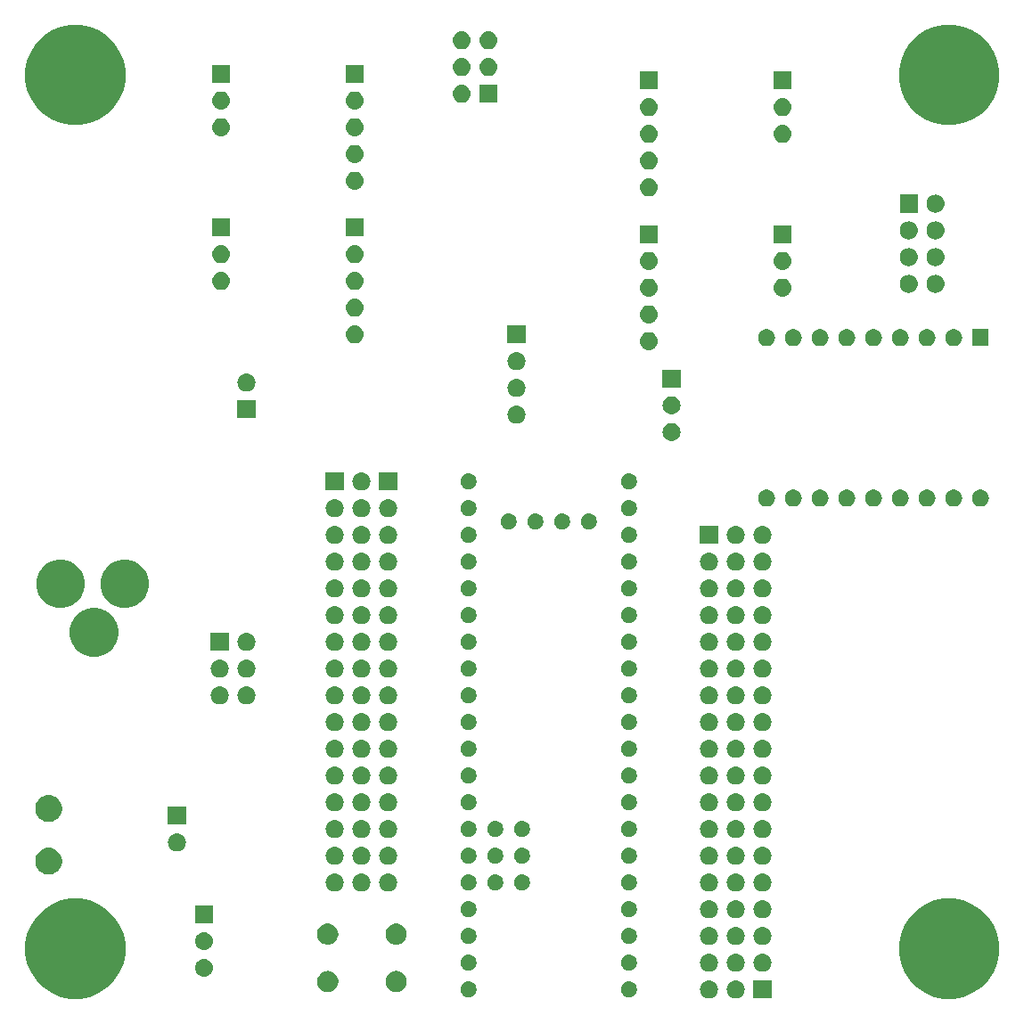
<source format=gbr>
G04 #@! TF.GenerationSoftware,KiCad,Pcbnew,(5.0.2)-1*
G04 #@! TF.CreationDate,2020-02-24T16:12:05-05:00*
G04 #@! TF.ProjectId,Blue-Pill-Board,426c7565-2d50-4696-9c6c-2d426f617264,2*
G04 #@! TF.SameCoordinates,Original*
G04 #@! TF.FileFunction,Soldermask,Bot*
G04 #@! TF.FilePolarity,Negative*
%FSLAX46Y46*%
G04 Gerber Fmt 4.6, Leading zero omitted, Abs format (unit mm)*
G04 Created by KiCad (PCBNEW (5.0.2)-1) date 2/24/2020 4:12:05 PM*
%MOMM*%
%LPD*%
G01*
G04 APERTURE LIST*
%ADD10C,0.150000*%
G04 APERTURE END LIST*
D10*
G36*
X17389169Y-94420519D02*
X18255889Y-94779526D01*
X19035920Y-95300726D01*
X19699274Y-95964080D01*
X20220474Y-96744111D01*
X20579481Y-97610831D01*
X20762500Y-98530933D01*
X20762500Y-99469067D01*
X20579481Y-100389169D01*
X20220474Y-101255889D01*
X19699274Y-102035920D01*
X19035920Y-102699274D01*
X18255889Y-103220474D01*
X17389169Y-103579481D01*
X16469067Y-103762500D01*
X15530933Y-103762500D01*
X14610831Y-103579481D01*
X13744111Y-103220474D01*
X12964080Y-102699274D01*
X12300726Y-102035920D01*
X11779526Y-101255889D01*
X11420519Y-100389169D01*
X11237500Y-99469067D01*
X11237500Y-98530933D01*
X11420519Y-97610831D01*
X11779526Y-96744111D01*
X12300726Y-95964080D01*
X12964080Y-95300726D01*
X13744111Y-94779526D01*
X14610831Y-94420519D01*
X15530933Y-94237500D01*
X16469067Y-94237500D01*
X17389169Y-94420519D01*
X17389169Y-94420519D01*
G37*
G36*
X100389169Y-94420519D02*
X101255889Y-94779526D01*
X102035920Y-95300726D01*
X102699274Y-95964080D01*
X103220474Y-96744111D01*
X103579481Y-97610831D01*
X103762500Y-98530933D01*
X103762500Y-99469067D01*
X103579481Y-100389169D01*
X103220474Y-101255889D01*
X102699274Y-102035920D01*
X102035920Y-102699274D01*
X101255889Y-103220474D01*
X100389169Y-103579481D01*
X99469067Y-103762500D01*
X98530933Y-103762500D01*
X97610831Y-103579481D01*
X96744111Y-103220474D01*
X95964080Y-102699274D01*
X95300726Y-102035920D01*
X94779526Y-101255889D01*
X94420519Y-100389169D01*
X94237500Y-99469067D01*
X94237500Y-98530933D01*
X94420519Y-97610831D01*
X94779526Y-96744111D01*
X95300726Y-95964080D01*
X95964080Y-95300726D01*
X96744111Y-94779526D01*
X97610831Y-94420519D01*
X98530933Y-94237500D01*
X99469067Y-94237500D01*
X100389169Y-94420519D01*
X100389169Y-94420519D01*
G37*
G36*
X82130000Y-103720000D02*
X80430000Y-103720000D01*
X80430000Y-102020000D01*
X82130000Y-102020000D01*
X82130000Y-103720000D01*
X82130000Y-103720000D01*
G37*
G36*
X78906630Y-102032299D02*
X79066855Y-102080903D01*
X79214520Y-102159831D01*
X79343949Y-102266051D01*
X79450169Y-102395480D01*
X79529097Y-102543145D01*
X79577701Y-102703370D01*
X79594112Y-102870000D01*
X79577701Y-103036630D01*
X79529097Y-103196855D01*
X79450169Y-103344520D01*
X79343949Y-103473949D01*
X79214520Y-103580169D01*
X79066855Y-103659097D01*
X78906630Y-103707701D01*
X78781752Y-103720000D01*
X78698248Y-103720000D01*
X78573370Y-103707701D01*
X78413145Y-103659097D01*
X78265480Y-103580169D01*
X78136051Y-103473949D01*
X78029831Y-103344520D01*
X77950903Y-103196855D01*
X77902299Y-103036630D01*
X77885888Y-102870000D01*
X77902299Y-102703370D01*
X77950903Y-102543145D01*
X78029831Y-102395480D01*
X78136051Y-102266051D01*
X78265480Y-102159831D01*
X78413145Y-102080903D01*
X78573370Y-102032299D01*
X78698248Y-102020000D01*
X78781752Y-102020000D01*
X78906630Y-102032299D01*
X78906630Y-102032299D01*
G37*
G36*
X76366630Y-102032299D02*
X76526855Y-102080903D01*
X76674520Y-102159831D01*
X76803949Y-102266051D01*
X76910169Y-102395480D01*
X76989097Y-102543145D01*
X77037701Y-102703370D01*
X77054112Y-102870000D01*
X77037701Y-103036630D01*
X76989097Y-103196855D01*
X76910169Y-103344520D01*
X76803949Y-103473949D01*
X76674520Y-103580169D01*
X76526855Y-103659097D01*
X76366630Y-103707701D01*
X76241752Y-103720000D01*
X76158248Y-103720000D01*
X76033370Y-103707701D01*
X75873145Y-103659097D01*
X75725480Y-103580169D01*
X75596051Y-103473949D01*
X75489831Y-103344520D01*
X75410903Y-103196855D01*
X75362299Y-103036630D01*
X75345888Y-102870000D01*
X75362299Y-102703370D01*
X75410903Y-102543145D01*
X75489831Y-102395480D01*
X75596051Y-102266051D01*
X75725480Y-102159831D01*
X75873145Y-102080903D01*
X76033370Y-102032299D01*
X76158248Y-102020000D01*
X76241752Y-102020000D01*
X76366630Y-102032299D01*
X76366630Y-102032299D01*
G37*
G36*
X68753195Y-102127522D02*
X68802267Y-102137283D01*
X68856705Y-102159832D01*
X68940942Y-102194724D01*
X69065750Y-102278118D01*
X69171882Y-102384250D01*
X69255276Y-102509058D01*
X69312717Y-102647734D01*
X69342000Y-102794948D01*
X69342000Y-102945052D01*
X69312717Y-103092266D01*
X69255276Y-103230942D01*
X69171882Y-103355750D01*
X69065750Y-103461882D01*
X69065747Y-103461884D01*
X68940942Y-103545276D01*
X68802267Y-103602717D01*
X68753195Y-103612478D01*
X68655052Y-103632000D01*
X68504948Y-103632000D01*
X68406805Y-103612478D01*
X68357733Y-103602717D01*
X68219058Y-103545276D01*
X68094253Y-103461884D01*
X68094250Y-103461882D01*
X67988118Y-103355750D01*
X67904724Y-103230942D01*
X67847283Y-103092266D01*
X67818000Y-102945052D01*
X67818000Y-102794948D01*
X67847283Y-102647734D01*
X67904724Y-102509058D01*
X67988118Y-102384250D01*
X68094250Y-102278118D01*
X68219058Y-102194724D01*
X68303295Y-102159832D01*
X68357733Y-102137283D01*
X68406805Y-102127522D01*
X68504948Y-102108000D01*
X68655052Y-102108000D01*
X68753195Y-102127522D01*
X68753195Y-102127522D01*
G37*
G36*
X53513195Y-102127522D02*
X53562267Y-102137283D01*
X53616705Y-102159832D01*
X53700942Y-102194724D01*
X53825750Y-102278118D01*
X53931882Y-102384250D01*
X54015276Y-102509058D01*
X54072717Y-102647734D01*
X54102000Y-102794948D01*
X54102000Y-102945052D01*
X54072717Y-103092266D01*
X54015276Y-103230942D01*
X53931882Y-103355750D01*
X53825750Y-103461882D01*
X53825747Y-103461884D01*
X53700942Y-103545276D01*
X53562267Y-103602717D01*
X53513195Y-103612478D01*
X53415052Y-103632000D01*
X53264948Y-103632000D01*
X53166805Y-103612478D01*
X53117733Y-103602717D01*
X52979058Y-103545276D01*
X52854253Y-103461884D01*
X52854250Y-103461882D01*
X52748118Y-103355750D01*
X52664724Y-103230942D01*
X52607283Y-103092266D01*
X52578000Y-102945052D01*
X52578000Y-102794948D01*
X52607283Y-102647734D01*
X52664724Y-102509058D01*
X52748118Y-102384250D01*
X52854250Y-102278118D01*
X52979058Y-102194724D01*
X53063295Y-102159832D01*
X53117733Y-102137283D01*
X53166805Y-102127522D01*
X53264948Y-102108000D01*
X53415052Y-102108000D01*
X53513195Y-102127522D01*
X53513195Y-102127522D01*
G37*
G36*
X46657770Y-101123372D02*
X46773689Y-101146429D01*
X46955678Y-101221811D01*
X47119463Y-101331249D01*
X47258751Y-101470537D01*
X47368189Y-101634322D01*
X47443571Y-101816311D01*
X47482000Y-102009509D01*
X47482000Y-102206491D01*
X47443571Y-102399689D01*
X47368189Y-102581678D01*
X47258751Y-102745463D01*
X47119463Y-102884751D01*
X46955678Y-102994189D01*
X46773689Y-103069571D01*
X46659592Y-103092266D01*
X46580493Y-103108000D01*
X46383507Y-103108000D01*
X46304408Y-103092266D01*
X46190311Y-103069571D01*
X46008322Y-102994189D01*
X45844537Y-102884751D01*
X45705249Y-102745463D01*
X45595811Y-102581678D01*
X45520429Y-102399689D01*
X45482000Y-102206491D01*
X45482000Y-102009509D01*
X45520429Y-101816311D01*
X45595811Y-101634322D01*
X45705249Y-101470537D01*
X45844537Y-101331249D01*
X46008322Y-101221811D01*
X46190311Y-101146429D01*
X46306230Y-101123372D01*
X46383507Y-101108000D01*
X46580493Y-101108000D01*
X46657770Y-101123372D01*
X46657770Y-101123372D01*
G37*
G36*
X40157770Y-101123372D02*
X40273689Y-101146429D01*
X40455678Y-101221811D01*
X40619463Y-101331249D01*
X40758751Y-101470537D01*
X40868189Y-101634322D01*
X40943571Y-101816311D01*
X40982000Y-102009509D01*
X40982000Y-102206491D01*
X40943571Y-102399689D01*
X40868189Y-102581678D01*
X40758751Y-102745463D01*
X40619463Y-102884751D01*
X40455678Y-102994189D01*
X40273689Y-103069571D01*
X40159592Y-103092266D01*
X40080493Y-103108000D01*
X39883507Y-103108000D01*
X39804408Y-103092266D01*
X39690311Y-103069571D01*
X39508322Y-102994189D01*
X39344537Y-102884751D01*
X39205249Y-102745463D01*
X39095811Y-102581678D01*
X39020429Y-102399689D01*
X38982000Y-102206491D01*
X38982000Y-102009509D01*
X39020429Y-101816311D01*
X39095811Y-101634322D01*
X39205249Y-101470537D01*
X39344537Y-101331249D01*
X39508322Y-101221811D01*
X39690311Y-101146429D01*
X39806230Y-101123372D01*
X39883507Y-101108000D01*
X40080493Y-101108000D01*
X40157770Y-101123372D01*
X40157770Y-101123372D01*
G37*
G36*
X28386030Y-99974899D02*
X28546255Y-100023503D01*
X28693920Y-100102431D01*
X28823349Y-100208651D01*
X28929569Y-100338080D01*
X29008497Y-100485745D01*
X29057101Y-100645970D01*
X29073512Y-100812600D01*
X29057101Y-100979230D01*
X29008497Y-101139455D01*
X28929569Y-101287120D01*
X28823349Y-101416549D01*
X28693920Y-101522769D01*
X28546255Y-101601697D01*
X28386030Y-101650301D01*
X28261152Y-101662600D01*
X28177648Y-101662600D01*
X28052770Y-101650301D01*
X27892545Y-101601697D01*
X27744880Y-101522769D01*
X27615451Y-101416549D01*
X27509231Y-101287120D01*
X27430303Y-101139455D01*
X27381699Y-100979230D01*
X27365288Y-100812600D01*
X27381699Y-100645970D01*
X27430303Y-100485745D01*
X27509231Y-100338080D01*
X27615451Y-100208651D01*
X27744880Y-100102431D01*
X27892545Y-100023503D01*
X28052770Y-99974899D01*
X28177648Y-99962600D01*
X28261152Y-99962600D01*
X28386030Y-99974899D01*
X28386030Y-99974899D01*
G37*
G36*
X81446630Y-99492299D02*
X81606855Y-99540903D01*
X81754520Y-99619831D01*
X81883949Y-99726051D01*
X81990169Y-99855480D01*
X82069097Y-100003145D01*
X82117701Y-100163370D01*
X82134112Y-100330000D01*
X82117701Y-100496630D01*
X82069097Y-100656855D01*
X81990169Y-100804520D01*
X81883949Y-100933949D01*
X81754520Y-101040169D01*
X81606855Y-101119097D01*
X81446630Y-101167701D01*
X81321752Y-101180000D01*
X81238248Y-101180000D01*
X81113370Y-101167701D01*
X80953145Y-101119097D01*
X80805480Y-101040169D01*
X80676051Y-100933949D01*
X80569831Y-100804520D01*
X80490903Y-100656855D01*
X80442299Y-100496630D01*
X80425888Y-100330000D01*
X80442299Y-100163370D01*
X80490903Y-100003145D01*
X80569831Y-99855480D01*
X80676051Y-99726051D01*
X80805480Y-99619831D01*
X80953145Y-99540903D01*
X81113370Y-99492299D01*
X81238248Y-99480000D01*
X81321752Y-99480000D01*
X81446630Y-99492299D01*
X81446630Y-99492299D01*
G37*
G36*
X78906630Y-99492299D02*
X79066855Y-99540903D01*
X79214520Y-99619831D01*
X79343949Y-99726051D01*
X79450169Y-99855480D01*
X79529097Y-100003145D01*
X79577701Y-100163370D01*
X79594112Y-100330000D01*
X79577701Y-100496630D01*
X79529097Y-100656855D01*
X79450169Y-100804520D01*
X79343949Y-100933949D01*
X79214520Y-101040169D01*
X79066855Y-101119097D01*
X78906630Y-101167701D01*
X78781752Y-101180000D01*
X78698248Y-101180000D01*
X78573370Y-101167701D01*
X78413145Y-101119097D01*
X78265480Y-101040169D01*
X78136051Y-100933949D01*
X78029831Y-100804520D01*
X77950903Y-100656855D01*
X77902299Y-100496630D01*
X77885888Y-100330000D01*
X77902299Y-100163370D01*
X77950903Y-100003145D01*
X78029831Y-99855480D01*
X78136051Y-99726051D01*
X78265480Y-99619831D01*
X78413145Y-99540903D01*
X78573370Y-99492299D01*
X78698248Y-99480000D01*
X78781752Y-99480000D01*
X78906630Y-99492299D01*
X78906630Y-99492299D01*
G37*
G36*
X76366630Y-99492299D02*
X76526855Y-99540903D01*
X76674520Y-99619831D01*
X76803949Y-99726051D01*
X76910169Y-99855480D01*
X76989097Y-100003145D01*
X77037701Y-100163370D01*
X77054112Y-100330000D01*
X77037701Y-100496630D01*
X76989097Y-100656855D01*
X76910169Y-100804520D01*
X76803949Y-100933949D01*
X76674520Y-101040169D01*
X76526855Y-101119097D01*
X76366630Y-101167701D01*
X76241752Y-101180000D01*
X76158248Y-101180000D01*
X76033370Y-101167701D01*
X75873145Y-101119097D01*
X75725480Y-101040169D01*
X75596051Y-100933949D01*
X75489831Y-100804520D01*
X75410903Y-100656855D01*
X75362299Y-100496630D01*
X75345888Y-100330000D01*
X75362299Y-100163370D01*
X75410903Y-100003145D01*
X75489831Y-99855480D01*
X75596051Y-99726051D01*
X75725480Y-99619831D01*
X75873145Y-99540903D01*
X76033370Y-99492299D01*
X76158248Y-99480000D01*
X76241752Y-99480000D01*
X76366630Y-99492299D01*
X76366630Y-99492299D01*
G37*
G36*
X68753195Y-99587522D02*
X68802267Y-99597283D01*
X68856705Y-99619832D01*
X68940942Y-99654724D01*
X69065750Y-99738118D01*
X69171882Y-99844250D01*
X69171884Y-99844253D01*
X69255276Y-99969058D01*
X69312717Y-100107733D01*
X69342000Y-100254950D01*
X69342000Y-100405050D01*
X69312717Y-100552267D01*
X69269395Y-100656855D01*
X69255276Y-100690942D01*
X69171882Y-100815750D01*
X69065750Y-100921882D01*
X69065747Y-100921884D01*
X68940942Y-101005276D01*
X68802267Y-101062717D01*
X68753195Y-101072478D01*
X68655052Y-101092000D01*
X68504948Y-101092000D01*
X68406805Y-101072478D01*
X68357733Y-101062717D01*
X68219058Y-101005276D01*
X68094253Y-100921884D01*
X68094250Y-100921882D01*
X67988118Y-100815750D01*
X67904724Y-100690942D01*
X67890605Y-100656855D01*
X67847283Y-100552267D01*
X67818000Y-100405050D01*
X67818000Y-100254950D01*
X67847283Y-100107733D01*
X67904724Y-99969058D01*
X67988116Y-99844253D01*
X67988118Y-99844250D01*
X68094250Y-99738118D01*
X68219058Y-99654724D01*
X68303295Y-99619832D01*
X68357733Y-99597283D01*
X68406805Y-99587522D01*
X68504948Y-99568000D01*
X68655052Y-99568000D01*
X68753195Y-99587522D01*
X68753195Y-99587522D01*
G37*
G36*
X53513195Y-99587522D02*
X53562267Y-99597283D01*
X53616705Y-99619832D01*
X53700942Y-99654724D01*
X53825750Y-99738118D01*
X53931882Y-99844250D01*
X53931884Y-99844253D01*
X54015276Y-99969058D01*
X54072717Y-100107733D01*
X54102000Y-100254950D01*
X54102000Y-100405050D01*
X54072717Y-100552267D01*
X54029395Y-100656855D01*
X54015276Y-100690942D01*
X53931882Y-100815750D01*
X53825750Y-100921882D01*
X53825747Y-100921884D01*
X53700942Y-101005276D01*
X53562267Y-101062717D01*
X53513195Y-101072478D01*
X53415052Y-101092000D01*
X53264948Y-101092000D01*
X53166805Y-101072478D01*
X53117733Y-101062717D01*
X52979058Y-101005276D01*
X52854253Y-100921884D01*
X52854250Y-100921882D01*
X52748118Y-100815750D01*
X52664724Y-100690942D01*
X52650605Y-100656855D01*
X52607283Y-100552267D01*
X52578000Y-100405050D01*
X52578000Y-100254950D01*
X52607283Y-100107733D01*
X52664724Y-99969058D01*
X52748116Y-99844253D01*
X52748118Y-99844250D01*
X52854250Y-99738118D01*
X52979058Y-99654724D01*
X53063295Y-99619832D01*
X53117733Y-99597283D01*
X53166805Y-99587522D01*
X53264948Y-99568000D01*
X53415052Y-99568000D01*
X53513195Y-99587522D01*
X53513195Y-99587522D01*
G37*
G36*
X28386030Y-97434899D02*
X28546255Y-97483503D01*
X28693920Y-97562431D01*
X28823349Y-97668651D01*
X28929569Y-97798080D01*
X29008497Y-97945745D01*
X29057101Y-98105970D01*
X29073512Y-98272600D01*
X29057101Y-98439230D01*
X29008497Y-98599455D01*
X28929569Y-98747120D01*
X28823349Y-98876549D01*
X28693920Y-98982769D01*
X28546255Y-99061697D01*
X28386030Y-99110301D01*
X28261152Y-99122600D01*
X28177648Y-99122600D01*
X28052770Y-99110301D01*
X27892545Y-99061697D01*
X27744880Y-98982769D01*
X27615451Y-98876549D01*
X27509231Y-98747120D01*
X27430303Y-98599455D01*
X27381699Y-98439230D01*
X27365288Y-98272600D01*
X27381699Y-98105970D01*
X27430303Y-97945745D01*
X27509231Y-97798080D01*
X27615451Y-97668651D01*
X27744880Y-97562431D01*
X27892545Y-97483503D01*
X28052770Y-97434899D01*
X28177648Y-97422600D01*
X28261152Y-97422600D01*
X28386030Y-97434899D01*
X28386030Y-97434899D01*
G37*
G36*
X76366630Y-96952299D02*
X76526855Y-97000903D01*
X76674520Y-97079831D01*
X76803949Y-97186051D01*
X76910169Y-97315480D01*
X76989097Y-97463145D01*
X77037701Y-97623370D01*
X77054112Y-97790000D01*
X77037701Y-97956630D01*
X76989097Y-98116855D01*
X76910169Y-98264520D01*
X76803949Y-98393949D01*
X76674520Y-98500169D01*
X76526855Y-98579097D01*
X76366630Y-98627701D01*
X76241752Y-98640000D01*
X76158248Y-98640000D01*
X76033370Y-98627701D01*
X75873145Y-98579097D01*
X75725480Y-98500169D01*
X75596051Y-98393949D01*
X75489831Y-98264520D01*
X75410903Y-98116855D01*
X75362299Y-97956630D01*
X75345888Y-97790000D01*
X75362299Y-97623370D01*
X75410903Y-97463145D01*
X75489831Y-97315480D01*
X75596051Y-97186051D01*
X75725480Y-97079831D01*
X75873145Y-97000903D01*
X76033370Y-96952299D01*
X76158248Y-96940000D01*
X76241752Y-96940000D01*
X76366630Y-96952299D01*
X76366630Y-96952299D01*
G37*
G36*
X81446630Y-96952299D02*
X81606855Y-97000903D01*
X81754520Y-97079831D01*
X81883949Y-97186051D01*
X81990169Y-97315480D01*
X82069097Y-97463145D01*
X82117701Y-97623370D01*
X82134112Y-97790000D01*
X82117701Y-97956630D01*
X82069097Y-98116855D01*
X81990169Y-98264520D01*
X81883949Y-98393949D01*
X81754520Y-98500169D01*
X81606855Y-98579097D01*
X81446630Y-98627701D01*
X81321752Y-98640000D01*
X81238248Y-98640000D01*
X81113370Y-98627701D01*
X80953145Y-98579097D01*
X80805480Y-98500169D01*
X80676051Y-98393949D01*
X80569831Y-98264520D01*
X80490903Y-98116855D01*
X80442299Y-97956630D01*
X80425888Y-97790000D01*
X80442299Y-97623370D01*
X80490903Y-97463145D01*
X80569831Y-97315480D01*
X80676051Y-97186051D01*
X80805480Y-97079831D01*
X80953145Y-97000903D01*
X81113370Y-96952299D01*
X81238248Y-96940000D01*
X81321752Y-96940000D01*
X81446630Y-96952299D01*
X81446630Y-96952299D01*
G37*
G36*
X78906630Y-96952299D02*
X79066855Y-97000903D01*
X79214520Y-97079831D01*
X79343949Y-97186051D01*
X79450169Y-97315480D01*
X79529097Y-97463145D01*
X79577701Y-97623370D01*
X79594112Y-97790000D01*
X79577701Y-97956630D01*
X79529097Y-98116855D01*
X79450169Y-98264520D01*
X79343949Y-98393949D01*
X79214520Y-98500169D01*
X79066855Y-98579097D01*
X78906630Y-98627701D01*
X78781752Y-98640000D01*
X78698248Y-98640000D01*
X78573370Y-98627701D01*
X78413145Y-98579097D01*
X78265480Y-98500169D01*
X78136051Y-98393949D01*
X78029831Y-98264520D01*
X77950903Y-98116855D01*
X77902299Y-97956630D01*
X77885888Y-97790000D01*
X77902299Y-97623370D01*
X77950903Y-97463145D01*
X78029831Y-97315480D01*
X78136051Y-97186051D01*
X78265480Y-97079831D01*
X78413145Y-97000903D01*
X78573370Y-96952299D01*
X78698248Y-96940000D01*
X78781752Y-96940000D01*
X78906630Y-96952299D01*
X78906630Y-96952299D01*
G37*
G36*
X46657770Y-96623372D02*
X46773689Y-96646429D01*
X46955678Y-96721811D01*
X47119463Y-96831249D01*
X47258751Y-96970537D01*
X47368189Y-97134322D01*
X47443571Y-97316311D01*
X47464713Y-97422600D01*
X47482000Y-97509507D01*
X47482000Y-97706493D01*
X47466628Y-97783770D01*
X47443571Y-97899689D01*
X47368189Y-98081678D01*
X47258751Y-98245463D01*
X47119463Y-98384751D01*
X46955678Y-98494189D01*
X46773689Y-98569571D01*
X46657770Y-98592628D01*
X46580493Y-98608000D01*
X46383507Y-98608000D01*
X46306230Y-98592628D01*
X46190311Y-98569571D01*
X46008322Y-98494189D01*
X45844537Y-98384751D01*
X45705249Y-98245463D01*
X45595811Y-98081678D01*
X45520429Y-97899689D01*
X45497372Y-97783770D01*
X45482000Y-97706493D01*
X45482000Y-97509507D01*
X45499287Y-97422600D01*
X45520429Y-97316311D01*
X45595811Y-97134322D01*
X45705249Y-96970537D01*
X45844537Y-96831249D01*
X46008322Y-96721811D01*
X46190311Y-96646429D01*
X46306230Y-96623372D01*
X46383507Y-96608000D01*
X46580493Y-96608000D01*
X46657770Y-96623372D01*
X46657770Y-96623372D01*
G37*
G36*
X40157770Y-96623372D02*
X40273689Y-96646429D01*
X40455678Y-96721811D01*
X40619463Y-96831249D01*
X40758751Y-96970537D01*
X40868189Y-97134322D01*
X40943571Y-97316311D01*
X40964713Y-97422600D01*
X40982000Y-97509507D01*
X40982000Y-97706493D01*
X40966628Y-97783770D01*
X40943571Y-97899689D01*
X40868189Y-98081678D01*
X40758751Y-98245463D01*
X40619463Y-98384751D01*
X40455678Y-98494189D01*
X40273689Y-98569571D01*
X40157770Y-98592628D01*
X40080493Y-98608000D01*
X39883507Y-98608000D01*
X39806230Y-98592628D01*
X39690311Y-98569571D01*
X39508322Y-98494189D01*
X39344537Y-98384751D01*
X39205249Y-98245463D01*
X39095811Y-98081678D01*
X39020429Y-97899689D01*
X38997372Y-97783770D01*
X38982000Y-97706493D01*
X38982000Y-97509507D01*
X38999287Y-97422600D01*
X39020429Y-97316311D01*
X39095811Y-97134322D01*
X39205249Y-96970537D01*
X39344537Y-96831249D01*
X39508322Y-96721811D01*
X39690311Y-96646429D01*
X39806230Y-96623372D01*
X39883507Y-96608000D01*
X40080493Y-96608000D01*
X40157770Y-96623372D01*
X40157770Y-96623372D01*
G37*
G36*
X53513195Y-97047522D02*
X53562267Y-97057283D01*
X53616705Y-97079832D01*
X53700942Y-97114724D01*
X53825750Y-97198118D01*
X53931882Y-97304250D01*
X53931884Y-97304253D01*
X54015276Y-97429058D01*
X54070521Y-97562431D01*
X54072717Y-97567734D01*
X54100318Y-97706491D01*
X54102000Y-97714950D01*
X54102000Y-97865050D01*
X54072717Y-98012267D01*
X54029395Y-98116855D01*
X54015276Y-98150942D01*
X53931882Y-98275750D01*
X53825750Y-98381882D01*
X53825747Y-98381884D01*
X53700942Y-98465276D01*
X53562267Y-98522717D01*
X53520962Y-98530933D01*
X53415052Y-98552000D01*
X53264948Y-98552000D01*
X53159038Y-98530933D01*
X53117733Y-98522717D01*
X52979058Y-98465276D01*
X52854253Y-98381884D01*
X52854250Y-98381882D01*
X52748118Y-98275750D01*
X52664724Y-98150942D01*
X52650605Y-98116855D01*
X52607283Y-98012267D01*
X52578000Y-97865050D01*
X52578000Y-97714950D01*
X52579683Y-97706491D01*
X52607283Y-97567734D01*
X52609480Y-97562431D01*
X52664724Y-97429058D01*
X52748116Y-97304253D01*
X52748118Y-97304250D01*
X52854250Y-97198118D01*
X52979058Y-97114724D01*
X53063295Y-97079832D01*
X53117733Y-97057283D01*
X53166805Y-97047522D01*
X53264948Y-97028000D01*
X53415052Y-97028000D01*
X53513195Y-97047522D01*
X53513195Y-97047522D01*
G37*
G36*
X68753195Y-97047522D02*
X68802267Y-97057283D01*
X68856705Y-97079832D01*
X68940942Y-97114724D01*
X69065750Y-97198118D01*
X69171882Y-97304250D01*
X69171884Y-97304253D01*
X69255276Y-97429058D01*
X69310521Y-97562431D01*
X69312717Y-97567734D01*
X69340318Y-97706491D01*
X69342000Y-97714950D01*
X69342000Y-97865050D01*
X69312717Y-98012267D01*
X69269395Y-98116855D01*
X69255276Y-98150942D01*
X69171882Y-98275750D01*
X69065750Y-98381882D01*
X69065747Y-98381884D01*
X68940942Y-98465276D01*
X68802267Y-98522717D01*
X68760962Y-98530933D01*
X68655052Y-98552000D01*
X68504948Y-98552000D01*
X68399038Y-98530933D01*
X68357733Y-98522717D01*
X68219058Y-98465276D01*
X68094253Y-98381884D01*
X68094250Y-98381882D01*
X67988118Y-98275750D01*
X67904724Y-98150942D01*
X67890605Y-98116855D01*
X67847283Y-98012267D01*
X67818000Y-97865050D01*
X67818000Y-97714950D01*
X67819683Y-97706491D01*
X67847283Y-97567734D01*
X67849480Y-97562431D01*
X67904724Y-97429058D01*
X67988116Y-97304253D01*
X67988118Y-97304250D01*
X68094250Y-97198118D01*
X68219058Y-97114724D01*
X68303295Y-97079832D01*
X68357733Y-97057283D01*
X68406805Y-97047522D01*
X68504948Y-97028000D01*
X68655052Y-97028000D01*
X68753195Y-97047522D01*
X68753195Y-97047522D01*
G37*
G36*
X29069400Y-96582600D02*
X27369400Y-96582600D01*
X27369400Y-94882600D01*
X29069400Y-94882600D01*
X29069400Y-96582600D01*
X29069400Y-96582600D01*
G37*
G36*
X78906630Y-94412299D02*
X79066855Y-94460903D01*
X79214520Y-94539831D01*
X79343949Y-94646051D01*
X79450169Y-94775480D01*
X79529097Y-94923145D01*
X79577701Y-95083370D01*
X79594112Y-95250000D01*
X79577701Y-95416630D01*
X79529097Y-95576855D01*
X79450169Y-95724520D01*
X79343949Y-95853949D01*
X79214520Y-95960169D01*
X79066855Y-96039097D01*
X78906630Y-96087701D01*
X78781752Y-96100000D01*
X78698248Y-96100000D01*
X78573370Y-96087701D01*
X78413145Y-96039097D01*
X78265480Y-95960169D01*
X78136051Y-95853949D01*
X78029831Y-95724520D01*
X77950903Y-95576855D01*
X77902299Y-95416630D01*
X77885888Y-95250000D01*
X77902299Y-95083370D01*
X77950903Y-94923145D01*
X78029831Y-94775480D01*
X78136051Y-94646051D01*
X78265480Y-94539831D01*
X78413145Y-94460903D01*
X78573370Y-94412299D01*
X78698248Y-94400000D01*
X78781752Y-94400000D01*
X78906630Y-94412299D01*
X78906630Y-94412299D01*
G37*
G36*
X81446630Y-94412299D02*
X81606855Y-94460903D01*
X81754520Y-94539831D01*
X81883949Y-94646051D01*
X81990169Y-94775480D01*
X82069097Y-94923145D01*
X82117701Y-95083370D01*
X82134112Y-95250000D01*
X82117701Y-95416630D01*
X82069097Y-95576855D01*
X81990169Y-95724520D01*
X81883949Y-95853949D01*
X81754520Y-95960169D01*
X81606855Y-96039097D01*
X81446630Y-96087701D01*
X81321752Y-96100000D01*
X81238248Y-96100000D01*
X81113370Y-96087701D01*
X80953145Y-96039097D01*
X80805480Y-95960169D01*
X80676051Y-95853949D01*
X80569831Y-95724520D01*
X80490903Y-95576855D01*
X80442299Y-95416630D01*
X80425888Y-95250000D01*
X80442299Y-95083370D01*
X80490903Y-94923145D01*
X80569831Y-94775480D01*
X80676051Y-94646051D01*
X80805480Y-94539831D01*
X80953145Y-94460903D01*
X81113370Y-94412299D01*
X81238248Y-94400000D01*
X81321752Y-94400000D01*
X81446630Y-94412299D01*
X81446630Y-94412299D01*
G37*
G36*
X76366630Y-94412299D02*
X76526855Y-94460903D01*
X76674520Y-94539831D01*
X76803949Y-94646051D01*
X76910169Y-94775480D01*
X76989097Y-94923145D01*
X77037701Y-95083370D01*
X77054112Y-95250000D01*
X77037701Y-95416630D01*
X76989097Y-95576855D01*
X76910169Y-95724520D01*
X76803949Y-95853949D01*
X76674520Y-95960169D01*
X76526855Y-96039097D01*
X76366630Y-96087701D01*
X76241752Y-96100000D01*
X76158248Y-96100000D01*
X76033370Y-96087701D01*
X75873145Y-96039097D01*
X75725480Y-95960169D01*
X75596051Y-95853949D01*
X75489831Y-95724520D01*
X75410903Y-95576855D01*
X75362299Y-95416630D01*
X75345888Y-95250000D01*
X75362299Y-95083370D01*
X75410903Y-94923145D01*
X75489831Y-94775480D01*
X75596051Y-94646051D01*
X75725480Y-94539831D01*
X75873145Y-94460903D01*
X76033370Y-94412299D01*
X76158248Y-94400000D01*
X76241752Y-94400000D01*
X76366630Y-94412299D01*
X76366630Y-94412299D01*
G37*
G36*
X68753195Y-94507522D02*
X68802267Y-94517283D01*
X68856705Y-94539832D01*
X68940942Y-94574724D01*
X69065750Y-94658118D01*
X69171882Y-94764250D01*
X69255276Y-94889058D01*
X69312717Y-95027734D01*
X69342000Y-95174948D01*
X69342000Y-95325052D01*
X69312717Y-95472266D01*
X69255276Y-95610942D01*
X69171882Y-95735750D01*
X69065750Y-95841882D01*
X69065747Y-95841884D01*
X68940942Y-95925276D01*
X68802267Y-95982717D01*
X68753195Y-95992478D01*
X68655052Y-96012000D01*
X68504948Y-96012000D01*
X68406805Y-95992478D01*
X68357733Y-95982717D01*
X68219058Y-95925276D01*
X68094253Y-95841884D01*
X68094250Y-95841882D01*
X67988118Y-95735750D01*
X67904724Y-95610942D01*
X67847283Y-95472266D01*
X67818000Y-95325052D01*
X67818000Y-95174948D01*
X67847283Y-95027734D01*
X67904724Y-94889058D01*
X67988118Y-94764250D01*
X68094250Y-94658118D01*
X68219058Y-94574724D01*
X68303295Y-94539832D01*
X68357733Y-94517283D01*
X68406805Y-94507522D01*
X68504948Y-94488000D01*
X68655052Y-94488000D01*
X68753195Y-94507522D01*
X68753195Y-94507522D01*
G37*
G36*
X53513195Y-94507522D02*
X53562267Y-94517283D01*
X53616705Y-94539832D01*
X53700942Y-94574724D01*
X53825750Y-94658118D01*
X53931882Y-94764250D01*
X54015276Y-94889058D01*
X54072717Y-95027734D01*
X54102000Y-95174948D01*
X54102000Y-95325052D01*
X54072717Y-95472266D01*
X54015276Y-95610942D01*
X53931882Y-95735750D01*
X53825750Y-95841882D01*
X53825747Y-95841884D01*
X53700942Y-95925276D01*
X53562267Y-95982717D01*
X53513195Y-95992478D01*
X53415052Y-96012000D01*
X53264948Y-96012000D01*
X53166805Y-95992478D01*
X53117733Y-95982717D01*
X52979058Y-95925276D01*
X52854253Y-95841884D01*
X52854250Y-95841882D01*
X52748118Y-95735750D01*
X52664724Y-95610942D01*
X52607283Y-95472266D01*
X52578000Y-95325052D01*
X52578000Y-95174948D01*
X52607283Y-95027734D01*
X52664724Y-94889058D01*
X52748118Y-94764250D01*
X52854250Y-94658118D01*
X52979058Y-94574724D01*
X53063295Y-94539832D01*
X53117733Y-94517283D01*
X53166805Y-94507522D01*
X53264948Y-94488000D01*
X53415052Y-94488000D01*
X53513195Y-94507522D01*
X53513195Y-94507522D01*
G37*
G36*
X43346630Y-91872299D02*
X43506855Y-91920903D01*
X43654520Y-91999831D01*
X43783949Y-92106051D01*
X43890169Y-92235480D01*
X43969097Y-92383145D01*
X44017701Y-92543370D01*
X44034112Y-92710000D01*
X44017701Y-92876630D01*
X43969097Y-93036855D01*
X43890169Y-93184520D01*
X43783949Y-93313949D01*
X43654520Y-93420169D01*
X43506855Y-93499097D01*
X43346630Y-93547701D01*
X43221752Y-93560000D01*
X43138248Y-93560000D01*
X43013370Y-93547701D01*
X42853145Y-93499097D01*
X42705480Y-93420169D01*
X42576051Y-93313949D01*
X42469831Y-93184520D01*
X42390903Y-93036855D01*
X42342299Y-92876630D01*
X42325888Y-92710000D01*
X42342299Y-92543370D01*
X42390903Y-92383145D01*
X42469831Y-92235480D01*
X42576051Y-92106051D01*
X42705480Y-91999831D01*
X42853145Y-91920903D01*
X43013370Y-91872299D01*
X43138248Y-91860000D01*
X43221752Y-91860000D01*
X43346630Y-91872299D01*
X43346630Y-91872299D01*
G37*
G36*
X40806630Y-91872299D02*
X40966855Y-91920903D01*
X41114520Y-91999831D01*
X41243949Y-92106051D01*
X41350169Y-92235480D01*
X41429097Y-92383145D01*
X41477701Y-92543370D01*
X41494112Y-92710000D01*
X41477701Y-92876630D01*
X41429097Y-93036855D01*
X41350169Y-93184520D01*
X41243949Y-93313949D01*
X41114520Y-93420169D01*
X40966855Y-93499097D01*
X40806630Y-93547701D01*
X40681752Y-93560000D01*
X40598248Y-93560000D01*
X40473370Y-93547701D01*
X40313145Y-93499097D01*
X40165480Y-93420169D01*
X40036051Y-93313949D01*
X39929831Y-93184520D01*
X39850903Y-93036855D01*
X39802299Y-92876630D01*
X39785888Y-92710000D01*
X39802299Y-92543370D01*
X39850903Y-92383145D01*
X39929831Y-92235480D01*
X40036051Y-92106051D01*
X40165480Y-91999831D01*
X40313145Y-91920903D01*
X40473370Y-91872299D01*
X40598248Y-91860000D01*
X40681752Y-91860000D01*
X40806630Y-91872299D01*
X40806630Y-91872299D01*
G37*
G36*
X76366630Y-91872299D02*
X76526855Y-91920903D01*
X76674520Y-91999831D01*
X76803949Y-92106051D01*
X76910169Y-92235480D01*
X76989097Y-92383145D01*
X77037701Y-92543370D01*
X77054112Y-92710000D01*
X77037701Y-92876630D01*
X76989097Y-93036855D01*
X76910169Y-93184520D01*
X76803949Y-93313949D01*
X76674520Y-93420169D01*
X76526855Y-93499097D01*
X76366630Y-93547701D01*
X76241752Y-93560000D01*
X76158248Y-93560000D01*
X76033370Y-93547701D01*
X75873145Y-93499097D01*
X75725480Y-93420169D01*
X75596051Y-93313949D01*
X75489831Y-93184520D01*
X75410903Y-93036855D01*
X75362299Y-92876630D01*
X75345888Y-92710000D01*
X75362299Y-92543370D01*
X75410903Y-92383145D01*
X75489831Y-92235480D01*
X75596051Y-92106051D01*
X75725480Y-91999831D01*
X75873145Y-91920903D01*
X76033370Y-91872299D01*
X76158248Y-91860000D01*
X76241752Y-91860000D01*
X76366630Y-91872299D01*
X76366630Y-91872299D01*
G37*
G36*
X81446630Y-91872299D02*
X81606855Y-91920903D01*
X81754520Y-91999831D01*
X81883949Y-92106051D01*
X81990169Y-92235480D01*
X82069097Y-92383145D01*
X82117701Y-92543370D01*
X82134112Y-92710000D01*
X82117701Y-92876630D01*
X82069097Y-93036855D01*
X81990169Y-93184520D01*
X81883949Y-93313949D01*
X81754520Y-93420169D01*
X81606855Y-93499097D01*
X81446630Y-93547701D01*
X81321752Y-93560000D01*
X81238248Y-93560000D01*
X81113370Y-93547701D01*
X80953145Y-93499097D01*
X80805480Y-93420169D01*
X80676051Y-93313949D01*
X80569831Y-93184520D01*
X80490903Y-93036855D01*
X80442299Y-92876630D01*
X80425888Y-92710000D01*
X80442299Y-92543370D01*
X80490903Y-92383145D01*
X80569831Y-92235480D01*
X80676051Y-92106051D01*
X80805480Y-91999831D01*
X80953145Y-91920903D01*
X81113370Y-91872299D01*
X81238248Y-91860000D01*
X81321752Y-91860000D01*
X81446630Y-91872299D01*
X81446630Y-91872299D01*
G37*
G36*
X45886630Y-91872299D02*
X46046855Y-91920903D01*
X46194520Y-91999831D01*
X46323949Y-92106051D01*
X46430169Y-92235480D01*
X46509097Y-92383145D01*
X46557701Y-92543370D01*
X46574112Y-92710000D01*
X46557701Y-92876630D01*
X46509097Y-93036855D01*
X46430169Y-93184520D01*
X46323949Y-93313949D01*
X46194520Y-93420169D01*
X46046855Y-93499097D01*
X45886630Y-93547701D01*
X45761752Y-93560000D01*
X45678248Y-93560000D01*
X45553370Y-93547701D01*
X45393145Y-93499097D01*
X45245480Y-93420169D01*
X45116051Y-93313949D01*
X45009831Y-93184520D01*
X44930903Y-93036855D01*
X44882299Y-92876630D01*
X44865888Y-92710000D01*
X44882299Y-92543370D01*
X44930903Y-92383145D01*
X45009831Y-92235480D01*
X45116051Y-92106051D01*
X45245480Y-91999831D01*
X45393145Y-91920903D01*
X45553370Y-91872299D01*
X45678248Y-91860000D01*
X45761752Y-91860000D01*
X45886630Y-91872299D01*
X45886630Y-91872299D01*
G37*
G36*
X78906630Y-91872299D02*
X79066855Y-91920903D01*
X79214520Y-91999831D01*
X79343949Y-92106051D01*
X79450169Y-92235480D01*
X79529097Y-92383145D01*
X79577701Y-92543370D01*
X79594112Y-92710000D01*
X79577701Y-92876630D01*
X79529097Y-93036855D01*
X79450169Y-93184520D01*
X79343949Y-93313949D01*
X79214520Y-93420169D01*
X79066855Y-93499097D01*
X78906630Y-93547701D01*
X78781752Y-93560000D01*
X78698248Y-93560000D01*
X78573370Y-93547701D01*
X78413145Y-93499097D01*
X78265480Y-93420169D01*
X78136051Y-93313949D01*
X78029831Y-93184520D01*
X77950903Y-93036855D01*
X77902299Y-92876630D01*
X77885888Y-92710000D01*
X77902299Y-92543370D01*
X77950903Y-92383145D01*
X78029831Y-92235480D01*
X78136051Y-92106051D01*
X78265480Y-91999831D01*
X78413145Y-91920903D01*
X78573370Y-91872299D01*
X78698248Y-91860000D01*
X78781752Y-91860000D01*
X78906630Y-91872299D01*
X78906630Y-91872299D01*
G37*
G36*
X56053195Y-91967522D02*
X56102267Y-91977283D01*
X56156705Y-91999832D01*
X56240942Y-92034724D01*
X56365750Y-92118118D01*
X56471882Y-92224250D01*
X56555276Y-92349058D01*
X56612717Y-92487734D01*
X56642000Y-92634948D01*
X56642000Y-92785052D01*
X56612717Y-92932266D01*
X56555276Y-93070942D01*
X56471882Y-93195750D01*
X56365750Y-93301882D01*
X56365747Y-93301884D01*
X56240942Y-93385276D01*
X56102267Y-93442717D01*
X56053195Y-93452478D01*
X55955052Y-93472000D01*
X55804948Y-93472000D01*
X55706805Y-93452478D01*
X55657733Y-93442717D01*
X55519058Y-93385276D01*
X55394253Y-93301884D01*
X55394250Y-93301882D01*
X55288118Y-93195750D01*
X55204724Y-93070942D01*
X55147283Y-92932266D01*
X55118000Y-92785052D01*
X55118000Y-92634948D01*
X55147283Y-92487734D01*
X55204724Y-92349058D01*
X55288118Y-92224250D01*
X55394250Y-92118118D01*
X55519058Y-92034724D01*
X55603295Y-91999832D01*
X55657733Y-91977283D01*
X55706805Y-91967522D01*
X55804948Y-91948000D01*
X55955052Y-91948000D01*
X56053195Y-91967522D01*
X56053195Y-91967522D01*
G37*
G36*
X58593195Y-91967522D02*
X58642267Y-91977283D01*
X58696705Y-91999832D01*
X58780942Y-92034724D01*
X58905750Y-92118118D01*
X59011882Y-92224250D01*
X59095276Y-92349058D01*
X59152717Y-92487734D01*
X59182000Y-92634948D01*
X59182000Y-92785052D01*
X59152717Y-92932266D01*
X59095276Y-93070942D01*
X59011882Y-93195750D01*
X58905750Y-93301882D01*
X58905747Y-93301884D01*
X58780942Y-93385276D01*
X58642267Y-93442717D01*
X58593195Y-93452478D01*
X58495052Y-93472000D01*
X58344948Y-93472000D01*
X58246805Y-93452478D01*
X58197733Y-93442717D01*
X58059058Y-93385276D01*
X57934253Y-93301884D01*
X57934250Y-93301882D01*
X57828118Y-93195750D01*
X57744724Y-93070942D01*
X57687283Y-92932266D01*
X57658000Y-92785052D01*
X57658000Y-92634948D01*
X57687283Y-92487734D01*
X57744724Y-92349058D01*
X57828118Y-92224250D01*
X57934250Y-92118118D01*
X58059058Y-92034724D01*
X58143295Y-91999832D01*
X58197733Y-91977283D01*
X58246805Y-91967522D01*
X58344948Y-91948000D01*
X58495052Y-91948000D01*
X58593195Y-91967522D01*
X58593195Y-91967522D01*
G37*
G36*
X53513195Y-91967522D02*
X53562267Y-91977283D01*
X53616705Y-91999832D01*
X53700942Y-92034724D01*
X53825750Y-92118118D01*
X53931882Y-92224250D01*
X54015276Y-92349058D01*
X54072717Y-92487734D01*
X54102000Y-92634948D01*
X54102000Y-92785052D01*
X54072717Y-92932266D01*
X54015276Y-93070942D01*
X53931882Y-93195750D01*
X53825750Y-93301882D01*
X53825747Y-93301884D01*
X53700942Y-93385276D01*
X53562267Y-93442717D01*
X53513195Y-93452478D01*
X53415052Y-93472000D01*
X53264948Y-93472000D01*
X53166805Y-93452478D01*
X53117733Y-93442717D01*
X52979058Y-93385276D01*
X52854253Y-93301884D01*
X52854250Y-93301882D01*
X52748118Y-93195750D01*
X52664724Y-93070942D01*
X52607283Y-92932266D01*
X52578000Y-92785052D01*
X52578000Y-92634948D01*
X52607283Y-92487734D01*
X52664724Y-92349058D01*
X52748118Y-92224250D01*
X52854250Y-92118118D01*
X52979058Y-92034724D01*
X53063295Y-91999832D01*
X53117733Y-91977283D01*
X53166805Y-91967522D01*
X53264948Y-91948000D01*
X53415052Y-91948000D01*
X53513195Y-91967522D01*
X53513195Y-91967522D01*
G37*
G36*
X68753195Y-91967522D02*
X68802267Y-91977283D01*
X68856705Y-91999832D01*
X68940942Y-92034724D01*
X69065750Y-92118118D01*
X69171882Y-92224250D01*
X69255276Y-92349058D01*
X69312717Y-92487734D01*
X69342000Y-92634948D01*
X69342000Y-92785052D01*
X69312717Y-92932266D01*
X69255276Y-93070942D01*
X69171882Y-93195750D01*
X69065750Y-93301882D01*
X69065747Y-93301884D01*
X68940942Y-93385276D01*
X68802267Y-93442717D01*
X68753195Y-93452478D01*
X68655052Y-93472000D01*
X68504948Y-93472000D01*
X68406805Y-93452478D01*
X68357733Y-93442717D01*
X68219058Y-93385276D01*
X68094253Y-93301884D01*
X68094250Y-93301882D01*
X67988118Y-93195750D01*
X67904724Y-93070942D01*
X67847283Y-92932266D01*
X67818000Y-92785052D01*
X67818000Y-92634948D01*
X67847283Y-92487734D01*
X67904724Y-92349058D01*
X67988118Y-92224250D01*
X68094250Y-92118118D01*
X68219058Y-92034724D01*
X68303295Y-91999832D01*
X68357733Y-91977283D01*
X68406805Y-91967522D01*
X68504948Y-91948000D01*
X68655052Y-91948000D01*
X68753195Y-91967522D01*
X68753195Y-91967522D01*
G37*
G36*
X13709764Y-89432402D02*
X13832445Y-89456805D01*
X14063571Y-89552541D01*
X14271581Y-89691529D01*
X14448471Y-89868419D01*
X14448473Y-89868422D01*
X14587459Y-90076429D01*
X14683195Y-90307555D01*
X14732000Y-90552916D01*
X14732000Y-90803084D01*
X14683195Y-91048445D01*
X14587459Y-91279571D01*
X14448471Y-91487581D01*
X14271581Y-91664471D01*
X14271578Y-91664473D01*
X14063571Y-91803459D01*
X13832445Y-91899195D01*
X13723311Y-91920903D01*
X13587086Y-91948000D01*
X13336914Y-91948000D01*
X13200689Y-91920903D01*
X13091555Y-91899195D01*
X12860429Y-91803459D01*
X12652422Y-91664473D01*
X12652419Y-91664471D01*
X12475529Y-91487581D01*
X12336541Y-91279571D01*
X12240805Y-91048445D01*
X12192000Y-90803084D01*
X12192000Y-90552916D01*
X12240805Y-90307555D01*
X12336541Y-90076429D01*
X12475527Y-89868422D01*
X12475529Y-89868419D01*
X12652419Y-89691529D01*
X12860429Y-89552541D01*
X13091555Y-89456805D01*
X13214236Y-89432402D01*
X13336914Y-89408000D01*
X13587086Y-89408000D01*
X13709764Y-89432402D01*
X13709764Y-89432402D01*
G37*
G36*
X40806630Y-89332299D02*
X40966855Y-89380903D01*
X41114520Y-89459831D01*
X41243949Y-89566051D01*
X41350169Y-89695480D01*
X41429097Y-89843145D01*
X41477701Y-90003370D01*
X41494112Y-90170000D01*
X41477701Y-90336630D01*
X41429097Y-90496855D01*
X41350169Y-90644520D01*
X41243949Y-90773949D01*
X41114520Y-90880169D01*
X40966855Y-90959097D01*
X40806630Y-91007701D01*
X40681752Y-91020000D01*
X40598248Y-91020000D01*
X40473370Y-91007701D01*
X40313145Y-90959097D01*
X40165480Y-90880169D01*
X40036051Y-90773949D01*
X39929831Y-90644520D01*
X39850903Y-90496855D01*
X39802299Y-90336630D01*
X39785888Y-90170000D01*
X39802299Y-90003370D01*
X39850903Y-89843145D01*
X39929831Y-89695480D01*
X40036051Y-89566051D01*
X40165480Y-89459831D01*
X40313145Y-89380903D01*
X40473370Y-89332299D01*
X40598248Y-89320000D01*
X40681752Y-89320000D01*
X40806630Y-89332299D01*
X40806630Y-89332299D01*
G37*
G36*
X43346630Y-89332299D02*
X43506855Y-89380903D01*
X43654520Y-89459831D01*
X43783949Y-89566051D01*
X43890169Y-89695480D01*
X43969097Y-89843145D01*
X44017701Y-90003370D01*
X44034112Y-90170000D01*
X44017701Y-90336630D01*
X43969097Y-90496855D01*
X43890169Y-90644520D01*
X43783949Y-90773949D01*
X43654520Y-90880169D01*
X43506855Y-90959097D01*
X43346630Y-91007701D01*
X43221752Y-91020000D01*
X43138248Y-91020000D01*
X43013370Y-91007701D01*
X42853145Y-90959097D01*
X42705480Y-90880169D01*
X42576051Y-90773949D01*
X42469831Y-90644520D01*
X42390903Y-90496855D01*
X42342299Y-90336630D01*
X42325888Y-90170000D01*
X42342299Y-90003370D01*
X42390903Y-89843145D01*
X42469831Y-89695480D01*
X42576051Y-89566051D01*
X42705480Y-89459831D01*
X42853145Y-89380903D01*
X43013370Y-89332299D01*
X43138248Y-89320000D01*
X43221752Y-89320000D01*
X43346630Y-89332299D01*
X43346630Y-89332299D01*
G37*
G36*
X45886630Y-89332299D02*
X46046855Y-89380903D01*
X46194520Y-89459831D01*
X46323949Y-89566051D01*
X46430169Y-89695480D01*
X46509097Y-89843145D01*
X46557701Y-90003370D01*
X46574112Y-90170000D01*
X46557701Y-90336630D01*
X46509097Y-90496855D01*
X46430169Y-90644520D01*
X46323949Y-90773949D01*
X46194520Y-90880169D01*
X46046855Y-90959097D01*
X45886630Y-91007701D01*
X45761752Y-91020000D01*
X45678248Y-91020000D01*
X45553370Y-91007701D01*
X45393145Y-90959097D01*
X45245480Y-90880169D01*
X45116051Y-90773949D01*
X45009831Y-90644520D01*
X44930903Y-90496855D01*
X44882299Y-90336630D01*
X44865888Y-90170000D01*
X44882299Y-90003370D01*
X44930903Y-89843145D01*
X45009831Y-89695480D01*
X45116051Y-89566051D01*
X45245480Y-89459831D01*
X45393145Y-89380903D01*
X45553370Y-89332299D01*
X45678248Y-89320000D01*
X45761752Y-89320000D01*
X45886630Y-89332299D01*
X45886630Y-89332299D01*
G37*
G36*
X76366630Y-89332299D02*
X76526855Y-89380903D01*
X76674520Y-89459831D01*
X76803949Y-89566051D01*
X76910169Y-89695480D01*
X76989097Y-89843145D01*
X77037701Y-90003370D01*
X77054112Y-90170000D01*
X77037701Y-90336630D01*
X76989097Y-90496855D01*
X76910169Y-90644520D01*
X76803949Y-90773949D01*
X76674520Y-90880169D01*
X76526855Y-90959097D01*
X76366630Y-91007701D01*
X76241752Y-91020000D01*
X76158248Y-91020000D01*
X76033370Y-91007701D01*
X75873145Y-90959097D01*
X75725480Y-90880169D01*
X75596051Y-90773949D01*
X75489831Y-90644520D01*
X75410903Y-90496855D01*
X75362299Y-90336630D01*
X75345888Y-90170000D01*
X75362299Y-90003370D01*
X75410903Y-89843145D01*
X75489831Y-89695480D01*
X75596051Y-89566051D01*
X75725480Y-89459831D01*
X75873145Y-89380903D01*
X76033370Y-89332299D01*
X76158248Y-89320000D01*
X76241752Y-89320000D01*
X76366630Y-89332299D01*
X76366630Y-89332299D01*
G37*
G36*
X78906630Y-89332299D02*
X79066855Y-89380903D01*
X79214520Y-89459831D01*
X79343949Y-89566051D01*
X79450169Y-89695480D01*
X79529097Y-89843145D01*
X79577701Y-90003370D01*
X79594112Y-90170000D01*
X79577701Y-90336630D01*
X79529097Y-90496855D01*
X79450169Y-90644520D01*
X79343949Y-90773949D01*
X79214520Y-90880169D01*
X79066855Y-90959097D01*
X78906630Y-91007701D01*
X78781752Y-91020000D01*
X78698248Y-91020000D01*
X78573370Y-91007701D01*
X78413145Y-90959097D01*
X78265480Y-90880169D01*
X78136051Y-90773949D01*
X78029831Y-90644520D01*
X77950903Y-90496855D01*
X77902299Y-90336630D01*
X77885888Y-90170000D01*
X77902299Y-90003370D01*
X77950903Y-89843145D01*
X78029831Y-89695480D01*
X78136051Y-89566051D01*
X78265480Y-89459831D01*
X78413145Y-89380903D01*
X78573370Y-89332299D01*
X78698248Y-89320000D01*
X78781752Y-89320000D01*
X78906630Y-89332299D01*
X78906630Y-89332299D01*
G37*
G36*
X81446630Y-89332299D02*
X81606855Y-89380903D01*
X81754520Y-89459831D01*
X81883949Y-89566051D01*
X81990169Y-89695480D01*
X82069097Y-89843145D01*
X82117701Y-90003370D01*
X82134112Y-90170000D01*
X82117701Y-90336630D01*
X82069097Y-90496855D01*
X81990169Y-90644520D01*
X81883949Y-90773949D01*
X81754520Y-90880169D01*
X81606855Y-90959097D01*
X81446630Y-91007701D01*
X81321752Y-91020000D01*
X81238248Y-91020000D01*
X81113370Y-91007701D01*
X80953145Y-90959097D01*
X80805480Y-90880169D01*
X80676051Y-90773949D01*
X80569831Y-90644520D01*
X80490903Y-90496855D01*
X80442299Y-90336630D01*
X80425888Y-90170000D01*
X80442299Y-90003370D01*
X80490903Y-89843145D01*
X80569831Y-89695480D01*
X80676051Y-89566051D01*
X80805480Y-89459831D01*
X80953145Y-89380903D01*
X81113370Y-89332299D01*
X81238248Y-89320000D01*
X81321752Y-89320000D01*
X81446630Y-89332299D01*
X81446630Y-89332299D01*
G37*
G36*
X68753195Y-89427522D02*
X68802267Y-89437283D01*
X68856705Y-89459832D01*
X68940942Y-89494724D01*
X69065750Y-89578118D01*
X69171882Y-89684250D01*
X69255276Y-89809058D01*
X69312717Y-89947734D01*
X69342000Y-90094948D01*
X69342000Y-90245052D01*
X69312717Y-90392266D01*
X69255276Y-90530942D01*
X69171882Y-90655750D01*
X69065750Y-90761882D01*
X69065747Y-90761884D01*
X68940942Y-90845276D01*
X68802267Y-90902717D01*
X68753195Y-90912478D01*
X68655052Y-90932000D01*
X68504948Y-90932000D01*
X68406805Y-90912478D01*
X68357733Y-90902717D01*
X68219058Y-90845276D01*
X68094253Y-90761884D01*
X68094250Y-90761882D01*
X67988118Y-90655750D01*
X67904724Y-90530942D01*
X67847283Y-90392266D01*
X67818000Y-90245052D01*
X67818000Y-90094948D01*
X67847283Y-89947734D01*
X67904724Y-89809058D01*
X67988118Y-89684250D01*
X68094250Y-89578118D01*
X68219058Y-89494724D01*
X68303295Y-89459832D01*
X68357733Y-89437283D01*
X68406805Y-89427522D01*
X68504948Y-89408000D01*
X68655052Y-89408000D01*
X68753195Y-89427522D01*
X68753195Y-89427522D01*
G37*
G36*
X53513195Y-89427522D02*
X53562267Y-89437283D01*
X53616705Y-89459832D01*
X53700942Y-89494724D01*
X53825750Y-89578118D01*
X53931882Y-89684250D01*
X54015276Y-89809058D01*
X54072717Y-89947734D01*
X54102000Y-90094948D01*
X54102000Y-90245052D01*
X54072717Y-90392266D01*
X54015276Y-90530942D01*
X53931882Y-90655750D01*
X53825750Y-90761882D01*
X53825747Y-90761884D01*
X53700942Y-90845276D01*
X53562267Y-90902717D01*
X53513195Y-90912478D01*
X53415052Y-90932000D01*
X53264948Y-90932000D01*
X53166805Y-90912478D01*
X53117733Y-90902717D01*
X52979058Y-90845276D01*
X52854253Y-90761884D01*
X52854250Y-90761882D01*
X52748118Y-90655750D01*
X52664724Y-90530942D01*
X52607283Y-90392266D01*
X52578000Y-90245052D01*
X52578000Y-90094948D01*
X52607283Y-89947734D01*
X52664724Y-89809058D01*
X52748118Y-89684250D01*
X52854250Y-89578118D01*
X52979058Y-89494724D01*
X53063295Y-89459832D01*
X53117733Y-89437283D01*
X53166805Y-89427522D01*
X53264948Y-89408000D01*
X53415052Y-89408000D01*
X53513195Y-89427522D01*
X53513195Y-89427522D01*
G37*
G36*
X56053195Y-89427522D02*
X56102267Y-89437283D01*
X56156705Y-89459832D01*
X56240942Y-89494724D01*
X56365750Y-89578118D01*
X56471882Y-89684250D01*
X56555276Y-89809058D01*
X56612717Y-89947734D01*
X56642000Y-90094948D01*
X56642000Y-90245052D01*
X56612717Y-90392266D01*
X56555276Y-90530942D01*
X56471882Y-90655750D01*
X56365750Y-90761882D01*
X56365747Y-90761884D01*
X56240942Y-90845276D01*
X56102267Y-90902717D01*
X56053195Y-90912478D01*
X55955052Y-90932000D01*
X55804948Y-90932000D01*
X55706805Y-90912478D01*
X55657733Y-90902717D01*
X55519058Y-90845276D01*
X55394253Y-90761884D01*
X55394250Y-90761882D01*
X55288118Y-90655750D01*
X55204724Y-90530942D01*
X55147283Y-90392266D01*
X55118000Y-90245052D01*
X55118000Y-90094948D01*
X55147283Y-89947734D01*
X55204724Y-89809058D01*
X55288118Y-89684250D01*
X55394250Y-89578118D01*
X55519058Y-89494724D01*
X55603295Y-89459832D01*
X55657733Y-89437283D01*
X55706805Y-89427522D01*
X55804948Y-89408000D01*
X55955052Y-89408000D01*
X56053195Y-89427522D01*
X56053195Y-89427522D01*
G37*
G36*
X58593195Y-89427522D02*
X58642267Y-89437283D01*
X58696705Y-89459832D01*
X58780942Y-89494724D01*
X58905750Y-89578118D01*
X59011882Y-89684250D01*
X59095276Y-89809058D01*
X59152717Y-89947734D01*
X59182000Y-90094948D01*
X59182000Y-90245052D01*
X59152717Y-90392266D01*
X59095276Y-90530942D01*
X59011882Y-90655750D01*
X58905750Y-90761882D01*
X58905747Y-90761884D01*
X58780942Y-90845276D01*
X58642267Y-90902717D01*
X58593195Y-90912478D01*
X58495052Y-90932000D01*
X58344948Y-90932000D01*
X58246805Y-90912478D01*
X58197733Y-90902717D01*
X58059058Y-90845276D01*
X57934253Y-90761884D01*
X57934250Y-90761882D01*
X57828118Y-90655750D01*
X57744724Y-90530942D01*
X57687283Y-90392266D01*
X57658000Y-90245052D01*
X57658000Y-90094948D01*
X57687283Y-89947734D01*
X57744724Y-89809058D01*
X57828118Y-89684250D01*
X57934250Y-89578118D01*
X58059058Y-89494724D01*
X58143295Y-89459832D01*
X58197733Y-89437283D01*
X58246805Y-89427522D01*
X58344948Y-89408000D01*
X58495052Y-89408000D01*
X58593195Y-89427522D01*
X58593195Y-89427522D01*
G37*
G36*
X25820630Y-88062299D02*
X25980855Y-88110903D01*
X26128520Y-88189831D01*
X26257949Y-88296051D01*
X26364169Y-88425480D01*
X26443097Y-88573145D01*
X26491701Y-88733370D01*
X26508112Y-88900000D01*
X26491701Y-89066630D01*
X26443097Y-89226855D01*
X26364169Y-89374520D01*
X26257949Y-89503949D01*
X26128520Y-89610169D01*
X25980855Y-89689097D01*
X25820630Y-89737701D01*
X25695752Y-89750000D01*
X25612248Y-89750000D01*
X25487370Y-89737701D01*
X25327145Y-89689097D01*
X25179480Y-89610169D01*
X25050051Y-89503949D01*
X24943831Y-89374520D01*
X24864903Y-89226855D01*
X24816299Y-89066630D01*
X24799888Y-88900000D01*
X24816299Y-88733370D01*
X24864903Y-88573145D01*
X24943831Y-88425480D01*
X25050051Y-88296051D01*
X25179480Y-88189831D01*
X25327145Y-88110903D01*
X25487370Y-88062299D01*
X25612248Y-88050000D01*
X25695752Y-88050000D01*
X25820630Y-88062299D01*
X25820630Y-88062299D01*
G37*
G36*
X43346630Y-86792299D02*
X43506855Y-86840903D01*
X43654520Y-86919831D01*
X43783949Y-87026051D01*
X43890169Y-87155480D01*
X43969097Y-87303145D01*
X44017701Y-87463370D01*
X44034112Y-87630000D01*
X44017701Y-87796630D01*
X43969097Y-87956855D01*
X43890169Y-88104520D01*
X43783949Y-88233949D01*
X43654520Y-88340169D01*
X43506855Y-88419097D01*
X43346630Y-88467701D01*
X43221752Y-88480000D01*
X43138248Y-88480000D01*
X43013370Y-88467701D01*
X42853145Y-88419097D01*
X42705480Y-88340169D01*
X42576051Y-88233949D01*
X42469831Y-88104520D01*
X42390903Y-87956855D01*
X42342299Y-87796630D01*
X42325888Y-87630000D01*
X42342299Y-87463370D01*
X42390903Y-87303145D01*
X42469831Y-87155480D01*
X42576051Y-87026051D01*
X42705480Y-86919831D01*
X42853145Y-86840903D01*
X43013370Y-86792299D01*
X43138248Y-86780000D01*
X43221752Y-86780000D01*
X43346630Y-86792299D01*
X43346630Y-86792299D01*
G37*
G36*
X45886630Y-86792299D02*
X46046855Y-86840903D01*
X46194520Y-86919831D01*
X46323949Y-87026051D01*
X46430169Y-87155480D01*
X46509097Y-87303145D01*
X46557701Y-87463370D01*
X46574112Y-87630000D01*
X46557701Y-87796630D01*
X46509097Y-87956855D01*
X46430169Y-88104520D01*
X46323949Y-88233949D01*
X46194520Y-88340169D01*
X46046855Y-88419097D01*
X45886630Y-88467701D01*
X45761752Y-88480000D01*
X45678248Y-88480000D01*
X45553370Y-88467701D01*
X45393145Y-88419097D01*
X45245480Y-88340169D01*
X45116051Y-88233949D01*
X45009831Y-88104520D01*
X44930903Y-87956855D01*
X44882299Y-87796630D01*
X44865888Y-87630000D01*
X44882299Y-87463370D01*
X44930903Y-87303145D01*
X45009831Y-87155480D01*
X45116051Y-87026051D01*
X45245480Y-86919831D01*
X45393145Y-86840903D01*
X45553370Y-86792299D01*
X45678248Y-86780000D01*
X45761752Y-86780000D01*
X45886630Y-86792299D01*
X45886630Y-86792299D01*
G37*
G36*
X81446630Y-86792299D02*
X81606855Y-86840903D01*
X81754520Y-86919831D01*
X81883949Y-87026051D01*
X81990169Y-87155480D01*
X82069097Y-87303145D01*
X82117701Y-87463370D01*
X82134112Y-87630000D01*
X82117701Y-87796630D01*
X82069097Y-87956855D01*
X81990169Y-88104520D01*
X81883949Y-88233949D01*
X81754520Y-88340169D01*
X81606855Y-88419097D01*
X81446630Y-88467701D01*
X81321752Y-88480000D01*
X81238248Y-88480000D01*
X81113370Y-88467701D01*
X80953145Y-88419097D01*
X80805480Y-88340169D01*
X80676051Y-88233949D01*
X80569831Y-88104520D01*
X80490903Y-87956855D01*
X80442299Y-87796630D01*
X80425888Y-87630000D01*
X80442299Y-87463370D01*
X80490903Y-87303145D01*
X80569831Y-87155480D01*
X80676051Y-87026051D01*
X80805480Y-86919831D01*
X80953145Y-86840903D01*
X81113370Y-86792299D01*
X81238248Y-86780000D01*
X81321752Y-86780000D01*
X81446630Y-86792299D01*
X81446630Y-86792299D01*
G37*
G36*
X78906630Y-86792299D02*
X79066855Y-86840903D01*
X79214520Y-86919831D01*
X79343949Y-87026051D01*
X79450169Y-87155480D01*
X79529097Y-87303145D01*
X79577701Y-87463370D01*
X79594112Y-87630000D01*
X79577701Y-87796630D01*
X79529097Y-87956855D01*
X79450169Y-88104520D01*
X79343949Y-88233949D01*
X79214520Y-88340169D01*
X79066855Y-88419097D01*
X78906630Y-88467701D01*
X78781752Y-88480000D01*
X78698248Y-88480000D01*
X78573370Y-88467701D01*
X78413145Y-88419097D01*
X78265480Y-88340169D01*
X78136051Y-88233949D01*
X78029831Y-88104520D01*
X77950903Y-87956855D01*
X77902299Y-87796630D01*
X77885888Y-87630000D01*
X77902299Y-87463370D01*
X77950903Y-87303145D01*
X78029831Y-87155480D01*
X78136051Y-87026051D01*
X78265480Y-86919831D01*
X78413145Y-86840903D01*
X78573370Y-86792299D01*
X78698248Y-86780000D01*
X78781752Y-86780000D01*
X78906630Y-86792299D01*
X78906630Y-86792299D01*
G37*
G36*
X76366630Y-86792299D02*
X76526855Y-86840903D01*
X76674520Y-86919831D01*
X76803949Y-87026051D01*
X76910169Y-87155480D01*
X76989097Y-87303145D01*
X77037701Y-87463370D01*
X77054112Y-87630000D01*
X77037701Y-87796630D01*
X76989097Y-87956855D01*
X76910169Y-88104520D01*
X76803949Y-88233949D01*
X76674520Y-88340169D01*
X76526855Y-88419097D01*
X76366630Y-88467701D01*
X76241752Y-88480000D01*
X76158248Y-88480000D01*
X76033370Y-88467701D01*
X75873145Y-88419097D01*
X75725480Y-88340169D01*
X75596051Y-88233949D01*
X75489831Y-88104520D01*
X75410903Y-87956855D01*
X75362299Y-87796630D01*
X75345888Y-87630000D01*
X75362299Y-87463370D01*
X75410903Y-87303145D01*
X75489831Y-87155480D01*
X75596051Y-87026051D01*
X75725480Y-86919831D01*
X75873145Y-86840903D01*
X76033370Y-86792299D01*
X76158248Y-86780000D01*
X76241752Y-86780000D01*
X76366630Y-86792299D01*
X76366630Y-86792299D01*
G37*
G36*
X40806630Y-86792299D02*
X40966855Y-86840903D01*
X41114520Y-86919831D01*
X41243949Y-87026051D01*
X41350169Y-87155480D01*
X41429097Y-87303145D01*
X41477701Y-87463370D01*
X41494112Y-87630000D01*
X41477701Y-87796630D01*
X41429097Y-87956855D01*
X41350169Y-88104520D01*
X41243949Y-88233949D01*
X41114520Y-88340169D01*
X40966855Y-88419097D01*
X40806630Y-88467701D01*
X40681752Y-88480000D01*
X40598248Y-88480000D01*
X40473370Y-88467701D01*
X40313145Y-88419097D01*
X40165480Y-88340169D01*
X40036051Y-88233949D01*
X39929831Y-88104520D01*
X39850903Y-87956855D01*
X39802299Y-87796630D01*
X39785888Y-87630000D01*
X39802299Y-87463370D01*
X39850903Y-87303145D01*
X39929831Y-87155480D01*
X40036051Y-87026051D01*
X40165480Y-86919831D01*
X40313145Y-86840903D01*
X40473370Y-86792299D01*
X40598248Y-86780000D01*
X40681752Y-86780000D01*
X40806630Y-86792299D01*
X40806630Y-86792299D01*
G37*
G36*
X53513195Y-86887522D02*
X53562267Y-86897283D01*
X53616705Y-86919832D01*
X53700942Y-86954724D01*
X53825750Y-87038118D01*
X53931882Y-87144250D01*
X54015276Y-87269058D01*
X54072717Y-87407734D01*
X54102000Y-87554948D01*
X54102000Y-87705052D01*
X54072717Y-87852266D01*
X54015276Y-87990942D01*
X53931882Y-88115750D01*
X53825750Y-88221882D01*
X53825747Y-88221884D01*
X53700942Y-88305276D01*
X53562267Y-88362717D01*
X53513195Y-88372478D01*
X53415052Y-88392000D01*
X53264948Y-88392000D01*
X53166805Y-88372478D01*
X53117733Y-88362717D01*
X52979058Y-88305276D01*
X52854253Y-88221884D01*
X52854250Y-88221882D01*
X52748118Y-88115750D01*
X52664724Y-87990942D01*
X52607283Y-87852266D01*
X52578000Y-87705052D01*
X52578000Y-87554948D01*
X52607283Y-87407734D01*
X52664724Y-87269058D01*
X52748118Y-87144250D01*
X52854250Y-87038118D01*
X52979058Y-86954724D01*
X53063295Y-86919832D01*
X53117733Y-86897283D01*
X53166805Y-86887522D01*
X53264948Y-86868000D01*
X53415052Y-86868000D01*
X53513195Y-86887522D01*
X53513195Y-86887522D01*
G37*
G36*
X68753195Y-86887522D02*
X68802267Y-86897283D01*
X68856705Y-86919832D01*
X68940942Y-86954724D01*
X69065750Y-87038118D01*
X69171882Y-87144250D01*
X69255276Y-87269058D01*
X69312717Y-87407734D01*
X69342000Y-87554948D01*
X69342000Y-87705052D01*
X69312717Y-87852266D01*
X69255276Y-87990942D01*
X69171882Y-88115750D01*
X69065750Y-88221882D01*
X69065747Y-88221884D01*
X68940942Y-88305276D01*
X68802267Y-88362717D01*
X68753195Y-88372478D01*
X68655052Y-88392000D01*
X68504948Y-88392000D01*
X68406805Y-88372478D01*
X68357733Y-88362717D01*
X68219058Y-88305276D01*
X68094253Y-88221884D01*
X68094250Y-88221882D01*
X67988118Y-88115750D01*
X67904724Y-87990942D01*
X67847283Y-87852266D01*
X67818000Y-87705052D01*
X67818000Y-87554948D01*
X67847283Y-87407734D01*
X67904724Y-87269058D01*
X67988118Y-87144250D01*
X68094250Y-87038118D01*
X68219058Y-86954724D01*
X68303295Y-86919832D01*
X68357733Y-86897283D01*
X68406805Y-86887522D01*
X68504948Y-86868000D01*
X68655052Y-86868000D01*
X68753195Y-86887522D01*
X68753195Y-86887522D01*
G37*
G36*
X58593195Y-86887522D02*
X58642267Y-86897283D01*
X58696705Y-86919832D01*
X58780942Y-86954724D01*
X58905750Y-87038118D01*
X59011882Y-87144250D01*
X59095276Y-87269058D01*
X59152717Y-87407734D01*
X59182000Y-87554948D01*
X59182000Y-87705052D01*
X59152717Y-87852266D01*
X59095276Y-87990942D01*
X59011882Y-88115750D01*
X58905750Y-88221882D01*
X58905747Y-88221884D01*
X58780942Y-88305276D01*
X58642267Y-88362717D01*
X58593195Y-88372478D01*
X58495052Y-88392000D01*
X58344948Y-88392000D01*
X58246805Y-88372478D01*
X58197733Y-88362717D01*
X58059058Y-88305276D01*
X57934253Y-88221884D01*
X57934250Y-88221882D01*
X57828118Y-88115750D01*
X57744724Y-87990942D01*
X57687283Y-87852266D01*
X57658000Y-87705052D01*
X57658000Y-87554948D01*
X57687283Y-87407734D01*
X57744724Y-87269058D01*
X57828118Y-87144250D01*
X57934250Y-87038118D01*
X58059058Y-86954724D01*
X58143295Y-86919832D01*
X58197733Y-86897283D01*
X58246805Y-86887522D01*
X58344948Y-86868000D01*
X58495052Y-86868000D01*
X58593195Y-86887522D01*
X58593195Y-86887522D01*
G37*
G36*
X56053195Y-86887522D02*
X56102267Y-86897283D01*
X56156705Y-86919832D01*
X56240942Y-86954724D01*
X56365750Y-87038118D01*
X56471882Y-87144250D01*
X56555276Y-87269058D01*
X56612717Y-87407734D01*
X56642000Y-87554948D01*
X56642000Y-87705052D01*
X56612717Y-87852266D01*
X56555276Y-87990942D01*
X56471882Y-88115750D01*
X56365750Y-88221882D01*
X56365747Y-88221884D01*
X56240942Y-88305276D01*
X56102267Y-88362717D01*
X56053195Y-88372478D01*
X55955052Y-88392000D01*
X55804948Y-88392000D01*
X55706805Y-88372478D01*
X55657733Y-88362717D01*
X55519058Y-88305276D01*
X55394253Y-88221884D01*
X55394250Y-88221882D01*
X55288118Y-88115750D01*
X55204724Y-87990942D01*
X55147283Y-87852266D01*
X55118000Y-87705052D01*
X55118000Y-87554948D01*
X55147283Y-87407734D01*
X55204724Y-87269058D01*
X55288118Y-87144250D01*
X55394250Y-87038118D01*
X55519058Y-86954724D01*
X55603295Y-86919832D01*
X55657733Y-86897283D01*
X55706805Y-86887522D01*
X55804948Y-86868000D01*
X55955052Y-86868000D01*
X56053195Y-86887522D01*
X56053195Y-86887522D01*
G37*
G36*
X26504000Y-87210000D02*
X24804000Y-87210000D01*
X24804000Y-85510000D01*
X26504000Y-85510000D01*
X26504000Y-87210000D01*
X26504000Y-87210000D01*
G37*
G36*
X13709764Y-84432402D02*
X13832445Y-84456805D01*
X14063571Y-84552541D01*
X14271581Y-84691529D01*
X14448471Y-84868419D01*
X14448473Y-84868422D01*
X14587459Y-85076429D01*
X14683195Y-85307555D01*
X14732000Y-85552916D01*
X14732000Y-85803084D01*
X14683195Y-86048445D01*
X14587459Y-86279571D01*
X14448471Y-86487581D01*
X14271581Y-86664471D01*
X14271578Y-86664473D01*
X14063571Y-86803459D01*
X13832445Y-86899195D01*
X13728700Y-86919831D01*
X13587086Y-86948000D01*
X13336914Y-86948000D01*
X13195300Y-86919831D01*
X13091555Y-86899195D01*
X12860429Y-86803459D01*
X12652422Y-86664473D01*
X12652419Y-86664471D01*
X12475529Y-86487581D01*
X12336541Y-86279571D01*
X12240805Y-86048445D01*
X12192000Y-85803084D01*
X12192000Y-85552916D01*
X12240805Y-85307555D01*
X12336541Y-85076429D01*
X12475527Y-84868422D01*
X12475529Y-84868419D01*
X12652419Y-84691529D01*
X12860429Y-84552541D01*
X13091555Y-84456805D01*
X13214236Y-84432402D01*
X13336914Y-84408000D01*
X13587086Y-84408000D01*
X13709764Y-84432402D01*
X13709764Y-84432402D01*
G37*
G36*
X81446630Y-84252299D02*
X81606855Y-84300903D01*
X81754520Y-84379831D01*
X81883949Y-84486051D01*
X81990169Y-84615480D01*
X82069097Y-84763145D01*
X82117701Y-84923370D01*
X82134112Y-85090000D01*
X82117701Y-85256630D01*
X82069097Y-85416855D01*
X81990169Y-85564520D01*
X81883949Y-85693949D01*
X81754520Y-85800169D01*
X81606855Y-85879097D01*
X81446630Y-85927701D01*
X81321752Y-85940000D01*
X81238248Y-85940000D01*
X81113370Y-85927701D01*
X80953145Y-85879097D01*
X80805480Y-85800169D01*
X80676051Y-85693949D01*
X80569831Y-85564520D01*
X80490903Y-85416855D01*
X80442299Y-85256630D01*
X80425888Y-85090000D01*
X80442299Y-84923370D01*
X80490903Y-84763145D01*
X80569831Y-84615480D01*
X80676051Y-84486051D01*
X80805480Y-84379831D01*
X80953145Y-84300903D01*
X81113370Y-84252299D01*
X81238248Y-84240000D01*
X81321752Y-84240000D01*
X81446630Y-84252299D01*
X81446630Y-84252299D01*
G37*
G36*
X78906630Y-84252299D02*
X79066855Y-84300903D01*
X79214520Y-84379831D01*
X79343949Y-84486051D01*
X79450169Y-84615480D01*
X79529097Y-84763145D01*
X79577701Y-84923370D01*
X79594112Y-85090000D01*
X79577701Y-85256630D01*
X79529097Y-85416855D01*
X79450169Y-85564520D01*
X79343949Y-85693949D01*
X79214520Y-85800169D01*
X79066855Y-85879097D01*
X78906630Y-85927701D01*
X78781752Y-85940000D01*
X78698248Y-85940000D01*
X78573370Y-85927701D01*
X78413145Y-85879097D01*
X78265480Y-85800169D01*
X78136051Y-85693949D01*
X78029831Y-85564520D01*
X77950903Y-85416855D01*
X77902299Y-85256630D01*
X77885888Y-85090000D01*
X77902299Y-84923370D01*
X77950903Y-84763145D01*
X78029831Y-84615480D01*
X78136051Y-84486051D01*
X78265480Y-84379831D01*
X78413145Y-84300903D01*
X78573370Y-84252299D01*
X78698248Y-84240000D01*
X78781752Y-84240000D01*
X78906630Y-84252299D01*
X78906630Y-84252299D01*
G37*
G36*
X76366630Y-84252299D02*
X76526855Y-84300903D01*
X76674520Y-84379831D01*
X76803949Y-84486051D01*
X76910169Y-84615480D01*
X76989097Y-84763145D01*
X77037701Y-84923370D01*
X77054112Y-85090000D01*
X77037701Y-85256630D01*
X76989097Y-85416855D01*
X76910169Y-85564520D01*
X76803949Y-85693949D01*
X76674520Y-85800169D01*
X76526855Y-85879097D01*
X76366630Y-85927701D01*
X76241752Y-85940000D01*
X76158248Y-85940000D01*
X76033370Y-85927701D01*
X75873145Y-85879097D01*
X75725480Y-85800169D01*
X75596051Y-85693949D01*
X75489831Y-85564520D01*
X75410903Y-85416855D01*
X75362299Y-85256630D01*
X75345888Y-85090000D01*
X75362299Y-84923370D01*
X75410903Y-84763145D01*
X75489831Y-84615480D01*
X75596051Y-84486051D01*
X75725480Y-84379831D01*
X75873145Y-84300903D01*
X76033370Y-84252299D01*
X76158248Y-84240000D01*
X76241752Y-84240000D01*
X76366630Y-84252299D01*
X76366630Y-84252299D01*
G37*
G36*
X40806630Y-84252299D02*
X40966855Y-84300903D01*
X41114520Y-84379831D01*
X41243949Y-84486051D01*
X41350169Y-84615480D01*
X41429097Y-84763145D01*
X41477701Y-84923370D01*
X41494112Y-85090000D01*
X41477701Y-85256630D01*
X41429097Y-85416855D01*
X41350169Y-85564520D01*
X41243949Y-85693949D01*
X41114520Y-85800169D01*
X40966855Y-85879097D01*
X40806630Y-85927701D01*
X40681752Y-85940000D01*
X40598248Y-85940000D01*
X40473370Y-85927701D01*
X40313145Y-85879097D01*
X40165480Y-85800169D01*
X40036051Y-85693949D01*
X39929831Y-85564520D01*
X39850903Y-85416855D01*
X39802299Y-85256630D01*
X39785888Y-85090000D01*
X39802299Y-84923370D01*
X39850903Y-84763145D01*
X39929831Y-84615480D01*
X40036051Y-84486051D01*
X40165480Y-84379831D01*
X40313145Y-84300903D01*
X40473370Y-84252299D01*
X40598248Y-84240000D01*
X40681752Y-84240000D01*
X40806630Y-84252299D01*
X40806630Y-84252299D01*
G37*
G36*
X43346630Y-84252299D02*
X43506855Y-84300903D01*
X43654520Y-84379831D01*
X43783949Y-84486051D01*
X43890169Y-84615480D01*
X43969097Y-84763145D01*
X44017701Y-84923370D01*
X44034112Y-85090000D01*
X44017701Y-85256630D01*
X43969097Y-85416855D01*
X43890169Y-85564520D01*
X43783949Y-85693949D01*
X43654520Y-85800169D01*
X43506855Y-85879097D01*
X43346630Y-85927701D01*
X43221752Y-85940000D01*
X43138248Y-85940000D01*
X43013370Y-85927701D01*
X42853145Y-85879097D01*
X42705480Y-85800169D01*
X42576051Y-85693949D01*
X42469831Y-85564520D01*
X42390903Y-85416855D01*
X42342299Y-85256630D01*
X42325888Y-85090000D01*
X42342299Y-84923370D01*
X42390903Y-84763145D01*
X42469831Y-84615480D01*
X42576051Y-84486051D01*
X42705480Y-84379831D01*
X42853145Y-84300903D01*
X43013370Y-84252299D01*
X43138248Y-84240000D01*
X43221752Y-84240000D01*
X43346630Y-84252299D01*
X43346630Y-84252299D01*
G37*
G36*
X45886630Y-84252299D02*
X46046855Y-84300903D01*
X46194520Y-84379831D01*
X46323949Y-84486051D01*
X46430169Y-84615480D01*
X46509097Y-84763145D01*
X46557701Y-84923370D01*
X46574112Y-85090000D01*
X46557701Y-85256630D01*
X46509097Y-85416855D01*
X46430169Y-85564520D01*
X46323949Y-85693949D01*
X46194520Y-85800169D01*
X46046855Y-85879097D01*
X45886630Y-85927701D01*
X45761752Y-85940000D01*
X45678248Y-85940000D01*
X45553370Y-85927701D01*
X45393145Y-85879097D01*
X45245480Y-85800169D01*
X45116051Y-85693949D01*
X45009831Y-85564520D01*
X44930903Y-85416855D01*
X44882299Y-85256630D01*
X44865888Y-85090000D01*
X44882299Y-84923370D01*
X44930903Y-84763145D01*
X45009831Y-84615480D01*
X45116051Y-84486051D01*
X45245480Y-84379831D01*
X45393145Y-84300903D01*
X45553370Y-84252299D01*
X45678248Y-84240000D01*
X45761752Y-84240000D01*
X45886630Y-84252299D01*
X45886630Y-84252299D01*
G37*
G36*
X68753195Y-84347522D02*
X68802267Y-84357283D01*
X68856705Y-84379832D01*
X68940942Y-84414724D01*
X69065750Y-84498118D01*
X69171882Y-84604250D01*
X69255276Y-84729058D01*
X69312717Y-84867734D01*
X69342000Y-85014948D01*
X69342000Y-85165052D01*
X69312717Y-85312266D01*
X69255276Y-85450942D01*
X69171882Y-85575750D01*
X69065750Y-85681882D01*
X69065747Y-85681884D01*
X68940942Y-85765276D01*
X68802267Y-85822717D01*
X68753195Y-85832478D01*
X68655052Y-85852000D01*
X68504948Y-85852000D01*
X68406805Y-85832478D01*
X68357733Y-85822717D01*
X68219058Y-85765276D01*
X68094253Y-85681884D01*
X68094250Y-85681882D01*
X67988118Y-85575750D01*
X67904724Y-85450942D01*
X67847283Y-85312266D01*
X67818000Y-85165052D01*
X67818000Y-85014948D01*
X67847283Y-84867734D01*
X67904724Y-84729058D01*
X67988118Y-84604250D01*
X68094250Y-84498118D01*
X68219058Y-84414724D01*
X68303295Y-84379832D01*
X68357733Y-84357283D01*
X68406805Y-84347522D01*
X68504948Y-84328000D01*
X68655052Y-84328000D01*
X68753195Y-84347522D01*
X68753195Y-84347522D01*
G37*
G36*
X53513195Y-84347522D02*
X53562267Y-84357283D01*
X53616705Y-84379832D01*
X53700942Y-84414724D01*
X53825750Y-84498118D01*
X53931882Y-84604250D01*
X54015276Y-84729058D01*
X54072717Y-84867734D01*
X54102000Y-85014948D01*
X54102000Y-85165052D01*
X54072717Y-85312266D01*
X54015276Y-85450942D01*
X53931882Y-85575750D01*
X53825750Y-85681882D01*
X53825747Y-85681884D01*
X53700942Y-85765276D01*
X53562267Y-85822717D01*
X53513195Y-85832478D01*
X53415052Y-85852000D01*
X53264948Y-85852000D01*
X53166805Y-85832478D01*
X53117733Y-85822717D01*
X52979058Y-85765276D01*
X52854253Y-85681884D01*
X52854250Y-85681882D01*
X52748118Y-85575750D01*
X52664724Y-85450942D01*
X52607283Y-85312266D01*
X52578000Y-85165052D01*
X52578000Y-85014948D01*
X52607283Y-84867734D01*
X52664724Y-84729058D01*
X52748118Y-84604250D01*
X52854250Y-84498118D01*
X52979058Y-84414724D01*
X53063295Y-84379832D01*
X53117733Y-84357283D01*
X53166805Y-84347522D01*
X53264948Y-84328000D01*
X53415052Y-84328000D01*
X53513195Y-84347522D01*
X53513195Y-84347522D01*
G37*
G36*
X45886630Y-81712299D02*
X46046855Y-81760903D01*
X46194520Y-81839831D01*
X46323949Y-81946051D01*
X46430169Y-82075480D01*
X46509097Y-82223145D01*
X46557701Y-82383370D01*
X46574112Y-82550000D01*
X46557701Y-82716630D01*
X46509097Y-82876855D01*
X46430169Y-83024520D01*
X46323949Y-83153949D01*
X46194520Y-83260169D01*
X46046855Y-83339097D01*
X45886630Y-83387701D01*
X45761752Y-83400000D01*
X45678248Y-83400000D01*
X45553370Y-83387701D01*
X45393145Y-83339097D01*
X45245480Y-83260169D01*
X45116051Y-83153949D01*
X45009831Y-83024520D01*
X44930903Y-82876855D01*
X44882299Y-82716630D01*
X44865888Y-82550000D01*
X44882299Y-82383370D01*
X44930903Y-82223145D01*
X45009831Y-82075480D01*
X45116051Y-81946051D01*
X45245480Y-81839831D01*
X45393145Y-81760903D01*
X45553370Y-81712299D01*
X45678248Y-81700000D01*
X45761752Y-81700000D01*
X45886630Y-81712299D01*
X45886630Y-81712299D01*
G37*
G36*
X40806630Y-81712299D02*
X40966855Y-81760903D01*
X41114520Y-81839831D01*
X41243949Y-81946051D01*
X41350169Y-82075480D01*
X41429097Y-82223145D01*
X41477701Y-82383370D01*
X41494112Y-82550000D01*
X41477701Y-82716630D01*
X41429097Y-82876855D01*
X41350169Y-83024520D01*
X41243949Y-83153949D01*
X41114520Y-83260169D01*
X40966855Y-83339097D01*
X40806630Y-83387701D01*
X40681752Y-83400000D01*
X40598248Y-83400000D01*
X40473370Y-83387701D01*
X40313145Y-83339097D01*
X40165480Y-83260169D01*
X40036051Y-83153949D01*
X39929831Y-83024520D01*
X39850903Y-82876855D01*
X39802299Y-82716630D01*
X39785888Y-82550000D01*
X39802299Y-82383370D01*
X39850903Y-82223145D01*
X39929831Y-82075480D01*
X40036051Y-81946051D01*
X40165480Y-81839831D01*
X40313145Y-81760903D01*
X40473370Y-81712299D01*
X40598248Y-81700000D01*
X40681752Y-81700000D01*
X40806630Y-81712299D01*
X40806630Y-81712299D01*
G37*
G36*
X43346630Y-81712299D02*
X43506855Y-81760903D01*
X43654520Y-81839831D01*
X43783949Y-81946051D01*
X43890169Y-82075480D01*
X43969097Y-82223145D01*
X44017701Y-82383370D01*
X44034112Y-82550000D01*
X44017701Y-82716630D01*
X43969097Y-82876855D01*
X43890169Y-83024520D01*
X43783949Y-83153949D01*
X43654520Y-83260169D01*
X43506855Y-83339097D01*
X43346630Y-83387701D01*
X43221752Y-83400000D01*
X43138248Y-83400000D01*
X43013370Y-83387701D01*
X42853145Y-83339097D01*
X42705480Y-83260169D01*
X42576051Y-83153949D01*
X42469831Y-83024520D01*
X42390903Y-82876855D01*
X42342299Y-82716630D01*
X42325888Y-82550000D01*
X42342299Y-82383370D01*
X42390903Y-82223145D01*
X42469831Y-82075480D01*
X42576051Y-81946051D01*
X42705480Y-81839831D01*
X42853145Y-81760903D01*
X43013370Y-81712299D01*
X43138248Y-81700000D01*
X43221752Y-81700000D01*
X43346630Y-81712299D01*
X43346630Y-81712299D01*
G37*
G36*
X76366630Y-81712299D02*
X76526855Y-81760903D01*
X76674520Y-81839831D01*
X76803949Y-81946051D01*
X76910169Y-82075480D01*
X76989097Y-82223145D01*
X77037701Y-82383370D01*
X77054112Y-82550000D01*
X77037701Y-82716630D01*
X76989097Y-82876855D01*
X76910169Y-83024520D01*
X76803949Y-83153949D01*
X76674520Y-83260169D01*
X76526855Y-83339097D01*
X76366630Y-83387701D01*
X76241752Y-83400000D01*
X76158248Y-83400000D01*
X76033370Y-83387701D01*
X75873145Y-83339097D01*
X75725480Y-83260169D01*
X75596051Y-83153949D01*
X75489831Y-83024520D01*
X75410903Y-82876855D01*
X75362299Y-82716630D01*
X75345888Y-82550000D01*
X75362299Y-82383370D01*
X75410903Y-82223145D01*
X75489831Y-82075480D01*
X75596051Y-81946051D01*
X75725480Y-81839831D01*
X75873145Y-81760903D01*
X76033370Y-81712299D01*
X76158248Y-81700000D01*
X76241752Y-81700000D01*
X76366630Y-81712299D01*
X76366630Y-81712299D01*
G37*
G36*
X78906630Y-81712299D02*
X79066855Y-81760903D01*
X79214520Y-81839831D01*
X79343949Y-81946051D01*
X79450169Y-82075480D01*
X79529097Y-82223145D01*
X79577701Y-82383370D01*
X79594112Y-82550000D01*
X79577701Y-82716630D01*
X79529097Y-82876855D01*
X79450169Y-83024520D01*
X79343949Y-83153949D01*
X79214520Y-83260169D01*
X79066855Y-83339097D01*
X78906630Y-83387701D01*
X78781752Y-83400000D01*
X78698248Y-83400000D01*
X78573370Y-83387701D01*
X78413145Y-83339097D01*
X78265480Y-83260169D01*
X78136051Y-83153949D01*
X78029831Y-83024520D01*
X77950903Y-82876855D01*
X77902299Y-82716630D01*
X77885888Y-82550000D01*
X77902299Y-82383370D01*
X77950903Y-82223145D01*
X78029831Y-82075480D01*
X78136051Y-81946051D01*
X78265480Y-81839831D01*
X78413145Y-81760903D01*
X78573370Y-81712299D01*
X78698248Y-81700000D01*
X78781752Y-81700000D01*
X78906630Y-81712299D01*
X78906630Y-81712299D01*
G37*
G36*
X81446630Y-81712299D02*
X81606855Y-81760903D01*
X81754520Y-81839831D01*
X81883949Y-81946051D01*
X81990169Y-82075480D01*
X82069097Y-82223145D01*
X82117701Y-82383370D01*
X82134112Y-82550000D01*
X82117701Y-82716630D01*
X82069097Y-82876855D01*
X81990169Y-83024520D01*
X81883949Y-83153949D01*
X81754520Y-83260169D01*
X81606855Y-83339097D01*
X81446630Y-83387701D01*
X81321752Y-83400000D01*
X81238248Y-83400000D01*
X81113370Y-83387701D01*
X80953145Y-83339097D01*
X80805480Y-83260169D01*
X80676051Y-83153949D01*
X80569831Y-83024520D01*
X80490903Y-82876855D01*
X80442299Y-82716630D01*
X80425888Y-82550000D01*
X80442299Y-82383370D01*
X80490903Y-82223145D01*
X80569831Y-82075480D01*
X80676051Y-81946051D01*
X80805480Y-81839831D01*
X80953145Y-81760903D01*
X81113370Y-81712299D01*
X81238248Y-81700000D01*
X81321752Y-81700000D01*
X81446630Y-81712299D01*
X81446630Y-81712299D01*
G37*
G36*
X53513195Y-81807522D02*
X53562267Y-81817283D01*
X53616705Y-81839832D01*
X53700942Y-81874724D01*
X53825750Y-81958118D01*
X53931882Y-82064250D01*
X54015276Y-82189058D01*
X54072717Y-82327734D01*
X54102000Y-82474948D01*
X54102000Y-82625052D01*
X54072717Y-82772266D01*
X54015276Y-82910942D01*
X53931882Y-83035750D01*
X53825750Y-83141882D01*
X53825747Y-83141884D01*
X53700942Y-83225276D01*
X53562267Y-83282717D01*
X53513195Y-83292478D01*
X53415052Y-83312000D01*
X53264948Y-83312000D01*
X53166805Y-83292478D01*
X53117733Y-83282717D01*
X52979058Y-83225276D01*
X52854253Y-83141884D01*
X52854250Y-83141882D01*
X52748118Y-83035750D01*
X52664724Y-82910942D01*
X52607283Y-82772266D01*
X52578000Y-82625052D01*
X52578000Y-82474948D01*
X52607283Y-82327734D01*
X52664724Y-82189058D01*
X52748118Y-82064250D01*
X52854250Y-81958118D01*
X52979058Y-81874724D01*
X53063295Y-81839832D01*
X53117733Y-81817283D01*
X53166805Y-81807522D01*
X53264948Y-81788000D01*
X53415052Y-81788000D01*
X53513195Y-81807522D01*
X53513195Y-81807522D01*
G37*
G36*
X68753195Y-81807522D02*
X68802267Y-81817283D01*
X68856705Y-81839832D01*
X68940942Y-81874724D01*
X69065750Y-81958118D01*
X69171882Y-82064250D01*
X69255276Y-82189058D01*
X69312717Y-82327734D01*
X69342000Y-82474948D01*
X69342000Y-82625052D01*
X69312717Y-82772266D01*
X69255276Y-82910942D01*
X69171882Y-83035750D01*
X69065750Y-83141882D01*
X69065747Y-83141884D01*
X68940942Y-83225276D01*
X68802267Y-83282717D01*
X68753195Y-83292478D01*
X68655052Y-83312000D01*
X68504948Y-83312000D01*
X68406805Y-83292478D01*
X68357733Y-83282717D01*
X68219058Y-83225276D01*
X68094253Y-83141884D01*
X68094250Y-83141882D01*
X67988118Y-83035750D01*
X67904724Y-82910942D01*
X67847283Y-82772266D01*
X67818000Y-82625052D01*
X67818000Y-82474948D01*
X67847283Y-82327734D01*
X67904724Y-82189058D01*
X67988118Y-82064250D01*
X68094250Y-81958118D01*
X68219058Y-81874724D01*
X68303295Y-81839832D01*
X68357733Y-81817283D01*
X68406805Y-81807522D01*
X68504948Y-81788000D01*
X68655052Y-81788000D01*
X68753195Y-81807522D01*
X68753195Y-81807522D01*
G37*
G36*
X81446630Y-79172299D02*
X81606855Y-79220903D01*
X81754520Y-79299831D01*
X81883949Y-79406051D01*
X81990169Y-79535480D01*
X82069097Y-79683145D01*
X82117701Y-79843370D01*
X82134112Y-80010000D01*
X82117701Y-80176630D01*
X82069097Y-80336855D01*
X81990169Y-80484520D01*
X81883949Y-80613949D01*
X81754520Y-80720169D01*
X81606855Y-80799097D01*
X81446630Y-80847701D01*
X81321752Y-80860000D01*
X81238248Y-80860000D01*
X81113370Y-80847701D01*
X80953145Y-80799097D01*
X80805480Y-80720169D01*
X80676051Y-80613949D01*
X80569831Y-80484520D01*
X80490903Y-80336855D01*
X80442299Y-80176630D01*
X80425888Y-80010000D01*
X80442299Y-79843370D01*
X80490903Y-79683145D01*
X80569831Y-79535480D01*
X80676051Y-79406051D01*
X80805480Y-79299831D01*
X80953145Y-79220903D01*
X81113370Y-79172299D01*
X81238248Y-79160000D01*
X81321752Y-79160000D01*
X81446630Y-79172299D01*
X81446630Y-79172299D01*
G37*
G36*
X78906630Y-79172299D02*
X79066855Y-79220903D01*
X79214520Y-79299831D01*
X79343949Y-79406051D01*
X79450169Y-79535480D01*
X79529097Y-79683145D01*
X79577701Y-79843370D01*
X79594112Y-80010000D01*
X79577701Y-80176630D01*
X79529097Y-80336855D01*
X79450169Y-80484520D01*
X79343949Y-80613949D01*
X79214520Y-80720169D01*
X79066855Y-80799097D01*
X78906630Y-80847701D01*
X78781752Y-80860000D01*
X78698248Y-80860000D01*
X78573370Y-80847701D01*
X78413145Y-80799097D01*
X78265480Y-80720169D01*
X78136051Y-80613949D01*
X78029831Y-80484520D01*
X77950903Y-80336855D01*
X77902299Y-80176630D01*
X77885888Y-80010000D01*
X77902299Y-79843370D01*
X77950903Y-79683145D01*
X78029831Y-79535480D01*
X78136051Y-79406051D01*
X78265480Y-79299831D01*
X78413145Y-79220903D01*
X78573370Y-79172299D01*
X78698248Y-79160000D01*
X78781752Y-79160000D01*
X78906630Y-79172299D01*
X78906630Y-79172299D01*
G37*
G36*
X43346630Y-79172299D02*
X43506855Y-79220903D01*
X43654520Y-79299831D01*
X43783949Y-79406051D01*
X43890169Y-79535480D01*
X43969097Y-79683145D01*
X44017701Y-79843370D01*
X44034112Y-80010000D01*
X44017701Y-80176630D01*
X43969097Y-80336855D01*
X43890169Y-80484520D01*
X43783949Y-80613949D01*
X43654520Y-80720169D01*
X43506855Y-80799097D01*
X43346630Y-80847701D01*
X43221752Y-80860000D01*
X43138248Y-80860000D01*
X43013370Y-80847701D01*
X42853145Y-80799097D01*
X42705480Y-80720169D01*
X42576051Y-80613949D01*
X42469831Y-80484520D01*
X42390903Y-80336855D01*
X42342299Y-80176630D01*
X42325888Y-80010000D01*
X42342299Y-79843370D01*
X42390903Y-79683145D01*
X42469831Y-79535480D01*
X42576051Y-79406051D01*
X42705480Y-79299831D01*
X42853145Y-79220903D01*
X43013370Y-79172299D01*
X43138248Y-79160000D01*
X43221752Y-79160000D01*
X43346630Y-79172299D01*
X43346630Y-79172299D01*
G37*
G36*
X40806630Y-79172299D02*
X40966855Y-79220903D01*
X41114520Y-79299831D01*
X41243949Y-79406051D01*
X41350169Y-79535480D01*
X41429097Y-79683145D01*
X41477701Y-79843370D01*
X41494112Y-80010000D01*
X41477701Y-80176630D01*
X41429097Y-80336855D01*
X41350169Y-80484520D01*
X41243949Y-80613949D01*
X41114520Y-80720169D01*
X40966855Y-80799097D01*
X40806630Y-80847701D01*
X40681752Y-80860000D01*
X40598248Y-80860000D01*
X40473370Y-80847701D01*
X40313145Y-80799097D01*
X40165480Y-80720169D01*
X40036051Y-80613949D01*
X39929831Y-80484520D01*
X39850903Y-80336855D01*
X39802299Y-80176630D01*
X39785888Y-80010000D01*
X39802299Y-79843370D01*
X39850903Y-79683145D01*
X39929831Y-79535480D01*
X40036051Y-79406051D01*
X40165480Y-79299831D01*
X40313145Y-79220903D01*
X40473370Y-79172299D01*
X40598248Y-79160000D01*
X40681752Y-79160000D01*
X40806630Y-79172299D01*
X40806630Y-79172299D01*
G37*
G36*
X76366630Y-79172299D02*
X76526855Y-79220903D01*
X76674520Y-79299831D01*
X76803949Y-79406051D01*
X76910169Y-79535480D01*
X76989097Y-79683145D01*
X77037701Y-79843370D01*
X77054112Y-80010000D01*
X77037701Y-80176630D01*
X76989097Y-80336855D01*
X76910169Y-80484520D01*
X76803949Y-80613949D01*
X76674520Y-80720169D01*
X76526855Y-80799097D01*
X76366630Y-80847701D01*
X76241752Y-80860000D01*
X76158248Y-80860000D01*
X76033370Y-80847701D01*
X75873145Y-80799097D01*
X75725480Y-80720169D01*
X75596051Y-80613949D01*
X75489831Y-80484520D01*
X75410903Y-80336855D01*
X75362299Y-80176630D01*
X75345888Y-80010000D01*
X75362299Y-79843370D01*
X75410903Y-79683145D01*
X75489831Y-79535480D01*
X75596051Y-79406051D01*
X75725480Y-79299831D01*
X75873145Y-79220903D01*
X76033370Y-79172299D01*
X76158248Y-79160000D01*
X76241752Y-79160000D01*
X76366630Y-79172299D01*
X76366630Y-79172299D01*
G37*
G36*
X45886630Y-79172299D02*
X46046855Y-79220903D01*
X46194520Y-79299831D01*
X46323949Y-79406051D01*
X46430169Y-79535480D01*
X46509097Y-79683145D01*
X46557701Y-79843370D01*
X46574112Y-80010000D01*
X46557701Y-80176630D01*
X46509097Y-80336855D01*
X46430169Y-80484520D01*
X46323949Y-80613949D01*
X46194520Y-80720169D01*
X46046855Y-80799097D01*
X45886630Y-80847701D01*
X45761752Y-80860000D01*
X45678248Y-80860000D01*
X45553370Y-80847701D01*
X45393145Y-80799097D01*
X45245480Y-80720169D01*
X45116051Y-80613949D01*
X45009831Y-80484520D01*
X44930903Y-80336855D01*
X44882299Y-80176630D01*
X44865888Y-80010000D01*
X44882299Y-79843370D01*
X44930903Y-79683145D01*
X45009831Y-79535480D01*
X45116051Y-79406051D01*
X45245480Y-79299831D01*
X45393145Y-79220903D01*
X45553370Y-79172299D01*
X45678248Y-79160000D01*
X45761752Y-79160000D01*
X45886630Y-79172299D01*
X45886630Y-79172299D01*
G37*
G36*
X68753195Y-79267522D02*
X68802267Y-79277283D01*
X68856705Y-79299832D01*
X68940942Y-79334724D01*
X69065750Y-79418118D01*
X69171882Y-79524250D01*
X69255276Y-79649058D01*
X69312717Y-79787734D01*
X69342000Y-79934948D01*
X69342000Y-80085052D01*
X69312717Y-80232266D01*
X69255276Y-80370942D01*
X69171882Y-80495750D01*
X69065750Y-80601882D01*
X69065747Y-80601884D01*
X68940942Y-80685276D01*
X68802267Y-80742717D01*
X68753195Y-80752478D01*
X68655052Y-80772000D01*
X68504948Y-80772000D01*
X68406805Y-80752478D01*
X68357733Y-80742717D01*
X68219058Y-80685276D01*
X68094253Y-80601884D01*
X68094250Y-80601882D01*
X67988118Y-80495750D01*
X67904724Y-80370942D01*
X67847283Y-80232266D01*
X67818000Y-80085052D01*
X67818000Y-79934948D01*
X67847283Y-79787734D01*
X67904724Y-79649058D01*
X67988118Y-79524250D01*
X68094250Y-79418118D01*
X68219058Y-79334724D01*
X68303295Y-79299832D01*
X68357733Y-79277283D01*
X68406805Y-79267522D01*
X68504948Y-79248000D01*
X68655052Y-79248000D01*
X68753195Y-79267522D01*
X68753195Y-79267522D01*
G37*
G36*
X53513195Y-79267522D02*
X53562267Y-79277283D01*
X53616705Y-79299832D01*
X53700942Y-79334724D01*
X53825750Y-79418118D01*
X53931882Y-79524250D01*
X54015276Y-79649058D01*
X54072717Y-79787734D01*
X54102000Y-79934948D01*
X54102000Y-80085052D01*
X54072717Y-80232266D01*
X54015276Y-80370942D01*
X53931882Y-80495750D01*
X53825750Y-80601882D01*
X53825747Y-80601884D01*
X53700942Y-80685276D01*
X53562267Y-80742717D01*
X53513195Y-80752478D01*
X53415052Y-80772000D01*
X53264948Y-80772000D01*
X53166805Y-80752478D01*
X53117733Y-80742717D01*
X52979058Y-80685276D01*
X52854253Y-80601884D01*
X52854250Y-80601882D01*
X52748118Y-80495750D01*
X52664724Y-80370942D01*
X52607283Y-80232266D01*
X52578000Y-80085052D01*
X52578000Y-79934948D01*
X52607283Y-79787734D01*
X52664724Y-79649058D01*
X52748118Y-79524250D01*
X52854250Y-79418118D01*
X52979058Y-79334724D01*
X53063295Y-79299832D01*
X53117733Y-79277283D01*
X53166805Y-79267522D01*
X53264948Y-79248000D01*
X53415052Y-79248000D01*
X53513195Y-79267522D01*
X53513195Y-79267522D01*
G37*
G36*
X43346630Y-76632299D02*
X43506855Y-76680903D01*
X43654520Y-76759831D01*
X43783949Y-76866051D01*
X43890169Y-76995480D01*
X43969097Y-77143145D01*
X44017701Y-77303370D01*
X44034112Y-77470000D01*
X44017701Y-77636630D01*
X43969097Y-77796855D01*
X43890169Y-77944520D01*
X43783949Y-78073949D01*
X43654520Y-78180169D01*
X43506855Y-78259097D01*
X43346630Y-78307701D01*
X43221752Y-78320000D01*
X43138248Y-78320000D01*
X43013370Y-78307701D01*
X42853145Y-78259097D01*
X42705480Y-78180169D01*
X42576051Y-78073949D01*
X42469831Y-77944520D01*
X42390903Y-77796855D01*
X42342299Y-77636630D01*
X42325888Y-77470000D01*
X42342299Y-77303370D01*
X42390903Y-77143145D01*
X42469831Y-76995480D01*
X42576051Y-76866051D01*
X42705480Y-76759831D01*
X42853145Y-76680903D01*
X43013370Y-76632299D01*
X43138248Y-76620000D01*
X43221752Y-76620000D01*
X43346630Y-76632299D01*
X43346630Y-76632299D01*
G37*
G36*
X78906630Y-76632299D02*
X79066855Y-76680903D01*
X79214520Y-76759831D01*
X79343949Y-76866051D01*
X79450169Y-76995480D01*
X79529097Y-77143145D01*
X79577701Y-77303370D01*
X79594112Y-77470000D01*
X79577701Y-77636630D01*
X79529097Y-77796855D01*
X79450169Y-77944520D01*
X79343949Y-78073949D01*
X79214520Y-78180169D01*
X79066855Y-78259097D01*
X78906630Y-78307701D01*
X78781752Y-78320000D01*
X78698248Y-78320000D01*
X78573370Y-78307701D01*
X78413145Y-78259097D01*
X78265480Y-78180169D01*
X78136051Y-78073949D01*
X78029831Y-77944520D01*
X77950903Y-77796855D01*
X77902299Y-77636630D01*
X77885888Y-77470000D01*
X77902299Y-77303370D01*
X77950903Y-77143145D01*
X78029831Y-76995480D01*
X78136051Y-76866051D01*
X78265480Y-76759831D01*
X78413145Y-76680903D01*
X78573370Y-76632299D01*
X78698248Y-76620000D01*
X78781752Y-76620000D01*
X78906630Y-76632299D01*
X78906630Y-76632299D01*
G37*
G36*
X45886630Y-76632299D02*
X46046855Y-76680903D01*
X46194520Y-76759831D01*
X46323949Y-76866051D01*
X46430169Y-76995480D01*
X46509097Y-77143145D01*
X46557701Y-77303370D01*
X46574112Y-77470000D01*
X46557701Y-77636630D01*
X46509097Y-77796855D01*
X46430169Y-77944520D01*
X46323949Y-78073949D01*
X46194520Y-78180169D01*
X46046855Y-78259097D01*
X45886630Y-78307701D01*
X45761752Y-78320000D01*
X45678248Y-78320000D01*
X45553370Y-78307701D01*
X45393145Y-78259097D01*
X45245480Y-78180169D01*
X45116051Y-78073949D01*
X45009831Y-77944520D01*
X44930903Y-77796855D01*
X44882299Y-77636630D01*
X44865888Y-77470000D01*
X44882299Y-77303370D01*
X44930903Y-77143145D01*
X45009831Y-76995480D01*
X45116051Y-76866051D01*
X45245480Y-76759831D01*
X45393145Y-76680903D01*
X45553370Y-76632299D01*
X45678248Y-76620000D01*
X45761752Y-76620000D01*
X45886630Y-76632299D01*
X45886630Y-76632299D01*
G37*
G36*
X40806630Y-76632299D02*
X40966855Y-76680903D01*
X41114520Y-76759831D01*
X41243949Y-76866051D01*
X41350169Y-76995480D01*
X41429097Y-77143145D01*
X41477701Y-77303370D01*
X41494112Y-77470000D01*
X41477701Y-77636630D01*
X41429097Y-77796855D01*
X41350169Y-77944520D01*
X41243949Y-78073949D01*
X41114520Y-78180169D01*
X40966855Y-78259097D01*
X40806630Y-78307701D01*
X40681752Y-78320000D01*
X40598248Y-78320000D01*
X40473370Y-78307701D01*
X40313145Y-78259097D01*
X40165480Y-78180169D01*
X40036051Y-78073949D01*
X39929831Y-77944520D01*
X39850903Y-77796855D01*
X39802299Y-77636630D01*
X39785888Y-77470000D01*
X39802299Y-77303370D01*
X39850903Y-77143145D01*
X39929831Y-76995480D01*
X40036051Y-76866051D01*
X40165480Y-76759831D01*
X40313145Y-76680903D01*
X40473370Y-76632299D01*
X40598248Y-76620000D01*
X40681752Y-76620000D01*
X40806630Y-76632299D01*
X40806630Y-76632299D01*
G37*
G36*
X76366630Y-76632299D02*
X76526855Y-76680903D01*
X76674520Y-76759831D01*
X76803949Y-76866051D01*
X76910169Y-76995480D01*
X76989097Y-77143145D01*
X77037701Y-77303370D01*
X77054112Y-77470000D01*
X77037701Y-77636630D01*
X76989097Y-77796855D01*
X76910169Y-77944520D01*
X76803949Y-78073949D01*
X76674520Y-78180169D01*
X76526855Y-78259097D01*
X76366630Y-78307701D01*
X76241752Y-78320000D01*
X76158248Y-78320000D01*
X76033370Y-78307701D01*
X75873145Y-78259097D01*
X75725480Y-78180169D01*
X75596051Y-78073949D01*
X75489831Y-77944520D01*
X75410903Y-77796855D01*
X75362299Y-77636630D01*
X75345888Y-77470000D01*
X75362299Y-77303370D01*
X75410903Y-77143145D01*
X75489831Y-76995480D01*
X75596051Y-76866051D01*
X75725480Y-76759831D01*
X75873145Y-76680903D01*
X76033370Y-76632299D01*
X76158248Y-76620000D01*
X76241752Y-76620000D01*
X76366630Y-76632299D01*
X76366630Y-76632299D01*
G37*
G36*
X81446630Y-76632299D02*
X81606855Y-76680903D01*
X81754520Y-76759831D01*
X81883949Y-76866051D01*
X81990169Y-76995480D01*
X82069097Y-77143145D01*
X82117701Y-77303370D01*
X82134112Y-77470000D01*
X82117701Y-77636630D01*
X82069097Y-77796855D01*
X81990169Y-77944520D01*
X81883949Y-78073949D01*
X81754520Y-78180169D01*
X81606855Y-78259097D01*
X81446630Y-78307701D01*
X81321752Y-78320000D01*
X81238248Y-78320000D01*
X81113370Y-78307701D01*
X80953145Y-78259097D01*
X80805480Y-78180169D01*
X80676051Y-78073949D01*
X80569831Y-77944520D01*
X80490903Y-77796855D01*
X80442299Y-77636630D01*
X80425888Y-77470000D01*
X80442299Y-77303370D01*
X80490903Y-77143145D01*
X80569831Y-76995480D01*
X80676051Y-76866051D01*
X80805480Y-76759831D01*
X80953145Y-76680903D01*
X81113370Y-76632299D01*
X81238248Y-76620000D01*
X81321752Y-76620000D01*
X81446630Y-76632299D01*
X81446630Y-76632299D01*
G37*
G36*
X53513195Y-76727522D02*
X53562267Y-76737283D01*
X53616705Y-76759832D01*
X53700942Y-76794724D01*
X53825750Y-76878118D01*
X53931882Y-76984250D01*
X54015276Y-77109058D01*
X54072717Y-77247734D01*
X54102000Y-77394948D01*
X54102000Y-77545052D01*
X54072717Y-77692266D01*
X54015276Y-77830942D01*
X53931882Y-77955750D01*
X53825750Y-78061882D01*
X53825747Y-78061884D01*
X53700942Y-78145276D01*
X53562267Y-78202717D01*
X53513195Y-78212478D01*
X53415052Y-78232000D01*
X53264948Y-78232000D01*
X53166805Y-78212478D01*
X53117733Y-78202717D01*
X52979058Y-78145276D01*
X52854253Y-78061884D01*
X52854250Y-78061882D01*
X52748118Y-77955750D01*
X52664724Y-77830942D01*
X52607283Y-77692266D01*
X52578000Y-77545052D01*
X52578000Y-77394948D01*
X52607283Y-77247734D01*
X52664724Y-77109058D01*
X52748118Y-76984250D01*
X52854250Y-76878118D01*
X52979058Y-76794724D01*
X53063295Y-76759832D01*
X53117733Y-76737283D01*
X53166805Y-76727522D01*
X53264948Y-76708000D01*
X53415052Y-76708000D01*
X53513195Y-76727522D01*
X53513195Y-76727522D01*
G37*
G36*
X68753195Y-76727522D02*
X68802267Y-76737283D01*
X68856705Y-76759832D01*
X68940942Y-76794724D01*
X69065750Y-76878118D01*
X69171882Y-76984250D01*
X69255276Y-77109058D01*
X69312717Y-77247734D01*
X69342000Y-77394948D01*
X69342000Y-77545052D01*
X69312717Y-77692266D01*
X69255276Y-77830942D01*
X69171882Y-77955750D01*
X69065750Y-78061882D01*
X69065747Y-78061884D01*
X68940942Y-78145276D01*
X68802267Y-78202717D01*
X68753195Y-78212478D01*
X68655052Y-78232000D01*
X68504948Y-78232000D01*
X68406805Y-78212478D01*
X68357733Y-78202717D01*
X68219058Y-78145276D01*
X68094253Y-78061884D01*
X68094250Y-78061882D01*
X67988118Y-77955750D01*
X67904724Y-77830942D01*
X67847283Y-77692266D01*
X67818000Y-77545052D01*
X67818000Y-77394948D01*
X67847283Y-77247734D01*
X67904724Y-77109058D01*
X67988118Y-76984250D01*
X68094250Y-76878118D01*
X68219058Y-76794724D01*
X68303295Y-76759832D01*
X68357733Y-76737283D01*
X68406805Y-76727522D01*
X68504948Y-76708000D01*
X68655052Y-76708000D01*
X68753195Y-76727522D01*
X68753195Y-76727522D01*
G37*
G36*
X29884630Y-74092299D02*
X30044855Y-74140903D01*
X30192520Y-74219831D01*
X30321949Y-74326051D01*
X30428169Y-74455480D01*
X30507097Y-74603145D01*
X30555701Y-74763370D01*
X30572112Y-74930000D01*
X30555701Y-75096630D01*
X30507097Y-75256855D01*
X30428169Y-75404520D01*
X30321949Y-75533949D01*
X30192520Y-75640169D01*
X30044855Y-75719097D01*
X29884630Y-75767701D01*
X29759752Y-75780000D01*
X29676248Y-75780000D01*
X29551370Y-75767701D01*
X29391145Y-75719097D01*
X29243480Y-75640169D01*
X29114051Y-75533949D01*
X29007831Y-75404520D01*
X28928903Y-75256855D01*
X28880299Y-75096630D01*
X28863888Y-74930000D01*
X28880299Y-74763370D01*
X28928903Y-74603145D01*
X29007831Y-74455480D01*
X29114051Y-74326051D01*
X29243480Y-74219831D01*
X29391145Y-74140903D01*
X29551370Y-74092299D01*
X29676248Y-74080000D01*
X29759752Y-74080000D01*
X29884630Y-74092299D01*
X29884630Y-74092299D01*
G37*
G36*
X32424630Y-74092299D02*
X32584855Y-74140903D01*
X32732520Y-74219831D01*
X32861949Y-74326051D01*
X32968169Y-74455480D01*
X33047097Y-74603145D01*
X33095701Y-74763370D01*
X33112112Y-74930000D01*
X33095701Y-75096630D01*
X33047097Y-75256855D01*
X32968169Y-75404520D01*
X32861949Y-75533949D01*
X32732520Y-75640169D01*
X32584855Y-75719097D01*
X32424630Y-75767701D01*
X32299752Y-75780000D01*
X32216248Y-75780000D01*
X32091370Y-75767701D01*
X31931145Y-75719097D01*
X31783480Y-75640169D01*
X31654051Y-75533949D01*
X31547831Y-75404520D01*
X31468903Y-75256855D01*
X31420299Y-75096630D01*
X31403888Y-74930000D01*
X31420299Y-74763370D01*
X31468903Y-74603145D01*
X31547831Y-74455480D01*
X31654051Y-74326051D01*
X31783480Y-74219831D01*
X31931145Y-74140903D01*
X32091370Y-74092299D01*
X32216248Y-74080000D01*
X32299752Y-74080000D01*
X32424630Y-74092299D01*
X32424630Y-74092299D01*
G37*
G36*
X45886630Y-74092299D02*
X46046855Y-74140903D01*
X46194520Y-74219831D01*
X46323949Y-74326051D01*
X46430169Y-74455480D01*
X46509097Y-74603145D01*
X46557701Y-74763370D01*
X46574112Y-74930000D01*
X46557701Y-75096630D01*
X46509097Y-75256855D01*
X46430169Y-75404520D01*
X46323949Y-75533949D01*
X46194520Y-75640169D01*
X46046855Y-75719097D01*
X45886630Y-75767701D01*
X45761752Y-75780000D01*
X45678248Y-75780000D01*
X45553370Y-75767701D01*
X45393145Y-75719097D01*
X45245480Y-75640169D01*
X45116051Y-75533949D01*
X45009831Y-75404520D01*
X44930903Y-75256855D01*
X44882299Y-75096630D01*
X44865888Y-74930000D01*
X44882299Y-74763370D01*
X44930903Y-74603145D01*
X45009831Y-74455480D01*
X45116051Y-74326051D01*
X45245480Y-74219831D01*
X45393145Y-74140903D01*
X45553370Y-74092299D01*
X45678248Y-74080000D01*
X45761752Y-74080000D01*
X45886630Y-74092299D01*
X45886630Y-74092299D01*
G37*
G36*
X76366630Y-74092299D02*
X76526855Y-74140903D01*
X76674520Y-74219831D01*
X76803949Y-74326051D01*
X76910169Y-74455480D01*
X76989097Y-74603145D01*
X77037701Y-74763370D01*
X77054112Y-74930000D01*
X77037701Y-75096630D01*
X76989097Y-75256855D01*
X76910169Y-75404520D01*
X76803949Y-75533949D01*
X76674520Y-75640169D01*
X76526855Y-75719097D01*
X76366630Y-75767701D01*
X76241752Y-75780000D01*
X76158248Y-75780000D01*
X76033370Y-75767701D01*
X75873145Y-75719097D01*
X75725480Y-75640169D01*
X75596051Y-75533949D01*
X75489831Y-75404520D01*
X75410903Y-75256855D01*
X75362299Y-75096630D01*
X75345888Y-74930000D01*
X75362299Y-74763370D01*
X75410903Y-74603145D01*
X75489831Y-74455480D01*
X75596051Y-74326051D01*
X75725480Y-74219831D01*
X75873145Y-74140903D01*
X76033370Y-74092299D01*
X76158248Y-74080000D01*
X76241752Y-74080000D01*
X76366630Y-74092299D01*
X76366630Y-74092299D01*
G37*
G36*
X81446630Y-74092299D02*
X81606855Y-74140903D01*
X81754520Y-74219831D01*
X81883949Y-74326051D01*
X81990169Y-74455480D01*
X82069097Y-74603145D01*
X82117701Y-74763370D01*
X82134112Y-74930000D01*
X82117701Y-75096630D01*
X82069097Y-75256855D01*
X81990169Y-75404520D01*
X81883949Y-75533949D01*
X81754520Y-75640169D01*
X81606855Y-75719097D01*
X81446630Y-75767701D01*
X81321752Y-75780000D01*
X81238248Y-75780000D01*
X81113370Y-75767701D01*
X80953145Y-75719097D01*
X80805480Y-75640169D01*
X80676051Y-75533949D01*
X80569831Y-75404520D01*
X80490903Y-75256855D01*
X80442299Y-75096630D01*
X80425888Y-74930000D01*
X80442299Y-74763370D01*
X80490903Y-74603145D01*
X80569831Y-74455480D01*
X80676051Y-74326051D01*
X80805480Y-74219831D01*
X80953145Y-74140903D01*
X81113370Y-74092299D01*
X81238248Y-74080000D01*
X81321752Y-74080000D01*
X81446630Y-74092299D01*
X81446630Y-74092299D01*
G37*
G36*
X40806630Y-74092299D02*
X40966855Y-74140903D01*
X41114520Y-74219831D01*
X41243949Y-74326051D01*
X41350169Y-74455480D01*
X41429097Y-74603145D01*
X41477701Y-74763370D01*
X41494112Y-74930000D01*
X41477701Y-75096630D01*
X41429097Y-75256855D01*
X41350169Y-75404520D01*
X41243949Y-75533949D01*
X41114520Y-75640169D01*
X40966855Y-75719097D01*
X40806630Y-75767701D01*
X40681752Y-75780000D01*
X40598248Y-75780000D01*
X40473370Y-75767701D01*
X40313145Y-75719097D01*
X40165480Y-75640169D01*
X40036051Y-75533949D01*
X39929831Y-75404520D01*
X39850903Y-75256855D01*
X39802299Y-75096630D01*
X39785888Y-74930000D01*
X39802299Y-74763370D01*
X39850903Y-74603145D01*
X39929831Y-74455480D01*
X40036051Y-74326051D01*
X40165480Y-74219831D01*
X40313145Y-74140903D01*
X40473370Y-74092299D01*
X40598248Y-74080000D01*
X40681752Y-74080000D01*
X40806630Y-74092299D01*
X40806630Y-74092299D01*
G37*
G36*
X43346630Y-74092299D02*
X43506855Y-74140903D01*
X43654520Y-74219831D01*
X43783949Y-74326051D01*
X43890169Y-74455480D01*
X43969097Y-74603145D01*
X44017701Y-74763370D01*
X44034112Y-74930000D01*
X44017701Y-75096630D01*
X43969097Y-75256855D01*
X43890169Y-75404520D01*
X43783949Y-75533949D01*
X43654520Y-75640169D01*
X43506855Y-75719097D01*
X43346630Y-75767701D01*
X43221752Y-75780000D01*
X43138248Y-75780000D01*
X43013370Y-75767701D01*
X42853145Y-75719097D01*
X42705480Y-75640169D01*
X42576051Y-75533949D01*
X42469831Y-75404520D01*
X42390903Y-75256855D01*
X42342299Y-75096630D01*
X42325888Y-74930000D01*
X42342299Y-74763370D01*
X42390903Y-74603145D01*
X42469831Y-74455480D01*
X42576051Y-74326051D01*
X42705480Y-74219831D01*
X42853145Y-74140903D01*
X43013370Y-74092299D01*
X43138248Y-74080000D01*
X43221752Y-74080000D01*
X43346630Y-74092299D01*
X43346630Y-74092299D01*
G37*
G36*
X78906630Y-74092299D02*
X79066855Y-74140903D01*
X79214520Y-74219831D01*
X79343949Y-74326051D01*
X79450169Y-74455480D01*
X79529097Y-74603145D01*
X79577701Y-74763370D01*
X79594112Y-74930000D01*
X79577701Y-75096630D01*
X79529097Y-75256855D01*
X79450169Y-75404520D01*
X79343949Y-75533949D01*
X79214520Y-75640169D01*
X79066855Y-75719097D01*
X78906630Y-75767701D01*
X78781752Y-75780000D01*
X78698248Y-75780000D01*
X78573370Y-75767701D01*
X78413145Y-75719097D01*
X78265480Y-75640169D01*
X78136051Y-75533949D01*
X78029831Y-75404520D01*
X77950903Y-75256855D01*
X77902299Y-75096630D01*
X77885888Y-74930000D01*
X77902299Y-74763370D01*
X77950903Y-74603145D01*
X78029831Y-74455480D01*
X78136051Y-74326051D01*
X78265480Y-74219831D01*
X78413145Y-74140903D01*
X78573370Y-74092299D01*
X78698248Y-74080000D01*
X78781752Y-74080000D01*
X78906630Y-74092299D01*
X78906630Y-74092299D01*
G37*
G36*
X68753195Y-74187522D02*
X68802267Y-74197283D01*
X68856705Y-74219832D01*
X68940942Y-74254724D01*
X69065750Y-74338118D01*
X69171882Y-74444250D01*
X69255276Y-74569058D01*
X69312717Y-74707734D01*
X69342000Y-74854948D01*
X69342000Y-75005052D01*
X69312717Y-75152266D01*
X69255276Y-75290942D01*
X69171882Y-75415750D01*
X69065750Y-75521882D01*
X69065747Y-75521884D01*
X68940942Y-75605276D01*
X68802267Y-75662717D01*
X68753195Y-75672478D01*
X68655052Y-75692000D01*
X68504948Y-75692000D01*
X68406805Y-75672478D01*
X68357733Y-75662717D01*
X68219058Y-75605276D01*
X68094253Y-75521884D01*
X68094250Y-75521882D01*
X67988118Y-75415750D01*
X67904724Y-75290942D01*
X67847283Y-75152266D01*
X67818000Y-75005052D01*
X67818000Y-74854948D01*
X67847283Y-74707734D01*
X67904724Y-74569058D01*
X67988118Y-74444250D01*
X68094250Y-74338118D01*
X68219058Y-74254724D01*
X68303295Y-74219832D01*
X68357733Y-74197283D01*
X68406805Y-74187522D01*
X68504948Y-74168000D01*
X68655052Y-74168000D01*
X68753195Y-74187522D01*
X68753195Y-74187522D01*
G37*
G36*
X53513195Y-74187522D02*
X53562267Y-74197283D01*
X53616705Y-74219832D01*
X53700942Y-74254724D01*
X53825750Y-74338118D01*
X53931882Y-74444250D01*
X54015276Y-74569058D01*
X54072717Y-74707734D01*
X54102000Y-74854948D01*
X54102000Y-75005052D01*
X54072717Y-75152266D01*
X54015276Y-75290942D01*
X53931882Y-75415750D01*
X53825750Y-75521882D01*
X53825747Y-75521884D01*
X53700942Y-75605276D01*
X53562267Y-75662717D01*
X53513195Y-75672478D01*
X53415052Y-75692000D01*
X53264948Y-75692000D01*
X53166805Y-75672478D01*
X53117733Y-75662717D01*
X52979058Y-75605276D01*
X52854253Y-75521884D01*
X52854250Y-75521882D01*
X52748118Y-75415750D01*
X52664724Y-75290942D01*
X52607283Y-75152266D01*
X52578000Y-75005052D01*
X52578000Y-74854948D01*
X52607283Y-74707734D01*
X52664724Y-74569058D01*
X52748118Y-74444250D01*
X52854250Y-74338118D01*
X52979058Y-74254724D01*
X53063295Y-74219832D01*
X53117733Y-74197283D01*
X53166805Y-74187522D01*
X53264948Y-74168000D01*
X53415052Y-74168000D01*
X53513195Y-74187522D01*
X53513195Y-74187522D01*
G37*
G36*
X32424630Y-71552299D02*
X32584855Y-71600903D01*
X32732520Y-71679831D01*
X32861949Y-71786051D01*
X32968169Y-71915480D01*
X33047097Y-72063145D01*
X33095701Y-72223370D01*
X33112112Y-72390000D01*
X33095701Y-72556630D01*
X33047097Y-72716855D01*
X32968169Y-72864520D01*
X32861949Y-72993949D01*
X32732520Y-73100169D01*
X32584855Y-73179097D01*
X32424630Y-73227701D01*
X32299752Y-73240000D01*
X32216248Y-73240000D01*
X32091370Y-73227701D01*
X31931145Y-73179097D01*
X31783480Y-73100169D01*
X31654051Y-72993949D01*
X31547831Y-72864520D01*
X31468903Y-72716855D01*
X31420299Y-72556630D01*
X31403888Y-72390000D01*
X31420299Y-72223370D01*
X31468903Y-72063145D01*
X31547831Y-71915480D01*
X31654051Y-71786051D01*
X31783480Y-71679831D01*
X31931145Y-71600903D01*
X32091370Y-71552299D01*
X32216248Y-71540000D01*
X32299752Y-71540000D01*
X32424630Y-71552299D01*
X32424630Y-71552299D01*
G37*
G36*
X76366630Y-71552299D02*
X76526855Y-71600903D01*
X76674520Y-71679831D01*
X76803949Y-71786051D01*
X76910169Y-71915480D01*
X76989097Y-72063145D01*
X77037701Y-72223370D01*
X77054112Y-72390000D01*
X77037701Y-72556630D01*
X76989097Y-72716855D01*
X76910169Y-72864520D01*
X76803949Y-72993949D01*
X76674520Y-73100169D01*
X76526855Y-73179097D01*
X76366630Y-73227701D01*
X76241752Y-73240000D01*
X76158248Y-73240000D01*
X76033370Y-73227701D01*
X75873145Y-73179097D01*
X75725480Y-73100169D01*
X75596051Y-72993949D01*
X75489831Y-72864520D01*
X75410903Y-72716855D01*
X75362299Y-72556630D01*
X75345888Y-72390000D01*
X75362299Y-72223370D01*
X75410903Y-72063145D01*
X75489831Y-71915480D01*
X75596051Y-71786051D01*
X75725480Y-71679831D01*
X75873145Y-71600903D01*
X76033370Y-71552299D01*
X76158248Y-71540000D01*
X76241752Y-71540000D01*
X76366630Y-71552299D01*
X76366630Y-71552299D01*
G37*
G36*
X78906630Y-71552299D02*
X79066855Y-71600903D01*
X79214520Y-71679831D01*
X79343949Y-71786051D01*
X79450169Y-71915480D01*
X79529097Y-72063145D01*
X79577701Y-72223370D01*
X79594112Y-72390000D01*
X79577701Y-72556630D01*
X79529097Y-72716855D01*
X79450169Y-72864520D01*
X79343949Y-72993949D01*
X79214520Y-73100169D01*
X79066855Y-73179097D01*
X78906630Y-73227701D01*
X78781752Y-73240000D01*
X78698248Y-73240000D01*
X78573370Y-73227701D01*
X78413145Y-73179097D01*
X78265480Y-73100169D01*
X78136051Y-72993949D01*
X78029831Y-72864520D01*
X77950903Y-72716855D01*
X77902299Y-72556630D01*
X77885888Y-72390000D01*
X77902299Y-72223370D01*
X77950903Y-72063145D01*
X78029831Y-71915480D01*
X78136051Y-71786051D01*
X78265480Y-71679831D01*
X78413145Y-71600903D01*
X78573370Y-71552299D01*
X78698248Y-71540000D01*
X78781752Y-71540000D01*
X78906630Y-71552299D01*
X78906630Y-71552299D01*
G37*
G36*
X81446630Y-71552299D02*
X81606855Y-71600903D01*
X81754520Y-71679831D01*
X81883949Y-71786051D01*
X81990169Y-71915480D01*
X82069097Y-72063145D01*
X82117701Y-72223370D01*
X82134112Y-72390000D01*
X82117701Y-72556630D01*
X82069097Y-72716855D01*
X81990169Y-72864520D01*
X81883949Y-72993949D01*
X81754520Y-73100169D01*
X81606855Y-73179097D01*
X81446630Y-73227701D01*
X81321752Y-73240000D01*
X81238248Y-73240000D01*
X81113370Y-73227701D01*
X80953145Y-73179097D01*
X80805480Y-73100169D01*
X80676051Y-72993949D01*
X80569831Y-72864520D01*
X80490903Y-72716855D01*
X80442299Y-72556630D01*
X80425888Y-72390000D01*
X80442299Y-72223370D01*
X80490903Y-72063145D01*
X80569831Y-71915480D01*
X80676051Y-71786051D01*
X80805480Y-71679831D01*
X80953145Y-71600903D01*
X81113370Y-71552299D01*
X81238248Y-71540000D01*
X81321752Y-71540000D01*
X81446630Y-71552299D01*
X81446630Y-71552299D01*
G37*
G36*
X45886630Y-71552299D02*
X46046855Y-71600903D01*
X46194520Y-71679831D01*
X46323949Y-71786051D01*
X46430169Y-71915480D01*
X46509097Y-72063145D01*
X46557701Y-72223370D01*
X46574112Y-72390000D01*
X46557701Y-72556630D01*
X46509097Y-72716855D01*
X46430169Y-72864520D01*
X46323949Y-72993949D01*
X46194520Y-73100169D01*
X46046855Y-73179097D01*
X45886630Y-73227701D01*
X45761752Y-73240000D01*
X45678248Y-73240000D01*
X45553370Y-73227701D01*
X45393145Y-73179097D01*
X45245480Y-73100169D01*
X45116051Y-72993949D01*
X45009831Y-72864520D01*
X44930903Y-72716855D01*
X44882299Y-72556630D01*
X44865888Y-72390000D01*
X44882299Y-72223370D01*
X44930903Y-72063145D01*
X45009831Y-71915480D01*
X45116051Y-71786051D01*
X45245480Y-71679831D01*
X45393145Y-71600903D01*
X45553370Y-71552299D01*
X45678248Y-71540000D01*
X45761752Y-71540000D01*
X45886630Y-71552299D01*
X45886630Y-71552299D01*
G37*
G36*
X43346630Y-71552299D02*
X43506855Y-71600903D01*
X43654520Y-71679831D01*
X43783949Y-71786051D01*
X43890169Y-71915480D01*
X43969097Y-72063145D01*
X44017701Y-72223370D01*
X44034112Y-72390000D01*
X44017701Y-72556630D01*
X43969097Y-72716855D01*
X43890169Y-72864520D01*
X43783949Y-72993949D01*
X43654520Y-73100169D01*
X43506855Y-73179097D01*
X43346630Y-73227701D01*
X43221752Y-73240000D01*
X43138248Y-73240000D01*
X43013370Y-73227701D01*
X42853145Y-73179097D01*
X42705480Y-73100169D01*
X42576051Y-72993949D01*
X42469831Y-72864520D01*
X42390903Y-72716855D01*
X42342299Y-72556630D01*
X42325888Y-72390000D01*
X42342299Y-72223370D01*
X42390903Y-72063145D01*
X42469831Y-71915480D01*
X42576051Y-71786051D01*
X42705480Y-71679831D01*
X42853145Y-71600903D01*
X43013370Y-71552299D01*
X43138248Y-71540000D01*
X43221752Y-71540000D01*
X43346630Y-71552299D01*
X43346630Y-71552299D01*
G37*
G36*
X40806630Y-71552299D02*
X40966855Y-71600903D01*
X41114520Y-71679831D01*
X41243949Y-71786051D01*
X41350169Y-71915480D01*
X41429097Y-72063145D01*
X41477701Y-72223370D01*
X41494112Y-72390000D01*
X41477701Y-72556630D01*
X41429097Y-72716855D01*
X41350169Y-72864520D01*
X41243949Y-72993949D01*
X41114520Y-73100169D01*
X40966855Y-73179097D01*
X40806630Y-73227701D01*
X40681752Y-73240000D01*
X40598248Y-73240000D01*
X40473370Y-73227701D01*
X40313145Y-73179097D01*
X40165480Y-73100169D01*
X40036051Y-72993949D01*
X39929831Y-72864520D01*
X39850903Y-72716855D01*
X39802299Y-72556630D01*
X39785888Y-72390000D01*
X39802299Y-72223370D01*
X39850903Y-72063145D01*
X39929831Y-71915480D01*
X40036051Y-71786051D01*
X40165480Y-71679831D01*
X40313145Y-71600903D01*
X40473370Y-71552299D01*
X40598248Y-71540000D01*
X40681752Y-71540000D01*
X40806630Y-71552299D01*
X40806630Y-71552299D01*
G37*
G36*
X29884630Y-71552299D02*
X30044855Y-71600903D01*
X30192520Y-71679831D01*
X30321949Y-71786051D01*
X30428169Y-71915480D01*
X30507097Y-72063145D01*
X30555701Y-72223370D01*
X30572112Y-72390000D01*
X30555701Y-72556630D01*
X30507097Y-72716855D01*
X30428169Y-72864520D01*
X30321949Y-72993949D01*
X30192520Y-73100169D01*
X30044855Y-73179097D01*
X29884630Y-73227701D01*
X29759752Y-73240000D01*
X29676248Y-73240000D01*
X29551370Y-73227701D01*
X29391145Y-73179097D01*
X29243480Y-73100169D01*
X29114051Y-72993949D01*
X29007831Y-72864520D01*
X28928903Y-72716855D01*
X28880299Y-72556630D01*
X28863888Y-72390000D01*
X28880299Y-72223370D01*
X28928903Y-72063145D01*
X29007831Y-71915480D01*
X29114051Y-71786051D01*
X29243480Y-71679831D01*
X29391145Y-71600903D01*
X29551370Y-71552299D01*
X29676248Y-71540000D01*
X29759752Y-71540000D01*
X29884630Y-71552299D01*
X29884630Y-71552299D01*
G37*
G36*
X68753195Y-71647522D02*
X68802267Y-71657283D01*
X68856705Y-71679832D01*
X68940942Y-71714724D01*
X69065750Y-71798118D01*
X69171882Y-71904250D01*
X69255276Y-72029058D01*
X69312717Y-72167734D01*
X69342000Y-72314948D01*
X69342000Y-72465052D01*
X69312717Y-72612266D01*
X69255276Y-72750942D01*
X69171882Y-72875750D01*
X69065750Y-72981882D01*
X69065747Y-72981884D01*
X68940942Y-73065276D01*
X68802267Y-73122717D01*
X68753195Y-73132478D01*
X68655052Y-73152000D01*
X68504948Y-73152000D01*
X68406805Y-73132478D01*
X68357733Y-73122717D01*
X68219058Y-73065276D01*
X68094253Y-72981884D01*
X68094250Y-72981882D01*
X67988118Y-72875750D01*
X67904724Y-72750942D01*
X67847283Y-72612266D01*
X67818000Y-72465052D01*
X67818000Y-72314948D01*
X67847283Y-72167734D01*
X67904724Y-72029058D01*
X67988118Y-71904250D01*
X68094250Y-71798118D01*
X68219058Y-71714724D01*
X68303295Y-71679832D01*
X68357733Y-71657283D01*
X68406805Y-71647522D01*
X68504948Y-71628000D01*
X68655052Y-71628000D01*
X68753195Y-71647522D01*
X68753195Y-71647522D01*
G37*
G36*
X53513195Y-71647522D02*
X53562267Y-71657283D01*
X53616705Y-71679832D01*
X53700942Y-71714724D01*
X53825750Y-71798118D01*
X53931882Y-71904250D01*
X54015276Y-72029058D01*
X54072717Y-72167734D01*
X54102000Y-72314948D01*
X54102000Y-72465052D01*
X54072717Y-72612266D01*
X54015276Y-72750942D01*
X53931882Y-72875750D01*
X53825750Y-72981882D01*
X53825747Y-72981884D01*
X53700942Y-73065276D01*
X53562267Y-73122717D01*
X53513195Y-73132478D01*
X53415052Y-73152000D01*
X53264948Y-73152000D01*
X53166805Y-73132478D01*
X53117733Y-73122717D01*
X52979058Y-73065276D01*
X52854253Y-72981884D01*
X52854250Y-72981882D01*
X52748118Y-72875750D01*
X52664724Y-72750942D01*
X52607283Y-72612266D01*
X52578000Y-72465052D01*
X52578000Y-72314948D01*
X52607283Y-72167734D01*
X52664724Y-72029058D01*
X52748118Y-71904250D01*
X52854250Y-71798118D01*
X52979058Y-71714724D01*
X53063295Y-71679832D01*
X53117733Y-71657283D01*
X53166805Y-71647522D01*
X53264948Y-71628000D01*
X53415052Y-71628000D01*
X53513195Y-71647522D01*
X53513195Y-71647522D01*
G37*
G36*
X18450485Y-66726587D02*
X18713379Y-66835481D01*
X18869059Y-66899966D01*
X19233339Y-67143370D01*
X19245768Y-67151675D01*
X19566125Y-67472032D01*
X19566127Y-67472035D01*
X19782427Y-67795750D01*
X19817835Y-67848743D01*
X19991213Y-68267315D01*
X20079600Y-68711668D01*
X20079600Y-69164732D01*
X19991213Y-69609085D01*
X19822403Y-70016630D01*
X19817834Y-70027659D01*
X19788028Y-70072267D01*
X19566125Y-70404368D01*
X19245768Y-70724725D01*
X19245765Y-70724727D01*
X18869059Y-70976434D01*
X18869058Y-70976435D01*
X18869057Y-70976435D01*
X18450485Y-71149813D01*
X18006132Y-71238200D01*
X17553068Y-71238200D01*
X17108715Y-71149813D01*
X16690143Y-70976435D01*
X16690142Y-70976435D01*
X16690141Y-70976434D01*
X16313435Y-70724727D01*
X16313432Y-70724725D01*
X15993075Y-70404368D01*
X15771172Y-70072267D01*
X15741366Y-70027659D01*
X15736798Y-70016630D01*
X15567987Y-69609085D01*
X15479600Y-69164732D01*
X15479600Y-68711668D01*
X15567987Y-68267315D01*
X15741365Y-67848743D01*
X15776774Y-67795750D01*
X15993073Y-67472035D01*
X15993075Y-67472032D01*
X16313432Y-67151675D01*
X16325861Y-67143370D01*
X16690141Y-66899966D01*
X16845822Y-66835481D01*
X17108715Y-66726587D01*
X17553068Y-66638200D01*
X18006132Y-66638200D01*
X18450485Y-66726587D01*
X18450485Y-66726587D01*
G37*
G36*
X81446630Y-69012299D02*
X81606855Y-69060903D01*
X81754520Y-69139831D01*
X81883949Y-69246051D01*
X81990169Y-69375480D01*
X82069097Y-69523145D01*
X82117701Y-69683370D01*
X82134112Y-69850000D01*
X82117701Y-70016630D01*
X82069097Y-70176855D01*
X81990169Y-70324520D01*
X81883949Y-70453949D01*
X81754520Y-70560169D01*
X81606855Y-70639097D01*
X81446630Y-70687701D01*
X81321752Y-70700000D01*
X81238248Y-70700000D01*
X81113370Y-70687701D01*
X80953145Y-70639097D01*
X80805480Y-70560169D01*
X80676051Y-70453949D01*
X80569831Y-70324520D01*
X80490903Y-70176855D01*
X80442299Y-70016630D01*
X80425888Y-69850000D01*
X80442299Y-69683370D01*
X80490903Y-69523145D01*
X80569831Y-69375480D01*
X80676051Y-69246051D01*
X80805480Y-69139831D01*
X80953145Y-69060903D01*
X81113370Y-69012299D01*
X81238248Y-69000000D01*
X81321752Y-69000000D01*
X81446630Y-69012299D01*
X81446630Y-69012299D01*
G37*
G36*
X43346630Y-69012299D02*
X43506855Y-69060903D01*
X43654520Y-69139831D01*
X43783949Y-69246051D01*
X43890169Y-69375480D01*
X43969097Y-69523145D01*
X44017701Y-69683370D01*
X44034112Y-69850000D01*
X44017701Y-70016630D01*
X43969097Y-70176855D01*
X43890169Y-70324520D01*
X43783949Y-70453949D01*
X43654520Y-70560169D01*
X43506855Y-70639097D01*
X43346630Y-70687701D01*
X43221752Y-70700000D01*
X43138248Y-70700000D01*
X43013370Y-70687701D01*
X42853145Y-70639097D01*
X42705480Y-70560169D01*
X42576051Y-70453949D01*
X42469831Y-70324520D01*
X42390903Y-70176855D01*
X42342299Y-70016630D01*
X42325888Y-69850000D01*
X42342299Y-69683370D01*
X42390903Y-69523145D01*
X42469831Y-69375480D01*
X42576051Y-69246051D01*
X42705480Y-69139831D01*
X42853145Y-69060903D01*
X43013370Y-69012299D01*
X43138248Y-69000000D01*
X43221752Y-69000000D01*
X43346630Y-69012299D01*
X43346630Y-69012299D01*
G37*
G36*
X45886630Y-69012299D02*
X46046855Y-69060903D01*
X46194520Y-69139831D01*
X46323949Y-69246051D01*
X46430169Y-69375480D01*
X46509097Y-69523145D01*
X46557701Y-69683370D01*
X46574112Y-69850000D01*
X46557701Y-70016630D01*
X46509097Y-70176855D01*
X46430169Y-70324520D01*
X46323949Y-70453949D01*
X46194520Y-70560169D01*
X46046855Y-70639097D01*
X45886630Y-70687701D01*
X45761752Y-70700000D01*
X45678248Y-70700000D01*
X45553370Y-70687701D01*
X45393145Y-70639097D01*
X45245480Y-70560169D01*
X45116051Y-70453949D01*
X45009831Y-70324520D01*
X44930903Y-70176855D01*
X44882299Y-70016630D01*
X44865888Y-69850000D01*
X44882299Y-69683370D01*
X44930903Y-69523145D01*
X45009831Y-69375480D01*
X45116051Y-69246051D01*
X45245480Y-69139831D01*
X45393145Y-69060903D01*
X45553370Y-69012299D01*
X45678248Y-69000000D01*
X45761752Y-69000000D01*
X45886630Y-69012299D01*
X45886630Y-69012299D01*
G37*
G36*
X40806630Y-69012299D02*
X40966855Y-69060903D01*
X41114520Y-69139831D01*
X41243949Y-69246051D01*
X41350169Y-69375480D01*
X41429097Y-69523145D01*
X41477701Y-69683370D01*
X41494112Y-69850000D01*
X41477701Y-70016630D01*
X41429097Y-70176855D01*
X41350169Y-70324520D01*
X41243949Y-70453949D01*
X41114520Y-70560169D01*
X40966855Y-70639097D01*
X40806630Y-70687701D01*
X40681752Y-70700000D01*
X40598248Y-70700000D01*
X40473370Y-70687701D01*
X40313145Y-70639097D01*
X40165480Y-70560169D01*
X40036051Y-70453949D01*
X39929831Y-70324520D01*
X39850903Y-70176855D01*
X39802299Y-70016630D01*
X39785888Y-69850000D01*
X39802299Y-69683370D01*
X39850903Y-69523145D01*
X39929831Y-69375480D01*
X40036051Y-69246051D01*
X40165480Y-69139831D01*
X40313145Y-69060903D01*
X40473370Y-69012299D01*
X40598248Y-69000000D01*
X40681752Y-69000000D01*
X40806630Y-69012299D01*
X40806630Y-69012299D01*
G37*
G36*
X76366630Y-69012299D02*
X76526855Y-69060903D01*
X76674520Y-69139831D01*
X76803949Y-69246051D01*
X76910169Y-69375480D01*
X76989097Y-69523145D01*
X77037701Y-69683370D01*
X77054112Y-69850000D01*
X77037701Y-70016630D01*
X76989097Y-70176855D01*
X76910169Y-70324520D01*
X76803949Y-70453949D01*
X76674520Y-70560169D01*
X76526855Y-70639097D01*
X76366630Y-70687701D01*
X76241752Y-70700000D01*
X76158248Y-70700000D01*
X76033370Y-70687701D01*
X75873145Y-70639097D01*
X75725480Y-70560169D01*
X75596051Y-70453949D01*
X75489831Y-70324520D01*
X75410903Y-70176855D01*
X75362299Y-70016630D01*
X75345888Y-69850000D01*
X75362299Y-69683370D01*
X75410903Y-69523145D01*
X75489831Y-69375480D01*
X75596051Y-69246051D01*
X75725480Y-69139831D01*
X75873145Y-69060903D01*
X76033370Y-69012299D01*
X76158248Y-69000000D01*
X76241752Y-69000000D01*
X76366630Y-69012299D01*
X76366630Y-69012299D01*
G37*
G36*
X78906630Y-69012299D02*
X79066855Y-69060903D01*
X79214520Y-69139831D01*
X79343949Y-69246051D01*
X79450169Y-69375480D01*
X79529097Y-69523145D01*
X79577701Y-69683370D01*
X79594112Y-69850000D01*
X79577701Y-70016630D01*
X79529097Y-70176855D01*
X79450169Y-70324520D01*
X79343949Y-70453949D01*
X79214520Y-70560169D01*
X79066855Y-70639097D01*
X78906630Y-70687701D01*
X78781752Y-70700000D01*
X78698248Y-70700000D01*
X78573370Y-70687701D01*
X78413145Y-70639097D01*
X78265480Y-70560169D01*
X78136051Y-70453949D01*
X78029831Y-70324520D01*
X77950903Y-70176855D01*
X77902299Y-70016630D01*
X77885888Y-69850000D01*
X77902299Y-69683370D01*
X77950903Y-69523145D01*
X78029831Y-69375480D01*
X78136051Y-69246051D01*
X78265480Y-69139831D01*
X78413145Y-69060903D01*
X78573370Y-69012299D01*
X78698248Y-69000000D01*
X78781752Y-69000000D01*
X78906630Y-69012299D01*
X78906630Y-69012299D01*
G37*
G36*
X32424630Y-69012299D02*
X32584855Y-69060903D01*
X32732520Y-69139831D01*
X32861949Y-69246051D01*
X32968169Y-69375480D01*
X33047097Y-69523145D01*
X33095701Y-69683370D01*
X33112112Y-69850000D01*
X33095701Y-70016630D01*
X33047097Y-70176855D01*
X32968169Y-70324520D01*
X32861949Y-70453949D01*
X32732520Y-70560169D01*
X32584855Y-70639097D01*
X32424630Y-70687701D01*
X32299752Y-70700000D01*
X32216248Y-70700000D01*
X32091370Y-70687701D01*
X31931145Y-70639097D01*
X31783480Y-70560169D01*
X31654051Y-70453949D01*
X31547831Y-70324520D01*
X31468903Y-70176855D01*
X31420299Y-70016630D01*
X31403888Y-69850000D01*
X31420299Y-69683370D01*
X31468903Y-69523145D01*
X31547831Y-69375480D01*
X31654051Y-69246051D01*
X31783480Y-69139831D01*
X31931145Y-69060903D01*
X32091370Y-69012299D01*
X32216248Y-69000000D01*
X32299752Y-69000000D01*
X32424630Y-69012299D01*
X32424630Y-69012299D01*
G37*
G36*
X30568000Y-70700000D02*
X28868000Y-70700000D01*
X28868000Y-69000000D01*
X30568000Y-69000000D01*
X30568000Y-70700000D01*
X30568000Y-70700000D01*
G37*
G36*
X68753195Y-69107522D02*
X68802267Y-69117283D01*
X68856705Y-69139832D01*
X68940942Y-69174724D01*
X69065750Y-69258118D01*
X69171882Y-69364250D01*
X69171884Y-69364253D01*
X69255276Y-69489058D01*
X69304993Y-69609085D01*
X69312717Y-69627734D01*
X69342000Y-69774948D01*
X69342000Y-69925052D01*
X69312717Y-70072266D01*
X69255276Y-70210942D01*
X69171882Y-70335750D01*
X69065750Y-70441882D01*
X69065747Y-70441884D01*
X68940942Y-70525276D01*
X68802267Y-70582717D01*
X68753195Y-70592478D01*
X68655052Y-70612000D01*
X68504948Y-70612000D01*
X68406805Y-70592478D01*
X68357733Y-70582717D01*
X68219058Y-70525276D01*
X68094253Y-70441884D01*
X68094250Y-70441882D01*
X67988118Y-70335750D01*
X67904724Y-70210942D01*
X67847283Y-70072266D01*
X67818000Y-69925052D01*
X67818000Y-69774948D01*
X67847283Y-69627734D01*
X67855008Y-69609085D01*
X67904724Y-69489058D01*
X67988116Y-69364253D01*
X67988118Y-69364250D01*
X68094250Y-69258118D01*
X68219058Y-69174724D01*
X68303295Y-69139832D01*
X68357733Y-69117283D01*
X68406805Y-69107522D01*
X68504948Y-69088000D01*
X68655052Y-69088000D01*
X68753195Y-69107522D01*
X68753195Y-69107522D01*
G37*
G36*
X53513195Y-69107522D02*
X53562267Y-69117283D01*
X53616705Y-69139832D01*
X53700942Y-69174724D01*
X53825750Y-69258118D01*
X53931882Y-69364250D01*
X53931884Y-69364253D01*
X54015276Y-69489058D01*
X54064993Y-69609085D01*
X54072717Y-69627734D01*
X54102000Y-69774948D01*
X54102000Y-69925052D01*
X54072717Y-70072266D01*
X54015276Y-70210942D01*
X53931882Y-70335750D01*
X53825750Y-70441882D01*
X53825747Y-70441884D01*
X53700942Y-70525276D01*
X53562267Y-70582717D01*
X53513195Y-70592478D01*
X53415052Y-70612000D01*
X53264948Y-70612000D01*
X53166805Y-70592478D01*
X53117733Y-70582717D01*
X52979058Y-70525276D01*
X52854253Y-70441884D01*
X52854250Y-70441882D01*
X52748118Y-70335750D01*
X52664724Y-70210942D01*
X52607283Y-70072266D01*
X52578000Y-69925052D01*
X52578000Y-69774948D01*
X52607283Y-69627734D01*
X52615008Y-69609085D01*
X52664724Y-69489058D01*
X52748116Y-69364253D01*
X52748118Y-69364250D01*
X52854250Y-69258118D01*
X52979058Y-69174724D01*
X53063295Y-69139832D01*
X53117733Y-69117283D01*
X53166805Y-69107522D01*
X53264948Y-69088000D01*
X53415052Y-69088000D01*
X53513195Y-69107522D01*
X53513195Y-69107522D01*
G37*
G36*
X43346630Y-66472299D02*
X43506855Y-66520903D01*
X43654520Y-66599831D01*
X43783949Y-66706051D01*
X43890169Y-66835480D01*
X43969097Y-66983145D01*
X44017701Y-67143370D01*
X44034112Y-67310000D01*
X44017701Y-67476630D01*
X43969097Y-67636855D01*
X43890169Y-67784520D01*
X43783949Y-67913949D01*
X43654520Y-68020169D01*
X43506855Y-68099097D01*
X43346630Y-68147701D01*
X43221752Y-68160000D01*
X43138248Y-68160000D01*
X43013370Y-68147701D01*
X42853145Y-68099097D01*
X42705480Y-68020169D01*
X42576051Y-67913949D01*
X42469831Y-67784520D01*
X42390903Y-67636855D01*
X42342299Y-67476630D01*
X42325888Y-67310000D01*
X42342299Y-67143370D01*
X42390903Y-66983145D01*
X42469831Y-66835480D01*
X42576051Y-66706051D01*
X42705480Y-66599831D01*
X42853145Y-66520903D01*
X43013370Y-66472299D01*
X43138248Y-66460000D01*
X43221752Y-66460000D01*
X43346630Y-66472299D01*
X43346630Y-66472299D01*
G37*
G36*
X45886630Y-66472299D02*
X46046855Y-66520903D01*
X46194520Y-66599831D01*
X46323949Y-66706051D01*
X46430169Y-66835480D01*
X46509097Y-66983145D01*
X46557701Y-67143370D01*
X46574112Y-67310000D01*
X46557701Y-67476630D01*
X46509097Y-67636855D01*
X46430169Y-67784520D01*
X46323949Y-67913949D01*
X46194520Y-68020169D01*
X46046855Y-68099097D01*
X45886630Y-68147701D01*
X45761752Y-68160000D01*
X45678248Y-68160000D01*
X45553370Y-68147701D01*
X45393145Y-68099097D01*
X45245480Y-68020169D01*
X45116051Y-67913949D01*
X45009831Y-67784520D01*
X44930903Y-67636855D01*
X44882299Y-67476630D01*
X44865888Y-67310000D01*
X44882299Y-67143370D01*
X44930903Y-66983145D01*
X45009831Y-66835480D01*
X45116051Y-66706051D01*
X45245480Y-66599831D01*
X45393145Y-66520903D01*
X45553370Y-66472299D01*
X45678248Y-66460000D01*
X45761752Y-66460000D01*
X45886630Y-66472299D01*
X45886630Y-66472299D01*
G37*
G36*
X40806630Y-66472299D02*
X40966855Y-66520903D01*
X41114520Y-66599831D01*
X41243949Y-66706051D01*
X41350169Y-66835480D01*
X41429097Y-66983145D01*
X41477701Y-67143370D01*
X41494112Y-67310000D01*
X41477701Y-67476630D01*
X41429097Y-67636855D01*
X41350169Y-67784520D01*
X41243949Y-67913949D01*
X41114520Y-68020169D01*
X40966855Y-68099097D01*
X40806630Y-68147701D01*
X40681752Y-68160000D01*
X40598248Y-68160000D01*
X40473370Y-68147701D01*
X40313145Y-68099097D01*
X40165480Y-68020169D01*
X40036051Y-67913949D01*
X39929831Y-67784520D01*
X39850903Y-67636855D01*
X39802299Y-67476630D01*
X39785888Y-67310000D01*
X39802299Y-67143370D01*
X39850903Y-66983145D01*
X39929831Y-66835480D01*
X40036051Y-66706051D01*
X40165480Y-66599831D01*
X40313145Y-66520903D01*
X40473370Y-66472299D01*
X40598248Y-66460000D01*
X40681752Y-66460000D01*
X40806630Y-66472299D01*
X40806630Y-66472299D01*
G37*
G36*
X81446630Y-66472299D02*
X81606855Y-66520903D01*
X81754520Y-66599831D01*
X81883949Y-66706051D01*
X81990169Y-66835480D01*
X82069097Y-66983145D01*
X82117701Y-67143370D01*
X82134112Y-67310000D01*
X82117701Y-67476630D01*
X82069097Y-67636855D01*
X81990169Y-67784520D01*
X81883949Y-67913949D01*
X81754520Y-68020169D01*
X81606855Y-68099097D01*
X81446630Y-68147701D01*
X81321752Y-68160000D01*
X81238248Y-68160000D01*
X81113370Y-68147701D01*
X80953145Y-68099097D01*
X80805480Y-68020169D01*
X80676051Y-67913949D01*
X80569831Y-67784520D01*
X80490903Y-67636855D01*
X80442299Y-67476630D01*
X80425888Y-67310000D01*
X80442299Y-67143370D01*
X80490903Y-66983145D01*
X80569831Y-66835480D01*
X80676051Y-66706051D01*
X80805480Y-66599831D01*
X80953145Y-66520903D01*
X81113370Y-66472299D01*
X81238248Y-66460000D01*
X81321752Y-66460000D01*
X81446630Y-66472299D01*
X81446630Y-66472299D01*
G37*
G36*
X76366630Y-66472299D02*
X76526855Y-66520903D01*
X76674520Y-66599831D01*
X76803949Y-66706051D01*
X76910169Y-66835480D01*
X76989097Y-66983145D01*
X77037701Y-67143370D01*
X77054112Y-67310000D01*
X77037701Y-67476630D01*
X76989097Y-67636855D01*
X76910169Y-67784520D01*
X76803949Y-67913949D01*
X76674520Y-68020169D01*
X76526855Y-68099097D01*
X76366630Y-68147701D01*
X76241752Y-68160000D01*
X76158248Y-68160000D01*
X76033370Y-68147701D01*
X75873145Y-68099097D01*
X75725480Y-68020169D01*
X75596051Y-67913949D01*
X75489831Y-67784520D01*
X75410903Y-67636855D01*
X75362299Y-67476630D01*
X75345888Y-67310000D01*
X75362299Y-67143370D01*
X75410903Y-66983145D01*
X75489831Y-66835480D01*
X75596051Y-66706051D01*
X75725480Y-66599831D01*
X75873145Y-66520903D01*
X76033370Y-66472299D01*
X76158248Y-66460000D01*
X76241752Y-66460000D01*
X76366630Y-66472299D01*
X76366630Y-66472299D01*
G37*
G36*
X78906630Y-66472299D02*
X79066855Y-66520903D01*
X79214520Y-66599831D01*
X79343949Y-66706051D01*
X79450169Y-66835480D01*
X79529097Y-66983145D01*
X79577701Y-67143370D01*
X79594112Y-67310000D01*
X79577701Y-67476630D01*
X79529097Y-67636855D01*
X79450169Y-67784520D01*
X79343949Y-67913949D01*
X79214520Y-68020169D01*
X79066855Y-68099097D01*
X78906630Y-68147701D01*
X78781752Y-68160000D01*
X78698248Y-68160000D01*
X78573370Y-68147701D01*
X78413145Y-68099097D01*
X78265480Y-68020169D01*
X78136051Y-67913949D01*
X78029831Y-67784520D01*
X77950903Y-67636855D01*
X77902299Y-67476630D01*
X77885888Y-67310000D01*
X77902299Y-67143370D01*
X77950903Y-66983145D01*
X78029831Y-66835480D01*
X78136051Y-66706051D01*
X78265480Y-66599831D01*
X78413145Y-66520903D01*
X78573370Y-66472299D01*
X78698248Y-66460000D01*
X78781752Y-66460000D01*
X78906630Y-66472299D01*
X78906630Y-66472299D01*
G37*
G36*
X68753195Y-66567522D02*
X68802267Y-66577283D01*
X68856705Y-66599832D01*
X68940942Y-66634724D01*
X69065750Y-66718118D01*
X69171882Y-66824250D01*
X69255276Y-66949058D01*
X69312717Y-67087734D01*
X69342000Y-67234948D01*
X69342000Y-67385052D01*
X69312717Y-67532266D01*
X69255276Y-67670942D01*
X69171882Y-67795750D01*
X69065750Y-67901882D01*
X69065747Y-67901884D01*
X68940942Y-67985276D01*
X68802267Y-68042717D01*
X68753195Y-68052478D01*
X68655052Y-68072000D01*
X68504948Y-68072000D01*
X68406805Y-68052478D01*
X68357733Y-68042717D01*
X68219058Y-67985276D01*
X68094253Y-67901884D01*
X68094250Y-67901882D01*
X67988118Y-67795750D01*
X67904724Y-67670942D01*
X67847283Y-67532266D01*
X67818000Y-67385052D01*
X67818000Y-67234948D01*
X67847283Y-67087734D01*
X67904724Y-66949058D01*
X67988118Y-66824250D01*
X68094250Y-66718118D01*
X68219058Y-66634724D01*
X68303295Y-66599832D01*
X68357733Y-66577283D01*
X68406805Y-66567522D01*
X68504948Y-66548000D01*
X68655052Y-66548000D01*
X68753195Y-66567522D01*
X68753195Y-66567522D01*
G37*
G36*
X53513195Y-66567522D02*
X53562267Y-66577283D01*
X53616705Y-66599832D01*
X53700942Y-66634724D01*
X53825750Y-66718118D01*
X53931882Y-66824250D01*
X54015276Y-66949058D01*
X54072717Y-67087734D01*
X54102000Y-67234948D01*
X54102000Y-67385052D01*
X54072717Y-67532266D01*
X54015276Y-67670942D01*
X53931882Y-67795750D01*
X53825750Y-67901882D01*
X53825747Y-67901884D01*
X53700942Y-67985276D01*
X53562267Y-68042717D01*
X53513195Y-68052478D01*
X53415052Y-68072000D01*
X53264948Y-68072000D01*
X53166805Y-68052478D01*
X53117733Y-68042717D01*
X52979058Y-67985276D01*
X52854253Y-67901884D01*
X52854250Y-67901882D01*
X52748118Y-67795750D01*
X52664724Y-67670942D01*
X52607283Y-67532266D01*
X52578000Y-67385052D01*
X52578000Y-67234948D01*
X52607283Y-67087734D01*
X52664724Y-66949058D01*
X52748118Y-66824250D01*
X52854250Y-66718118D01*
X52979058Y-66634724D01*
X53063295Y-66599832D01*
X53117733Y-66577283D01*
X53166805Y-66567522D01*
X53264948Y-66548000D01*
X53415052Y-66548000D01*
X53513195Y-66567522D01*
X53513195Y-66567522D01*
G37*
G36*
X15250485Y-62126587D02*
X15669059Y-62299966D01*
X15813725Y-62396629D01*
X16045768Y-62551675D01*
X16366125Y-62872032D01*
X16617835Y-63248743D01*
X16791213Y-63667315D01*
X16879600Y-64111668D01*
X16879600Y-64564732D01*
X16791213Y-65009085D01*
X16640082Y-65373949D01*
X16617834Y-65427659D01*
X16530010Y-65559097D01*
X16366125Y-65804368D01*
X16045768Y-66124725D01*
X16045765Y-66124727D01*
X15669059Y-66376434D01*
X15669058Y-66376435D01*
X15669057Y-66376435D01*
X15250485Y-66549813D01*
X14806132Y-66638200D01*
X14353068Y-66638200D01*
X13908715Y-66549813D01*
X13490143Y-66376435D01*
X13490142Y-66376435D01*
X13490141Y-66376434D01*
X13113435Y-66124727D01*
X13113432Y-66124725D01*
X12793075Y-65804368D01*
X12629190Y-65559097D01*
X12541366Y-65427659D01*
X12519119Y-65373949D01*
X12367987Y-65009085D01*
X12279600Y-64564732D01*
X12279600Y-64111668D01*
X12367987Y-63667315D01*
X12541365Y-63248743D01*
X12793075Y-62872032D01*
X13113432Y-62551675D01*
X13345475Y-62396629D01*
X13490141Y-62299966D01*
X13908715Y-62126587D01*
X14353068Y-62038200D01*
X14806132Y-62038200D01*
X15250485Y-62126587D01*
X15250485Y-62126587D01*
G37*
G36*
X21350485Y-62126587D02*
X21769059Y-62299966D01*
X21913725Y-62396629D01*
X22145768Y-62551675D01*
X22466125Y-62872032D01*
X22717835Y-63248743D01*
X22891213Y-63667315D01*
X22979600Y-64111668D01*
X22979600Y-64564732D01*
X22891213Y-65009085D01*
X22740082Y-65373949D01*
X22717834Y-65427659D01*
X22630010Y-65559097D01*
X22466125Y-65804368D01*
X22145768Y-66124725D01*
X22145765Y-66124727D01*
X21769059Y-66376434D01*
X21769058Y-66376435D01*
X21769057Y-66376435D01*
X21350485Y-66549813D01*
X20906132Y-66638200D01*
X20453068Y-66638200D01*
X20008715Y-66549813D01*
X19590143Y-66376435D01*
X19590142Y-66376435D01*
X19590141Y-66376434D01*
X19213435Y-66124727D01*
X19213432Y-66124725D01*
X18893075Y-65804368D01*
X18729190Y-65559097D01*
X18641366Y-65427659D01*
X18619119Y-65373949D01*
X18467987Y-65009085D01*
X18379600Y-64564732D01*
X18379600Y-64111668D01*
X18467987Y-63667315D01*
X18641365Y-63248743D01*
X18893075Y-62872032D01*
X19213432Y-62551675D01*
X19445475Y-62396629D01*
X19590141Y-62299966D01*
X20008715Y-62126587D01*
X20453068Y-62038200D01*
X20906132Y-62038200D01*
X21350485Y-62126587D01*
X21350485Y-62126587D01*
G37*
G36*
X78906630Y-63932299D02*
X79066855Y-63980903D01*
X79214520Y-64059831D01*
X79343949Y-64166051D01*
X79450169Y-64295480D01*
X79529097Y-64443145D01*
X79577701Y-64603370D01*
X79594112Y-64770000D01*
X79577701Y-64936630D01*
X79529097Y-65096855D01*
X79450169Y-65244520D01*
X79343949Y-65373949D01*
X79214520Y-65480169D01*
X79066855Y-65559097D01*
X78906630Y-65607701D01*
X78781752Y-65620000D01*
X78698248Y-65620000D01*
X78573370Y-65607701D01*
X78413145Y-65559097D01*
X78265480Y-65480169D01*
X78136051Y-65373949D01*
X78029831Y-65244520D01*
X77950903Y-65096855D01*
X77902299Y-64936630D01*
X77885888Y-64770000D01*
X77902299Y-64603370D01*
X77950903Y-64443145D01*
X78029831Y-64295480D01*
X78136051Y-64166051D01*
X78265480Y-64059831D01*
X78413145Y-63980903D01*
X78573370Y-63932299D01*
X78698248Y-63920000D01*
X78781752Y-63920000D01*
X78906630Y-63932299D01*
X78906630Y-63932299D01*
G37*
G36*
X40806630Y-63932299D02*
X40966855Y-63980903D01*
X41114520Y-64059831D01*
X41243949Y-64166051D01*
X41350169Y-64295480D01*
X41429097Y-64443145D01*
X41477701Y-64603370D01*
X41494112Y-64770000D01*
X41477701Y-64936630D01*
X41429097Y-65096855D01*
X41350169Y-65244520D01*
X41243949Y-65373949D01*
X41114520Y-65480169D01*
X40966855Y-65559097D01*
X40806630Y-65607701D01*
X40681752Y-65620000D01*
X40598248Y-65620000D01*
X40473370Y-65607701D01*
X40313145Y-65559097D01*
X40165480Y-65480169D01*
X40036051Y-65373949D01*
X39929831Y-65244520D01*
X39850903Y-65096855D01*
X39802299Y-64936630D01*
X39785888Y-64770000D01*
X39802299Y-64603370D01*
X39850903Y-64443145D01*
X39929831Y-64295480D01*
X40036051Y-64166051D01*
X40165480Y-64059831D01*
X40313145Y-63980903D01*
X40473370Y-63932299D01*
X40598248Y-63920000D01*
X40681752Y-63920000D01*
X40806630Y-63932299D01*
X40806630Y-63932299D01*
G37*
G36*
X43346630Y-63932299D02*
X43506855Y-63980903D01*
X43654520Y-64059831D01*
X43783949Y-64166051D01*
X43890169Y-64295480D01*
X43969097Y-64443145D01*
X44017701Y-64603370D01*
X44034112Y-64770000D01*
X44017701Y-64936630D01*
X43969097Y-65096855D01*
X43890169Y-65244520D01*
X43783949Y-65373949D01*
X43654520Y-65480169D01*
X43506855Y-65559097D01*
X43346630Y-65607701D01*
X43221752Y-65620000D01*
X43138248Y-65620000D01*
X43013370Y-65607701D01*
X42853145Y-65559097D01*
X42705480Y-65480169D01*
X42576051Y-65373949D01*
X42469831Y-65244520D01*
X42390903Y-65096855D01*
X42342299Y-64936630D01*
X42325888Y-64770000D01*
X42342299Y-64603370D01*
X42390903Y-64443145D01*
X42469831Y-64295480D01*
X42576051Y-64166051D01*
X42705480Y-64059831D01*
X42853145Y-63980903D01*
X43013370Y-63932299D01*
X43138248Y-63920000D01*
X43221752Y-63920000D01*
X43346630Y-63932299D01*
X43346630Y-63932299D01*
G37*
G36*
X45886630Y-63932299D02*
X46046855Y-63980903D01*
X46194520Y-64059831D01*
X46323949Y-64166051D01*
X46430169Y-64295480D01*
X46509097Y-64443145D01*
X46557701Y-64603370D01*
X46574112Y-64770000D01*
X46557701Y-64936630D01*
X46509097Y-65096855D01*
X46430169Y-65244520D01*
X46323949Y-65373949D01*
X46194520Y-65480169D01*
X46046855Y-65559097D01*
X45886630Y-65607701D01*
X45761752Y-65620000D01*
X45678248Y-65620000D01*
X45553370Y-65607701D01*
X45393145Y-65559097D01*
X45245480Y-65480169D01*
X45116051Y-65373949D01*
X45009831Y-65244520D01*
X44930903Y-65096855D01*
X44882299Y-64936630D01*
X44865888Y-64770000D01*
X44882299Y-64603370D01*
X44930903Y-64443145D01*
X45009831Y-64295480D01*
X45116051Y-64166051D01*
X45245480Y-64059831D01*
X45393145Y-63980903D01*
X45553370Y-63932299D01*
X45678248Y-63920000D01*
X45761752Y-63920000D01*
X45886630Y-63932299D01*
X45886630Y-63932299D01*
G37*
G36*
X76366630Y-63932299D02*
X76526855Y-63980903D01*
X76674520Y-64059831D01*
X76803949Y-64166051D01*
X76910169Y-64295480D01*
X76989097Y-64443145D01*
X77037701Y-64603370D01*
X77054112Y-64770000D01*
X77037701Y-64936630D01*
X76989097Y-65096855D01*
X76910169Y-65244520D01*
X76803949Y-65373949D01*
X76674520Y-65480169D01*
X76526855Y-65559097D01*
X76366630Y-65607701D01*
X76241752Y-65620000D01*
X76158248Y-65620000D01*
X76033370Y-65607701D01*
X75873145Y-65559097D01*
X75725480Y-65480169D01*
X75596051Y-65373949D01*
X75489831Y-65244520D01*
X75410903Y-65096855D01*
X75362299Y-64936630D01*
X75345888Y-64770000D01*
X75362299Y-64603370D01*
X75410903Y-64443145D01*
X75489831Y-64295480D01*
X75596051Y-64166051D01*
X75725480Y-64059831D01*
X75873145Y-63980903D01*
X76033370Y-63932299D01*
X76158248Y-63920000D01*
X76241752Y-63920000D01*
X76366630Y-63932299D01*
X76366630Y-63932299D01*
G37*
G36*
X81446630Y-63932299D02*
X81606855Y-63980903D01*
X81754520Y-64059831D01*
X81883949Y-64166051D01*
X81990169Y-64295480D01*
X82069097Y-64443145D01*
X82117701Y-64603370D01*
X82134112Y-64770000D01*
X82117701Y-64936630D01*
X82069097Y-65096855D01*
X81990169Y-65244520D01*
X81883949Y-65373949D01*
X81754520Y-65480169D01*
X81606855Y-65559097D01*
X81446630Y-65607701D01*
X81321752Y-65620000D01*
X81238248Y-65620000D01*
X81113370Y-65607701D01*
X80953145Y-65559097D01*
X80805480Y-65480169D01*
X80676051Y-65373949D01*
X80569831Y-65244520D01*
X80490903Y-65096855D01*
X80442299Y-64936630D01*
X80425888Y-64770000D01*
X80442299Y-64603370D01*
X80490903Y-64443145D01*
X80569831Y-64295480D01*
X80676051Y-64166051D01*
X80805480Y-64059831D01*
X80953145Y-63980903D01*
X81113370Y-63932299D01*
X81238248Y-63920000D01*
X81321752Y-63920000D01*
X81446630Y-63932299D01*
X81446630Y-63932299D01*
G37*
G36*
X68753195Y-64027522D02*
X68802267Y-64037283D01*
X68856705Y-64059832D01*
X68940942Y-64094724D01*
X69065750Y-64178118D01*
X69171882Y-64284250D01*
X69171884Y-64284253D01*
X69255276Y-64409058D01*
X69312717Y-64547733D01*
X69342000Y-64694950D01*
X69342000Y-64845050D01*
X69312717Y-64992267D01*
X69269395Y-65096855D01*
X69255276Y-65130942D01*
X69171882Y-65255750D01*
X69065750Y-65361882D01*
X69065747Y-65361884D01*
X68940942Y-65445276D01*
X68802267Y-65502717D01*
X68753195Y-65512478D01*
X68655052Y-65532000D01*
X68504948Y-65532000D01*
X68406805Y-65512478D01*
X68357733Y-65502717D01*
X68219058Y-65445276D01*
X68094253Y-65361884D01*
X68094250Y-65361882D01*
X67988118Y-65255750D01*
X67904724Y-65130942D01*
X67890605Y-65096855D01*
X67847283Y-64992267D01*
X67818000Y-64845050D01*
X67818000Y-64694950D01*
X67847283Y-64547733D01*
X67904724Y-64409058D01*
X67988116Y-64284253D01*
X67988118Y-64284250D01*
X68094250Y-64178118D01*
X68219058Y-64094724D01*
X68303295Y-64059832D01*
X68357733Y-64037283D01*
X68406805Y-64027522D01*
X68504948Y-64008000D01*
X68655052Y-64008000D01*
X68753195Y-64027522D01*
X68753195Y-64027522D01*
G37*
G36*
X53513195Y-64027522D02*
X53562267Y-64037283D01*
X53616705Y-64059832D01*
X53700942Y-64094724D01*
X53825750Y-64178118D01*
X53931882Y-64284250D01*
X53931884Y-64284253D01*
X54015276Y-64409058D01*
X54072717Y-64547733D01*
X54102000Y-64694950D01*
X54102000Y-64845050D01*
X54072717Y-64992267D01*
X54029395Y-65096855D01*
X54015276Y-65130942D01*
X53931882Y-65255750D01*
X53825750Y-65361882D01*
X53825747Y-65361884D01*
X53700942Y-65445276D01*
X53562267Y-65502717D01*
X53513195Y-65512478D01*
X53415052Y-65532000D01*
X53264948Y-65532000D01*
X53166805Y-65512478D01*
X53117733Y-65502717D01*
X52979058Y-65445276D01*
X52854253Y-65361884D01*
X52854250Y-65361882D01*
X52748118Y-65255750D01*
X52664724Y-65130942D01*
X52650605Y-65096855D01*
X52607283Y-64992267D01*
X52578000Y-64845050D01*
X52578000Y-64694950D01*
X52607283Y-64547733D01*
X52664724Y-64409058D01*
X52748116Y-64284253D01*
X52748118Y-64284250D01*
X52854250Y-64178118D01*
X52979058Y-64094724D01*
X53063295Y-64059832D01*
X53117733Y-64037283D01*
X53166805Y-64027522D01*
X53264948Y-64008000D01*
X53415052Y-64008000D01*
X53513195Y-64027522D01*
X53513195Y-64027522D01*
G37*
G36*
X78906630Y-61392299D02*
X79066855Y-61440903D01*
X79214520Y-61519831D01*
X79343949Y-61626051D01*
X79450169Y-61755480D01*
X79529097Y-61903145D01*
X79577701Y-62063370D01*
X79594112Y-62230000D01*
X79577701Y-62396630D01*
X79529097Y-62556855D01*
X79450169Y-62704520D01*
X79343949Y-62833949D01*
X79214520Y-62940169D01*
X79066855Y-63019097D01*
X78906630Y-63067701D01*
X78781752Y-63080000D01*
X78698248Y-63080000D01*
X78573370Y-63067701D01*
X78413145Y-63019097D01*
X78265480Y-62940169D01*
X78136051Y-62833949D01*
X78029831Y-62704520D01*
X77950903Y-62556855D01*
X77902299Y-62396630D01*
X77885888Y-62230000D01*
X77902299Y-62063370D01*
X77950903Y-61903145D01*
X78029831Y-61755480D01*
X78136051Y-61626051D01*
X78265480Y-61519831D01*
X78413145Y-61440903D01*
X78573370Y-61392299D01*
X78698248Y-61380000D01*
X78781752Y-61380000D01*
X78906630Y-61392299D01*
X78906630Y-61392299D01*
G37*
G36*
X40806630Y-61392299D02*
X40966855Y-61440903D01*
X41114520Y-61519831D01*
X41243949Y-61626051D01*
X41350169Y-61755480D01*
X41429097Y-61903145D01*
X41477701Y-62063370D01*
X41494112Y-62230000D01*
X41477701Y-62396630D01*
X41429097Y-62556855D01*
X41350169Y-62704520D01*
X41243949Y-62833949D01*
X41114520Y-62940169D01*
X40966855Y-63019097D01*
X40806630Y-63067701D01*
X40681752Y-63080000D01*
X40598248Y-63080000D01*
X40473370Y-63067701D01*
X40313145Y-63019097D01*
X40165480Y-62940169D01*
X40036051Y-62833949D01*
X39929831Y-62704520D01*
X39850903Y-62556855D01*
X39802299Y-62396630D01*
X39785888Y-62230000D01*
X39802299Y-62063370D01*
X39850903Y-61903145D01*
X39929831Y-61755480D01*
X40036051Y-61626051D01*
X40165480Y-61519831D01*
X40313145Y-61440903D01*
X40473370Y-61392299D01*
X40598248Y-61380000D01*
X40681752Y-61380000D01*
X40806630Y-61392299D01*
X40806630Y-61392299D01*
G37*
G36*
X45886630Y-61392299D02*
X46046855Y-61440903D01*
X46194520Y-61519831D01*
X46323949Y-61626051D01*
X46430169Y-61755480D01*
X46509097Y-61903145D01*
X46557701Y-62063370D01*
X46574112Y-62230000D01*
X46557701Y-62396630D01*
X46509097Y-62556855D01*
X46430169Y-62704520D01*
X46323949Y-62833949D01*
X46194520Y-62940169D01*
X46046855Y-63019097D01*
X45886630Y-63067701D01*
X45761752Y-63080000D01*
X45678248Y-63080000D01*
X45553370Y-63067701D01*
X45393145Y-63019097D01*
X45245480Y-62940169D01*
X45116051Y-62833949D01*
X45009831Y-62704520D01*
X44930903Y-62556855D01*
X44882299Y-62396630D01*
X44865888Y-62230000D01*
X44882299Y-62063370D01*
X44930903Y-61903145D01*
X45009831Y-61755480D01*
X45116051Y-61626051D01*
X45245480Y-61519831D01*
X45393145Y-61440903D01*
X45553370Y-61392299D01*
X45678248Y-61380000D01*
X45761752Y-61380000D01*
X45886630Y-61392299D01*
X45886630Y-61392299D01*
G37*
G36*
X43346630Y-61392299D02*
X43506855Y-61440903D01*
X43654520Y-61519831D01*
X43783949Y-61626051D01*
X43890169Y-61755480D01*
X43969097Y-61903145D01*
X44017701Y-62063370D01*
X44034112Y-62230000D01*
X44017701Y-62396630D01*
X43969097Y-62556855D01*
X43890169Y-62704520D01*
X43783949Y-62833949D01*
X43654520Y-62940169D01*
X43506855Y-63019097D01*
X43346630Y-63067701D01*
X43221752Y-63080000D01*
X43138248Y-63080000D01*
X43013370Y-63067701D01*
X42853145Y-63019097D01*
X42705480Y-62940169D01*
X42576051Y-62833949D01*
X42469831Y-62704520D01*
X42390903Y-62556855D01*
X42342299Y-62396630D01*
X42325888Y-62230000D01*
X42342299Y-62063370D01*
X42390903Y-61903145D01*
X42469831Y-61755480D01*
X42576051Y-61626051D01*
X42705480Y-61519831D01*
X42853145Y-61440903D01*
X43013370Y-61392299D01*
X43138248Y-61380000D01*
X43221752Y-61380000D01*
X43346630Y-61392299D01*
X43346630Y-61392299D01*
G37*
G36*
X76366630Y-61392299D02*
X76526855Y-61440903D01*
X76674520Y-61519831D01*
X76803949Y-61626051D01*
X76910169Y-61755480D01*
X76989097Y-61903145D01*
X77037701Y-62063370D01*
X77054112Y-62230000D01*
X77037701Y-62396630D01*
X76989097Y-62556855D01*
X76910169Y-62704520D01*
X76803949Y-62833949D01*
X76674520Y-62940169D01*
X76526855Y-63019097D01*
X76366630Y-63067701D01*
X76241752Y-63080000D01*
X76158248Y-63080000D01*
X76033370Y-63067701D01*
X75873145Y-63019097D01*
X75725480Y-62940169D01*
X75596051Y-62833949D01*
X75489831Y-62704520D01*
X75410903Y-62556855D01*
X75362299Y-62396630D01*
X75345888Y-62230000D01*
X75362299Y-62063370D01*
X75410903Y-61903145D01*
X75489831Y-61755480D01*
X75596051Y-61626051D01*
X75725480Y-61519831D01*
X75873145Y-61440903D01*
X76033370Y-61392299D01*
X76158248Y-61380000D01*
X76241752Y-61380000D01*
X76366630Y-61392299D01*
X76366630Y-61392299D01*
G37*
G36*
X81446630Y-61392299D02*
X81606855Y-61440903D01*
X81754520Y-61519831D01*
X81883949Y-61626051D01*
X81990169Y-61755480D01*
X82069097Y-61903145D01*
X82117701Y-62063370D01*
X82134112Y-62230000D01*
X82117701Y-62396630D01*
X82069097Y-62556855D01*
X81990169Y-62704520D01*
X81883949Y-62833949D01*
X81754520Y-62940169D01*
X81606855Y-63019097D01*
X81446630Y-63067701D01*
X81321752Y-63080000D01*
X81238248Y-63080000D01*
X81113370Y-63067701D01*
X80953145Y-63019097D01*
X80805480Y-62940169D01*
X80676051Y-62833949D01*
X80569831Y-62704520D01*
X80490903Y-62556855D01*
X80442299Y-62396630D01*
X80425888Y-62230000D01*
X80442299Y-62063370D01*
X80490903Y-61903145D01*
X80569831Y-61755480D01*
X80676051Y-61626051D01*
X80805480Y-61519831D01*
X80953145Y-61440903D01*
X81113370Y-61392299D01*
X81238248Y-61380000D01*
X81321752Y-61380000D01*
X81446630Y-61392299D01*
X81446630Y-61392299D01*
G37*
G36*
X53513195Y-61487522D02*
X53562267Y-61497283D01*
X53616705Y-61519832D01*
X53700942Y-61554724D01*
X53825750Y-61638118D01*
X53931882Y-61744250D01*
X54015276Y-61869058D01*
X54072717Y-62007734D01*
X54102000Y-62154948D01*
X54102000Y-62305052D01*
X54072717Y-62452266D01*
X54015276Y-62590942D01*
X53931882Y-62715750D01*
X53825750Y-62821882D01*
X53825747Y-62821884D01*
X53700942Y-62905276D01*
X53562267Y-62962717D01*
X53513195Y-62972478D01*
X53415052Y-62992000D01*
X53264948Y-62992000D01*
X53166805Y-62972478D01*
X53117733Y-62962717D01*
X52979058Y-62905276D01*
X52854253Y-62821884D01*
X52854250Y-62821882D01*
X52748118Y-62715750D01*
X52664724Y-62590942D01*
X52607283Y-62452266D01*
X52578000Y-62305052D01*
X52578000Y-62154948D01*
X52607283Y-62007734D01*
X52664724Y-61869058D01*
X52748118Y-61744250D01*
X52854250Y-61638118D01*
X52979058Y-61554724D01*
X53063295Y-61519832D01*
X53117733Y-61497283D01*
X53166805Y-61487522D01*
X53264948Y-61468000D01*
X53415052Y-61468000D01*
X53513195Y-61487522D01*
X53513195Y-61487522D01*
G37*
G36*
X68753195Y-61487522D02*
X68802267Y-61497283D01*
X68856705Y-61519832D01*
X68940942Y-61554724D01*
X69065750Y-61638118D01*
X69171882Y-61744250D01*
X69255276Y-61869058D01*
X69312717Y-62007734D01*
X69342000Y-62154948D01*
X69342000Y-62305052D01*
X69312717Y-62452266D01*
X69255276Y-62590942D01*
X69171882Y-62715750D01*
X69065750Y-62821882D01*
X69065747Y-62821884D01*
X68940942Y-62905276D01*
X68802267Y-62962717D01*
X68753195Y-62972478D01*
X68655052Y-62992000D01*
X68504948Y-62992000D01*
X68406805Y-62972478D01*
X68357733Y-62962717D01*
X68219058Y-62905276D01*
X68094253Y-62821884D01*
X68094250Y-62821882D01*
X67988118Y-62715750D01*
X67904724Y-62590942D01*
X67847283Y-62452266D01*
X67818000Y-62305052D01*
X67818000Y-62154948D01*
X67847283Y-62007734D01*
X67904724Y-61869058D01*
X67988118Y-61744250D01*
X68094250Y-61638118D01*
X68219058Y-61554724D01*
X68303295Y-61519832D01*
X68357733Y-61497283D01*
X68406805Y-61487522D01*
X68504948Y-61468000D01*
X68655052Y-61468000D01*
X68753195Y-61487522D01*
X68753195Y-61487522D01*
G37*
G36*
X81446630Y-58852299D02*
X81606855Y-58900903D01*
X81754520Y-58979831D01*
X81883949Y-59086051D01*
X81990169Y-59215480D01*
X82069097Y-59363145D01*
X82117701Y-59523370D01*
X82134112Y-59690000D01*
X82117701Y-59856630D01*
X82069097Y-60016855D01*
X81990169Y-60164520D01*
X81883949Y-60293949D01*
X81754520Y-60400169D01*
X81606855Y-60479097D01*
X81446630Y-60527701D01*
X81321752Y-60540000D01*
X81238248Y-60540000D01*
X81113370Y-60527701D01*
X80953145Y-60479097D01*
X80805480Y-60400169D01*
X80676051Y-60293949D01*
X80569831Y-60164520D01*
X80490903Y-60016855D01*
X80442299Y-59856630D01*
X80425888Y-59690000D01*
X80442299Y-59523370D01*
X80490903Y-59363145D01*
X80569831Y-59215480D01*
X80676051Y-59086051D01*
X80805480Y-58979831D01*
X80953145Y-58900903D01*
X81113370Y-58852299D01*
X81238248Y-58840000D01*
X81321752Y-58840000D01*
X81446630Y-58852299D01*
X81446630Y-58852299D01*
G37*
G36*
X40806630Y-58852299D02*
X40966855Y-58900903D01*
X41114520Y-58979831D01*
X41243949Y-59086051D01*
X41350169Y-59215480D01*
X41429097Y-59363145D01*
X41477701Y-59523370D01*
X41494112Y-59690000D01*
X41477701Y-59856630D01*
X41429097Y-60016855D01*
X41350169Y-60164520D01*
X41243949Y-60293949D01*
X41114520Y-60400169D01*
X40966855Y-60479097D01*
X40806630Y-60527701D01*
X40681752Y-60540000D01*
X40598248Y-60540000D01*
X40473370Y-60527701D01*
X40313145Y-60479097D01*
X40165480Y-60400169D01*
X40036051Y-60293949D01*
X39929831Y-60164520D01*
X39850903Y-60016855D01*
X39802299Y-59856630D01*
X39785888Y-59690000D01*
X39802299Y-59523370D01*
X39850903Y-59363145D01*
X39929831Y-59215480D01*
X40036051Y-59086051D01*
X40165480Y-58979831D01*
X40313145Y-58900903D01*
X40473370Y-58852299D01*
X40598248Y-58840000D01*
X40681752Y-58840000D01*
X40806630Y-58852299D01*
X40806630Y-58852299D01*
G37*
G36*
X43346630Y-58852299D02*
X43506855Y-58900903D01*
X43654520Y-58979831D01*
X43783949Y-59086051D01*
X43890169Y-59215480D01*
X43969097Y-59363145D01*
X44017701Y-59523370D01*
X44034112Y-59690000D01*
X44017701Y-59856630D01*
X43969097Y-60016855D01*
X43890169Y-60164520D01*
X43783949Y-60293949D01*
X43654520Y-60400169D01*
X43506855Y-60479097D01*
X43346630Y-60527701D01*
X43221752Y-60540000D01*
X43138248Y-60540000D01*
X43013370Y-60527701D01*
X42853145Y-60479097D01*
X42705480Y-60400169D01*
X42576051Y-60293949D01*
X42469831Y-60164520D01*
X42390903Y-60016855D01*
X42342299Y-59856630D01*
X42325888Y-59690000D01*
X42342299Y-59523370D01*
X42390903Y-59363145D01*
X42469831Y-59215480D01*
X42576051Y-59086051D01*
X42705480Y-58979831D01*
X42853145Y-58900903D01*
X43013370Y-58852299D01*
X43138248Y-58840000D01*
X43221752Y-58840000D01*
X43346630Y-58852299D01*
X43346630Y-58852299D01*
G37*
G36*
X77050000Y-60540000D02*
X75350000Y-60540000D01*
X75350000Y-58840000D01*
X77050000Y-58840000D01*
X77050000Y-60540000D01*
X77050000Y-60540000D01*
G37*
G36*
X45886630Y-58852299D02*
X46046855Y-58900903D01*
X46194520Y-58979831D01*
X46323949Y-59086051D01*
X46430169Y-59215480D01*
X46509097Y-59363145D01*
X46557701Y-59523370D01*
X46574112Y-59690000D01*
X46557701Y-59856630D01*
X46509097Y-60016855D01*
X46430169Y-60164520D01*
X46323949Y-60293949D01*
X46194520Y-60400169D01*
X46046855Y-60479097D01*
X45886630Y-60527701D01*
X45761752Y-60540000D01*
X45678248Y-60540000D01*
X45553370Y-60527701D01*
X45393145Y-60479097D01*
X45245480Y-60400169D01*
X45116051Y-60293949D01*
X45009831Y-60164520D01*
X44930903Y-60016855D01*
X44882299Y-59856630D01*
X44865888Y-59690000D01*
X44882299Y-59523370D01*
X44930903Y-59363145D01*
X45009831Y-59215480D01*
X45116051Y-59086051D01*
X45245480Y-58979831D01*
X45393145Y-58900903D01*
X45553370Y-58852299D01*
X45678248Y-58840000D01*
X45761752Y-58840000D01*
X45886630Y-58852299D01*
X45886630Y-58852299D01*
G37*
G36*
X78906630Y-58852299D02*
X79066855Y-58900903D01*
X79214520Y-58979831D01*
X79343949Y-59086051D01*
X79450169Y-59215480D01*
X79529097Y-59363145D01*
X79577701Y-59523370D01*
X79594112Y-59690000D01*
X79577701Y-59856630D01*
X79529097Y-60016855D01*
X79450169Y-60164520D01*
X79343949Y-60293949D01*
X79214520Y-60400169D01*
X79066855Y-60479097D01*
X78906630Y-60527701D01*
X78781752Y-60540000D01*
X78698248Y-60540000D01*
X78573370Y-60527701D01*
X78413145Y-60479097D01*
X78265480Y-60400169D01*
X78136051Y-60293949D01*
X78029831Y-60164520D01*
X77950903Y-60016855D01*
X77902299Y-59856630D01*
X77885888Y-59690000D01*
X77902299Y-59523370D01*
X77950903Y-59363145D01*
X78029831Y-59215480D01*
X78136051Y-59086051D01*
X78265480Y-58979831D01*
X78413145Y-58900903D01*
X78573370Y-58852299D01*
X78698248Y-58840000D01*
X78781752Y-58840000D01*
X78906630Y-58852299D01*
X78906630Y-58852299D01*
G37*
G36*
X68753195Y-58947522D02*
X68802267Y-58957283D01*
X68856705Y-58979832D01*
X68940942Y-59014724D01*
X69065750Y-59098118D01*
X69171882Y-59204250D01*
X69255276Y-59329058D01*
X69312717Y-59467734D01*
X69342000Y-59614948D01*
X69342000Y-59765052D01*
X69312717Y-59912266D01*
X69255276Y-60050942D01*
X69171882Y-60175750D01*
X69065750Y-60281882D01*
X69065747Y-60281884D01*
X68940942Y-60365276D01*
X68802267Y-60422717D01*
X68753195Y-60432478D01*
X68655052Y-60452000D01*
X68504948Y-60452000D01*
X68406805Y-60432478D01*
X68357733Y-60422717D01*
X68219058Y-60365276D01*
X68094253Y-60281884D01*
X68094250Y-60281882D01*
X67988118Y-60175750D01*
X67904724Y-60050942D01*
X67847283Y-59912266D01*
X67818000Y-59765052D01*
X67818000Y-59614948D01*
X67847283Y-59467734D01*
X67904724Y-59329058D01*
X67988118Y-59204250D01*
X68094250Y-59098118D01*
X68219058Y-59014724D01*
X68303295Y-58979832D01*
X68357733Y-58957283D01*
X68406805Y-58947522D01*
X68504948Y-58928000D01*
X68655052Y-58928000D01*
X68753195Y-58947522D01*
X68753195Y-58947522D01*
G37*
G36*
X53513195Y-58947522D02*
X53562267Y-58957283D01*
X53616705Y-58979832D01*
X53700942Y-59014724D01*
X53825750Y-59098118D01*
X53931882Y-59204250D01*
X54015276Y-59329058D01*
X54072717Y-59467734D01*
X54102000Y-59614948D01*
X54102000Y-59765052D01*
X54072717Y-59912266D01*
X54015276Y-60050942D01*
X53931882Y-60175750D01*
X53825750Y-60281882D01*
X53825747Y-60281884D01*
X53700942Y-60365276D01*
X53562267Y-60422717D01*
X53513195Y-60432478D01*
X53415052Y-60452000D01*
X53264948Y-60452000D01*
X53166805Y-60432478D01*
X53117733Y-60422717D01*
X52979058Y-60365276D01*
X52854253Y-60281884D01*
X52854250Y-60281882D01*
X52748118Y-60175750D01*
X52664724Y-60050942D01*
X52607283Y-59912266D01*
X52578000Y-59765052D01*
X52578000Y-59614948D01*
X52607283Y-59467734D01*
X52664724Y-59329058D01*
X52748118Y-59204250D01*
X52854250Y-59098118D01*
X52979058Y-59014724D01*
X53063295Y-58979832D01*
X53117733Y-58957283D01*
X53166805Y-58947522D01*
X53264948Y-58928000D01*
X53415052Y-58928000D01*
X53513195Y-58947522D01*
X53513195Y-58947522D01*
G37*
G36*
X57323195Y-57677522D02*
X57372267Y-57687283D01*
X57504081Y-57741882D01*
X57510942Y-57744724D01*
X57635750Y-57828118D01*
X57741882Y-57934250D01*
X57825276Y-58059058D01*
X57882717Y-58197734D01*
X57912000Y-58344948D01*
X57912000Y-58495052D01*
X57882717Y-58642266D01*
X57825276Y-58780942D01*
X57741882Y-58905750D01*
X57635750Y-59011882D01*
X57635747Y-59011884D01*
X57510942Y-59095276D01*
X57372267Y-59152717D01*
X57323195Y-59162478D01*
X57225052Y-59182000D01*
X57074948Y-59182000D01*
X56976805Y-59162478D01*
X56927733Y-59152717D01*
X56789058Y-59095276D01*
X56664253Y-59011884D01*
X56664250Y-59011882D01*
X56558118Y-58905750D01*
X56474724Y-58780942D01*
X56417283Y-58642266D01*
X56388000Y-58495052D01*
X56388000Y-58344948D01*
X56417283Y-58197734D01*
X56474724Y-58059058D01*
X56558118Y-57934250D01*
X56664250Y-57828118D01*
X56789058Y-57744724D01*
X56795919Y-57741882D01*
X56927733Y-57687283D01*
X56976805Y-57677522D01*
X57074948Y-57658000D01*
X57225052Y-57658000D01*
X57323195Y-57677522D01*
X57323195Y-57677522D01*
G37*
G36*
X62403195Y-57677522D02*
X62452267Y-57687283D01*
X62584081Y-57741882D01*
X62590942Y-57744724D01*
X62715750Y-57828118D01*
X62821882Y-57934250D01*
X62905276Y-58059058D01*
X62962717Y-58197734D01*
X62992000Y-58344948D01*
X62992000Y-58495052D01*
X62962717Y-58642266D01*
X62905276Y-58780942D01*
X62821882Y-58905750D01*
X62715750Y-59011882D01*
X62715747Y-59011884D01*
X62590942Y-59095276D01*
X62452267Y-59152717D01*
X62403195Y-59162478D01*
X62305052Y-59182000D01*
X62154948Y-59182000D01*
X62056805Y-59162478D01*
X62007733Y-59152717D01*
X61869058Y-59095276D01*
X61744253Y-59011884D01*
X61744250Y-59011882D01*
X61638118Y-58905750D01*
X61554724Y-58780942D01*
X61497283Y-58642266D01*
X61468000Y-58495052D01*
X61468000Y-58344948D01*
X61497283Y-58197734D01*
X61554724Y-58059058D01*
X61638118Y-57934250D01*
X61744250Y-57828118D01*
X61869058Y-57744724D01*
X61875919Y-57741882D01*
X62007733Y-57687283D01*
X62056805Y-57677522D01*
X62154948Y-57658000D01*
X62305052Y-57658000D01*
X62403195Y-57677522D01*
X62403195Y-57677522D01*
G37*
G36*
X64943195Y-57677522D02*
X64992267Y-57687283D01*
X65124081Y-57741882D01*
X65130942Y-57744724D01*
X65255750Y-57828118D01*
X65361882Y-57934250D01*
X65445276Y-58059058D01*
X65502717Y-58197734D01*
X65532000Y-58344948D01*
X65532000Y-58495052D01*
X65502717Y-58642266D01*
X65445276Y-58780942D01*
X65361882Y-58905750D01*
X65255750Y-59011882D01*
X65255747Y-59011884D01*
X65130942Y-59095276D01*
X64992267Y-59152717D01*
X64943195Y-59162478D01*
X64845052Y-59182000D01*
X64694948Y-59182000D01*
X64596805Y-59162478D01*
X64547733Y-59152717D01*
X64409058Y-59095276D01*
X64284253Y-59011884D01*
X64284250Y-59011882D01*
X64178118Y-58905750D01*
X64094724Y-58780942D01*
X64037283Y-58642266D01*
X64008000Y-58495052D01*
X64008000Y-58344948D01*
X64037283Y-58197734D01*
X64094724Y-58059058D01*
X64178118Y-57934250D01*
X64284250Y-57828118D01*
X64409058Y-57744724D01*
X64415919Y-57741882D01*
X64547733Y-57687283D01*
X64596805Y-57677522D01*
X64694948Y-57658000D01*
X64845052Y-57658000D01*
X64943195Y-57677522D01*
X64943195Y-57677522D01*
G37*
G36*
X59863195Y-57677522D02*
X59912267Y-57687283D01*
X60044081Y-57741882D01*
X60050942Y-57744724D01*
X60175750Y-57828118D01*
X60281882Y-57934250D01*
X60365276Y-58059058D01*
X60422717Y-58197734D01*
X60452000Y-58344948D01*
X60452000Y-58495052D01*
X60422717Y-58642266D01*
X60365276Y-58780942D01*
X60281882Y-58905750D01*
X60175750Y-59011882D01*
X60175747Y-59011884D01*
X60050942Y-59095276D01*
X59912267Y-59152717D01*
X59863195Y-59162478D01*
X59765052Y-59182000D01*
X59614948Y-59182000D01*
X59516805Y-59162478D01*
X59467733Y-59152717D01*
X59329058Y-59095276D01*
X59204253Y-59011884D01*
X59204250Y-59011882D01*
X59098118Y-58905750D01*
X59014724Y-58780942D01*
X58957283Y-58642266D01*
X58928000Y-58495052D01*
X58928000Y-58344948D01*
X58957283Y-58197734D01*
X59014724Y-58059058D01*
X59098118Y-57934250D01*
X59204250Y-57828118D01*
X59329058Y-57744724D01*
X59335919Y-57741882D01*
X59467733Y-57687283D01*
X59516805Y-57677522D01*
X59614948Y-57658000D01*
X59765052Y-57658000D01*
X59863195Y-57677522D01*
X59863195Y-57677522D01*
G37*
G36*
X40806630Y-56312299D02*
X40966855Y-56360903D01*
X41114520Y-56439831D01*
X41243949Y-56546051D01*
X41350169Y-56675480D01*
X41429097Y-56823145D01*
X41477701Y-56983370D01*
X41494112Y-57150000D01*
X41477701Y-57316630D01*
X41429097Y-57476855D01*
X41350169Y-57624520D01*
X41243949Y-57753949D01*
X41114520Y-57860169D01*
X40966855Y-57939097D01*
X40806630Y-57987701D01*
X40681752Y-58000000D01*
X40598248Y-58000000D01*
X40473370Y-57987701D01*
X40313145Y-57939097D01*
X40165480Y-57860169D01*
X40036051Y-57753949D01*
X39929831Y-57624520D01*
X39850903Y-57476855D01*
X39802299Y-57316630D01*
X39785888Y-57150000D01*
X39802299Y-56983370D01*
X39850903Y-56823145D01*
X39929831Y-56675480D01*
X40036051Y-56546051D01*
X40165480Y-56439831D01*
X40313145Y-56360903D01*
X40473370Y-56312299D01*
X40598248Y-56300000D01*
X40681752Y-56300000D01*
X40806630Y-56312299D01*
X40806630Y-56312299D01*
G37*
G36*
X43346630Y-56312299D02*
X43506855Y-56360903D01*
X43654520Y-56439831D01*
X43783949Y-56546051D01*
X43890169Y-56675480D01*
X43969097Y-56823145D01*
X44017701Y-56983370D01*
X44034112Y-57150000D01*
X44017701Y-57316630D01*
X43969097Y-57476855D01*
X43890169Y-57624520D01*
X43783949Y-57753949D01*
X43654520Y-57860169D01*
X43506855Y-57939097D01*
X43346630Y-57987701D01*
X43221752Y-58000000D01*
X43138248Y-58000000D01*
X43013370Y-57987701D01*
X42853145Y-57939097D01*
X42705480Y-57860169D01*
X42576051Y-57753949D01*
X42469831Y-57624520D01*
X42390903Y-57476855D01*
X42342299Y-57316630D01*
X42325888Y-57150000D01*
X42342299Y-56983370D01*
X42390903Y-56823145D01*
X42469831Y-56675480D01*
X42576051Y-56546051D01*
X42705480Y-56439831D01*
X42853145Y-56360903D01*
X43013370Y-56312299D01*
X43138248Y-56300000D01*
X43221752Y-56300000D01*
X43346630Y-56312299D01*
X43346630Y-56312299D01*
G37*
G36*
X45886630Y-56312299D02*
X46046855Y-56360903D01*
X46194520Y-56439831D01*
X46323949Y-56546051D01*
X46430169Y-56675480D01*
X46509097Y-56823145D01*
X46557701Y-56983370D01*
X46574112Y-57150000D01*
X46557701Y-57316630D01*
X46509097Y-57476855D01*
X46430169Y-57624520D01*
X46323949Y-57753949D01*
X46194520Y-57860169D01*
X46046855Y-57939097D01*
X45886630Y-57987701D01*
X45761752Y-58000000D01*
X45678248Y-58000000D01*
X45553370Y-57987701D01*
X45393145Y-57939097D01*
X45245480Y-57860169D01*
X45116051Y-57753949D01*
X45009831Y-57624520D01*
X44930903Y-57476855D01*
X44882299Y-57316630D01*
X44865888Y-57150000D01*
X44882299Y-56983370D01*
X44930903Y-56823145D01*
X45009831Y-56675480D01*
X45116051Y-56546051D01*
X45245480Y-56439831D01*
X45393145Y-56360903D01*
X45553370Y-56312299D01*
X45678248Y-56300000D01*
X45761752Y-56300000D01*
X45886630Y-56312299D01*
X45886630Y-56312299D01*
G37*
G36*
X53513195Y-56407522D02*
X53562267Y-56417283D01*
X53616705Y-56439832D01*
X53700942Y-56474724D01*
X53825750Y-56558118D01*
X53931882Y-56664250D01*
X53931884Y-56664253D01*
X54015276Y-56789058D01*
X54072612Y-56927479D01*
X54072717Y-56927734D01*
X54102000Y-57074948D01*
X54102000Y-57225052D01*
X54072717Y-57372266D01*
X54015276Y-57510942D01*
X53931882Y-57635750D01*
X53825750Y-57741882D01*
X53825747Y-57741884D01*
X53700942Y-57825276D01*
X53562267Y-57882717D01*
X53513195Y-57892478D01*
X53415052Y-57912000D01*
X53264948Y-57912000D01*
X53166805Y-57892478D01*
X53117733Y-57882717D01*
X52979058Y-57825276D01*
X52854253Y-57741884D01*
X52854250Y-57741882D01*
X52748118Y-57635750D01*
X52664724Y-57510942D01*
X52607283Y-57372266D01*
X52578000Y-57225052D01*
X52578000Y-57074948D01*
X52607283Y-56927734D01*
X52607389Y-56927479D01*
X52664724Y-56789058D01*
X52748116Y-56664253D01*
X52748118Y-56664250D01*
X52854250Y-56558118D01*
X52979058Y-56474724D01*
X53063295Y-56439832D01*
X53117733Y-56417283D01*
X53166805Y-56407522D01*
X53264948Y-56388000D01*
X53415052Y-56388000D01*
X53513195Y-56407522D01*
X53513195Y-56407522D01*
G37*
G36*
X68753195Y-56407522D02*
X68802267Y-56417283D01*
X68856705Y-56439832D01*
X68940942Y-56474724D01*
X69065750Y-56558118D01*
X69171882Y-56664250D01*
X69171884Y-56664253D01*
X69255276Y-56789058D01*
X69312612Y-56927479D01*
X69312717Y-56927734D01*
X69342000Y-57074948D01*
X69342000Y-57225052D01*
X69312717Y-57372266D01*
X69255276Y-57510942D01*
X69171882Y-57635750D01*
X69065750Y-57741882D01*
X69065747Y-57741884D01*
X68940942Y-57825276D01*
X68802267Y-57882717D01*
X68753195Y-57892478D01*
X68655052Y-57912000D01*
X68504948Y-57912000D01*
X68406805Y-57892478D01*
X68357733Y-57882717D01*
X68219058Y-57825276D01*
X68094253Y-57741884D01*
X68094250Y-57741882D01*
X67988118Y-57635750D01*
X67904724Y-57510942D01*
X67847283Y-57372266D01*
X67818000Y-57225052D01*
X67818000Y-57074948D01*
X67847283Y-56927734D01*
X67847389Y-56927479D01*
X67904724Y-56789058D01*
X67988116Y-56664253D01*
X67988118Y-56664250D01*
X68094250Y-56558118D01*
X68219058Y-56474724D01*
X68303295Y-56439832D01*
X68357733Y-56417283D01*
X68406805Y-56407522D01*
X68504948Y-56388000D01*
X68655052Y-56388000D01*
X68753195Y-56407522D01*
X68753195Y-56407522D01*
G37*
G36*
X91938649Y-55392517D02*
X91977827Y-55396376D01*
X92053227Y-55419248D01*
X92128629Y-55442121D01*
X92267608Y-55516408D01*
X92389422Y-55616378D01*
X92489392Y-55738192D01*
X92563679Y-55877171D01*
X92563679Y-55877172D01*
X92609424Y-56027973D01*
X92624870Y-56184800D01*
X92609424Y-56341627D01*
X92595357Y-56388000D01*
X92563679Y-56492429D01*
X92489392Y-56631408D01*
X92389422Y-56753222D01*
X92267608Y-56853192D01*
X92128629Y-56927479D01*
X92053227Y-56950352D01*
X91977827Y-56973224D01*
X91938649Y-56977083D01*
X91860295Y-56984800D01*
X91781705Y-56984800D01*
X91703351Y-56977083D01*
X91664173Y-56973224D01*
X91588773Y-56950352D01*
X91513371Y-56927479D01*
X91374392Y-56853192D01*
X91252578Y-56753222D01*
X91152608Y-56631408D01*
X91078321Y-56492429D01*
X91046643Y-56388000D01*
X91032576Y-56341627D01*
X91017130Y-56184800D01*
X91032576Y-56027973D01*
X91078321Y-55877172D01*
X91078321Y-55877171D01*
X91152608Y-55738192D01*
X91252578Y-55616378D01*
X91374392Y-55516408D01*
X91513371Y-55442121D01*
X91588773Y-55419248D01*
X91664173Y-55396376D01*
X91703351Y-55392517D01*
X91781705Y-55384800D01*
X91860295Y-55384800D01*
X91938649Y-55392517D01*
X91938649Y-55392517D01*
G37*
G36*
X102098649Y-55392517D02*
X102137827Y-55396376D01*
X102213227Y-55419248D01*
X102288629Y-55442121D01*
X102427608Y-55516408D01*
X102549422Y-55616378D01*
X102649392Y-55738192D01*
X102723679Y-55877171D01*
X102723679Y-55877172D01*
X102769424Y-56027973D01*
X102784870Y-56184800D01*
X102769424Y-56341627D01*
X102755357Y-56388000D01*
X102723679Y-56492429D01*
X102649392Y-56631408D01*
X102549422Y-56753222D01*
X102427608Y-56853192D01*
X102288629Y-56927479D01*
X102213227Y-56950352D01*
X102137827Y-56973224D01*
X102098649Y-56977083D01*
X102020295Y-56984800D01*
X101941705Y-56984800D01*
X101863351Y-56977083D01*
X101824173Y-56973224D01*
X101748773Y-56950352D01*
X101673371Y-56927479D01*
X101534392Y-56853192D01*
X101412578Y-56753222D01*
X101312608Y-56631408D01*
X101238321Y-56492429D01*
X101206643Y-56388000D01*
X101192576Y-56341627D01*
X101177130Y-56184800D01*
X101192576Y-56027973D01*
X101238321Y-55877172D01*
X101238321Y-55877171D01*
X101312608Y-55738192D01*
X101412578Y-55616378D01*
X101534392Y-55516408D01*
X101673371Y-55442121D01*
X101748773Y-55419248D01*
X101824173Y-55396376D01*
X101863351Y-55392517D01*
X101941705Y-55384800D01*
X102020295Y-55384800D01*
X102098649Y-55392517D01*
X102098649Y-55392517D01*
G37*
G36*
X99558649Y-55392517D02*
X99597827Y-55396376D01*
X99673227Y-55419248D01*
X99748629Y-55442121D01*
X99887608Y-55516408D01*
X100009422Y-55616378D01*
X100109392Y-55738192D01*
X100183679Y-55877171D01*
X100183679Y-55877172D01*
X100229424Y-56027973D01*
X100244870Y-56184800D01*
X100229424Y-56341627D01*
X100215357Y-56388000D01*
X100183679Y-56492429D01*
X100109392Y-56631408D01*
X100009422Y-56753222D01*
X99887608Y-56853192D01*
X99748629Y-56927479D01*
X99673227Y-56950352D01*
X99597827Y-56973224D01*
X99558649Y-56977083D01*
X99480295Y-56984800D01*
X99401705Y-56984800D01*
X99323351Y-56977083D01*
X99284173Y-56973224D01*
X99208773Y-56950352D01*
X99133371Y-56927479D01*
X98994392Y-56853192D01*
X98872578Y-56753222D01*
X98772608Y-56631408D01*
X98698321Y-56492429D01*
X98666643Y-56388000D01*
X98652576Y-56341627D01*
X98637130Y-56184800D01*
X98652576Y-56027973D01*
X98698321Y-55877172D01*
X98698321Y-55877171D01*
X98772608Y-55738192D01*
X98872578Y-55616378D01*
X98994392Y-55516408D01*
X99133371Y-55442121D01*
X99208773Y-55419248D01*
X99284173Y-55396376D01*
X99323351Y-55392517D01*
X99401705Y-55384800D01*
X99480295Y-55384800D01*
X99558649Y-55392517D01*
X99558649Y-55392517D01*
G37*
G36*
X97018649Y-55392517D02*
X97057827Y-55396376D01*
X97133227Y-55419248D01*
X97208629Y-55442121D01*
X97347608Y-55516408D01*
X97469422Y-55616378D01*
X97569392Y-55738192D01*
X97643679Y-55877171D01*
X97643679Y-55877172D01*
X97689424Y-56027973D01*
X97704870Y-56184800D01*
X97689424Y-56341627D01*
X97675357Y-56388000D01*
X97643679Y-56492429D01*
X97569392Y-56631408D01*
X97469422Y-56753222D01*
X97347608Y-56853192D01*
X97208629Y-56927479D01*
X97133227Y-56950352D01*
X97057827Y-56973224D01*
X97018649Y-56977083D01*
X96940295Y-56984800D01*
X96861705Y-56984800D01*
X96783351Y-56977083D01*
X96744173Y-56973224D01*
X96668773Y-56950352D01*
X96593371Y-56927479D01*
X96454392Y-56853192D01*
X96332578Y-56753222D01*
X96232608Y-56631408D01*
X96158321Y-56492429D01*
X96126643Y-56388000D01*
X96112576Y-56341627D01*
X96097130Y-56184800D01*
X96112576Y-56027973D01*
X96158321Y-55877172D01*
X96158321Y-55877171D01*
X96232608Y-55738192D01*
X96332578Y-55616378D01*
X96454392Y-55516408D01*
X96593371Y-55442121D01*
X96668773Y-55419248D01*
X96744173Y-55396376D01*
X96783351Y-55392517D01*
X96861705Y-55384800D01*
X96940295Y-55384800D01*
X97018649Y-55392517D01*
X97018649Y-55392517D01*
G37*
G36*
X94478649Y-55392517D02*
X94517827Y-55396376D01*
X94593227Y-55419248D01*
X94668629Y-55442121D01*
X94807608Y-55516408D01*
X94929422Y-55616378D01*
X95029392Y-55738192D01*
X95103679Y-55877171D01*
X95103679Y-55877172D01*
X95149424Y-56027973D01*
X95164870Y-56184800D01*
X95149424Y-56341627D01*
X95135357Y-56388000D01*
X95103679Y-56492429D01*
X95029392Y-56631408D01*
X94929422Y-56753222D01*
X94807608Y-56853192D01*
X94668629Y-56927479D01*
X94593227Y-56950352D01*
X94517827Y-56973224D01*
X94478649Y-56977083D01*
X94400295Y-56984800D01*
X94321705Y-56984800D01*
X94243351Y-56977083D01*
X94204173Y-56973224D01*
X94128773Y-56950352D01*
X94053371Y-56927479D01*
X93914392Y-56853192D01*
X93792578Y-56753222D01*
X93692608Y-56631408D01*
X93618321Y-56492429D01*
X93586643Y-56388000D01*
X93572576Y-56341627D01*
X93557130Y-56184800D01*
X93572576Y-56027973D01*
X93618321Y-55877172D01*
X93618321Y-55877171D01*
X93692608Y-55738192D01*
X93792578Y-55616378D01*
X93914392Y-55516408D01*
X94053371Y-55442121D01*
X94128773Y-55419248D01*
X94204173Y-55396376D01*
X94243351Y-55392517D01*
X94321705Y-55384800D01*
X94400295Y-55384800D01*
X94478649Y-55392517D01*
X94478649Y-55392517D01*
G37*
G36*
X81778649Y-55392517D02*
X81817827Y-55396376D01*
X81893227Y-55419248D01*
X81968629Y-55442121D01*
X82107608Y-55516408D01*
X82229422Y-55616378D01*
X82329392Y-55738192D01*
X82403679Y-55877171D01*
X82403679Y-55877172D01*
X82449424Y-56027973D01*
X82464870Y-56184800D01*
X82449424Y-56341627D01*
X82435357Y-56388000D01*
X82403679Y-56492429D01*
X82329392Y-56631408D01*
X82229422Y-56753222D01*
X82107608Y-56853192D01*
X81968629Y-56927479D01*
X81893227Y-56950352D01*
X81817827Y-56973224D01*
X81778649Y-56977083D01*
X81700295Y-56984800D01*
X81621705Y-56984800D01*
X81543351Y-56977083D01*
X81504173Y-56973224D01*
X81428773Y-56950352D01*
X81353371Y-56927479D01*
X81214392Y-56853192D01*
X81092578Y-56753222D01*
X80992608Y-56631408D01*
X80918321Y-56492429D01*
X80886643Y-56388000D01*
X80872576Y-56341627D01*
X80857130Y-56184800D01*
X80872576Y-56027973D01*
X80918321Y-55877172D01*
X80918321Y-55877171D01*
X80992608Y-55738192D01*
X81092578Y-55616378D01*
X81214392Y-55516408D01*
X81353371Y-55442121D01*
X81428773Y-55419248D01*
X81504173Y-55396376D01*
X81543351Y-55392517D01*
X81621705Y-55384800D01*
X81700295Y-55384800D01*
X81778649Y-55392517D01*
X81778649Y-55392517D01*
G37*
G36*
X89398649Y-55392517D02*
X89437827Y-55396376D01*
X89513227Y-55419248D01*
X89588629Y-55442121D01*
X89727608Y-55516408D01*
X89849422Y-55616378D01*
X89949392Y-55738192D01*
X90023679Y-55877171D01*
X90023679Y-55877172D01*
X90069424Y-56027973D01*
X90084870Y-56184800D01*
X90069424Y-56341627D01*
X90055357Y-56388000D01*
X90023679Y-56492429D01*
X89949392Y-56631408D01*
X89849422Y-56753222D01*
X89727608Y-56853192D01*
X89588629Y-56927479D01*
X89513227Y-56950352D01*
X89437827Y-56973224D01*
X89398649Y-56977083D01*
X89320295Y-56984800D01*
X89241705Y-56984800D01*
X89163351Y-56977083D01*
X89124173Y-56973224D01*
X89048773Y-56950352D01*
X88973371Y-56927479D01*
X88834392Y-56853192D01*
X88712578Y-56753222D01*
X88612608Y-56631408D01*
X88538321Y-56492429D01*
X88506643Y-56388000D01*
X88492576Y-56341627D01*
X88477130Y-56184800D01*
X88492576Y-56027973D01*
X88538321Y-55877172D01*
X88538321Y-55877171D01*
X88612608Y-55738192D01*
X88712578Y-55616378D01*
X88834392Y-55516408D01*
X88973371Y-55442121D01*
X89048773Y-55419248D01*
X89124173Y-55396376D01*
X89163351Y-55392517D01*
X89241705Y-55384800D01*
X89320295Y-55384800D01*
X89398649Y-55392517D01*
X89398649Y-55392517D01*
G37*
G36*
X86858649Y-55392517D02*
X86897827Y-55396376D01*
X86973227Y-55419248D01*
X87048629Y-55442121D01*
X87187608Y-55516408D01*
X87309422Y-55616378D01*
X87409392Y-55738192D01*
X87483679Y-55877171D01*
X87483679Y-55877172D01*
X87529424Y-56027973D01*
X87544870Y-56184800D01*
X87529424Y-56341627D01*
X87515357Y-56388000D01*
X87483679Y-56492429D01*
X87409392Y-56631408D01*
X87309422Y-56753222D01*
X87187608Y-56853192D01*
X87048629Y-56927479D01*
X86973227Y-56950352D01*
X86897827Y-56973224D01*
X86858649Y-56977083D01*
X86780295Y-56984800D01*
X86701705Y-56984800D01*
X86623351Y-56977083D01*
X86584173Y-56973224D01*
X86508773Y-56950352D01*
X86433371Y-56927479D01*
X86294392Y-56853192D01*
X86172578Y-56753222D01*
X86072608Y-56631408D01*
X85998321Y-56492429D01*
X85966643Y-56388000D01*
X85952576Y-56341627D01*
X85937130Y-56184800D01*
X85952576Y-56027973D01*
X85998321Y-55877172D01*
X85998321Y-55877171D01*
X86072608Y-55738192D01*
X86172578Y-55616378D01*
X86294392Y-55516408D01*
X86433371Y-55442121D01*
X86508773Y-55419248D01*
X86584173Y-55396376D01*
X86623351Y-55392517D01*
X86701705Y-55384800D01*
X86780295Y-55384800D01*
X86858649Y-55392517D01*
X86858649Y-55392517D01*
G37*
G36*
X84318649Y-55392517D02*
X84357827Y-55396376D01*
X84433227Y-55419248D01*
X84508629Y-55442121D01*
X84647608Y-55516408D01*
X84769422Y-55616378D01*
X84869392Y-55738192D01*
X84943679Y-55877171D01*
X84943679Y-55877172D01*
X84989424Y-56027973D01*
X85004870Y-56184800D01*
X84989424Y-56341627D01*
X84975357Y-56388000D01*
X84943679Y-56492429D01*
X84869392Y-56631408D01*
X84769422Y-56753222D01*
X84647608Y-56853192D01*
X84508629Y-56927479D01*
X84433227Y-56950352D01*
X84357827Y-56973224D01*
X84318649Y-56977083D01*
X84240295Y-56984800D01*
X84161705Y-56984800D01*
X84083351Y-56977083D01*
X84044173Y-56973224D01*
X83968773Y-56950352D01*
X83893371Y-56927479D01*
X83754392Y-56853192D01*
X83632578Y-56753222D01*
X83532608Y-56631408D01*
X83458321Y-56492429D01*
X83426643Y-56388000D01*
X83412576Y-56341627D01*
X83397130Y-56184800D01*
X83412576Y-56027973D01*
X83458321Y-55877172D01*
X83458321Y-55877171D01*
X83532608Y-55738192D01*
X83632578Y-55616378D01*
X83754392Y-55516408D01*
X83893371Y-55442121D01*
X83968773Y-55419248D01*
X84044173Y-55396376D01*
X84083351Y-55392517D01*
X84161705Y-55384800D01*
X84240295Y-55384800D01*
X84318649Y-55392517D01*
X84318649Y-55392517D01*
G37*
G36*
X43346630Y-53772299D02*
X43506855Y-53820903D01*
X43654520Y-53899831D01*
X43783949Y-54006051D01*
X43890169Y-54135480D01*
X43969097Y-54283145D01*
X44017701Y-54443370D01*
X44034112Y-54610000D01*
X44017701Y-54776630D01*
X43969097Y-54936855D01*
X43890169Y-55084520D01*
X43783949Y-55213949D01*
X43654520Y-55320169D01*
X43506855Y-55399097D01*
X43346630Y-55447701D01*
X43221752Y-55460000D01*
X43138248Y-55460000D01*
X43013370Y-55447701D01*
X42853145Y-55399097D01*
X42705480Y-55320169D01*
X42576051Y-55213949D01*
X42469831Y-55084520D01*
X42390903Y-54936855D01*
X42342299Y-54776630D01*
X42325888Y-54610000D01*
X42342299Y-54443370D01*
X42390903Y-54283145D01*
X42469831Y-54135480D01*
X42576051Y-54006051D01*
X42705480Y-53899831D01*
X42853145Y-53820903D01*
X43013370Y-53772299D01*
X43138248Y-53760000D01*
X43221752Y-53760000D01*
X43346630Y-53772299D01*
X43346630Y-53772299D01*
G37*
G36*
X46570000Y-55460000D02*
X44870000Y-55460000D01*
X44870000Y-53760000D01*
X46570000Y-53760000D01*
X46570000Y-55460000D01*
X46570000Y-55460000D01*
G37*
G36*
X41490000Y-55460000D02*
X39790000Y-55460000D01*
X39790000Y-53760000D01*
X41490000Y-53760000D01*
X41490000Y-55460000D01*
X41490000Y-55460000D01*
G37*
G36*
X53513195Y-53867522D02*
X53562267Y-53877283D01*
X53616705Y-53899832D01*
X53700942Y-53934724D01*
X53825750Y-54018118D01*
X53931882Y-54124250D01*
X54015276Y-54249058D01*
X54072717Y-54387734D01*
X54102000Y-54534948D01*
X54102000Y-54685052D01*
X54072717Y-54832266D01*
X54015276Y-54970942D01*
X53931882Y-55095750D01*
X53825750Y-55201882D01*
X53825747Y-55201884D01*
X53700942Y-55285276D01*
X53562267Y-55342717D01*
X53513195Y-55352478D01*
X53415052Y-55372000D01*
X53264948Y-55372000D01*
X53166805Y-55352478D01*
X53117733Y-55342717D01*
X52979058Y-55285276D01*
X52854253Y-55201884D01*
X52854250Y-55201882D01*
X52748118Y-55095750D01*
X52664724Y-54970942D01*
X52607283Y-54832266D01*
X52578000Y-54685052D01*
X52578000Y-54534948D01*
X52607283Y-54387734D01*
X52664724Y-54249058D01*
X52748118Y-54124250D01*
X52854250Y-54018118D01*
X52979058Y-53934724D01*
X53063295Y-53899832D01*
X53117733Y-53877283D01*
X53166805Y-53867522D01*
X53264948Y-53848000D01*
X53415052Y-53848000D01*
X53513195Y-53867522D01*
X53513195Y-53867522D01*
G37*
G36*
X68753195Y-53867522D02*
X68802267Y-53877283D01*
X68856705Y-53899832D01*
X68940942Y-53934724D01*
X69065750Y-54018118D01*
X69171882Y-54124250D01*
X69255276Y-54249058D01*
X69312717Y-54387734D01*
X69342000Y-54534948D01*
X69342000Y-54685052D01*
X69312717Y-54832266D01*
X69255276Y-54970942D01*
X69171882Y-55095750D01*
X69065750Y-55201882D01*
X69065747Y-55201884D01*
X68940942Y-55285276D01*
X68802267Y-55342717D01*
X68753195Y-55352478D01*
X68655052Y-55372000D01*
X68504948Y-55372000D01*
X68406805Y-55352478D01*
X68357733Y-55342717D01*
X68219058Y-55285276D01*
X68094253Y-55201884D01*
X68094250Y-55201882D01*
X67988118Y-55095750D01*
X67904724Y-54970942D01*
X67847283Y-54832266D01*
X67818000Y-54685052D01*
X67818000Y-54534948D01*
X67847283Y-54387734D01*
X67904724Y-54249058D01*
X67988118Y-54124250D01*
X68094250Y-54018118D01*
X68219058Y-53934724D01*
X68303295Y-53899832D01*
X68357733Y-53877283D01*
X68406805Y-53867522D01*
X68504948Y-53848000D01*
X68655052Y-53848000D01*
X68753195Y-53867522D01*
X68753195Y-53867522D01*
G37*
G36*
X72810630Y-49073299D02*
X72970855Y-49121903D01*
X73118520Y-49200831D01*
X73247949Y-49307051D01*
X73354169Y-49436480D01*
X73433097Y-49584145D01*
X73481701Y-49744370D01*
X73498112Y-49911000D01*
X73481701Y-50077630D01*
X73433097Y-50237855D01*
X73354169Y-50385520D01*
X73247949Y-50514949D01*
X73118520Y-50621169D01*
X72970855Y-50700097D01*
X72810630Y-50748701D01*
X72685752Y-50761000D01*
X72602248Y-50761000D01*
X72477370Y-50748701D01*
X72317145Y-50700097D01*
X72169480Y-50621169D01*
X72040051Y-50514949D01*
X71933831Y-50385520D01*
X71854903Y-50237855D01*
X71806299Y-50077630D01*
X71789888Y-49911000D01*
X71806299Y-49744370D01*
X71854903Y-49584145D01*
X71933831Y-49436480D01*
X72040051Y-49307051D01*
X72169480Y-49200831D01*
X72317145Y-49121903D01*
X72477370Y-49073299D01*
X72602248Y-49061000D01*
X72685752Y-49061000D01*
X72810630Y-49073299D01*
X72810630Y-49073299D01*
G37*
G36*
X58078630Y-47422299D02*
X58238855Y-47470903D01*
X58386520Y-47549831D01*
X58515949Y-47656051D01*
X58622169Y-47785480D01*
X58701097Y-47933145D01*
X58749701Y-48093370D01*
X58766112Y-48260000D01*
X58749701Y-48426630D01*
X58701097Y-48586855D01*
X58622169Y-48734520D01*
X58515949Y-48863949D01*
X58386520Y-48970169D01*
X58238855Y-49049097D01*
X58078630Y-49097701D01*
X57953752Y-49110000D01*
X57870248Y-49110000D01*
X57745370Y-49097701D01*
X57585145Y-49049097D01*
X57437480Y-48970169D01*
X57308051Y-48863949D01*
X57201831Y-48734520D01*
X57122903Y-48586855D01*
X57074299Y-48426630D01*
X57057888Y-48260000D01*
X57074299Y-48093370D01*
X57122903Y-47933145D01*
X57201831Y-47785480D01*
X57308051Y-47656051D01*
X57437480Y-47549831D01*
X57585145Y-47470903D01*
X57745370Y-47422299D01*
X57870248Y-47410000D01*
X57953752Y-47410000D01*
X58078630Y-47422299D01*
X58078630Y-47422299D01*
G37*
G36*
X33108000Y-48602000D02*
X31408000Y-48602000D01*
X31408000Y-46902000D01*
X33108000Y-46902000D01*
X33108000Y-48602000D01*
X33108000Y-48602000D01*
G37*
G36*
X72810630Y-46533299D02*
X72970855Y-46581903D01*
X73118520Y-46660831D01*
X73247949Y-46767051D01*
X73354169Y-46896480D01*
X73433097Y-47044145D01*
X73481701Y-47204370D01*
X73498112Y-47371000D01*
X73481701Y-47537630D01*
X73433097Y-47697855D01*
X73354169Y-47845520D01*
X73247949Y-47974949D01*
X73118520Y-48081169D01*
X72970855Y-48160097D01*
X72810630Y-48208701D01*
X72685752Y-48221000D01*
X72602248Y-48221000D01*
X72477370Y-48208701D01*
X72317145Y-48160097D01*
X72169480Y-48081169D01*
X72040051Y-47974949D01*
X71933831Y-47845520D01*
X71854903Y-47697855D01*
X71806299Y-47537630D01*
X71789888Y-47371000D01*
X71806299Y-47204370D01*
X71854903Y-47044145D01*
X71933831Y-46896480D01*
X72040051Y-46767051D01*
X72169480Y-46660831D01*
X72317145Y-46581903D01*
X72477370Y-46533299D01*
X72602248Y-46521000D01*
X72685752Y-46521000D01*
X72810630Y-46533299D01*
X72810630Y-46533299D01*
G37*
G36*
X58078630Y-44882299D02*
X58238855Y-44930903D01*
X58386520Y-45009831D01*
X58515949Y-45116051D01*
X58622169Y-45245480D01*
X58701097Y-45393145D01*
X58749701Y-45553370D01*
X58766112Y-45720000D01*
X58749701Y-45886630D01*
X58701097Y-46046855D01*
X58622169Y-46194520D01*
X58515949Y-46323949D01*
X58386520Y-46430169D01*
X58238855Y-46509097D01*
X58078630Y-46557701D01*
X57953752Y-46570000D01*
X57870248Y-46570000D01*
X57745370Y-46557701D01*
X57585145Y-46509097D01*
X57437480Y-46430169D01*
X57308051Y-46323949D01*
X57201831Y-46194520D01*
X57122903Y-46046855D01*
X57074299Y-45886630D01*
X57057888Y-45720000D01*
X57074299Y-45553370D01*
X57122903Y-45393145D01*
X57201831Y-45245480D01*
X57308051Y-45116051D01*
X57437480Y-45009831D01*
X57585145Y-44930903D01*
X57745370Y-44882299D01*
X57870248Y-44870000D01*
X57953752Y-44870000D01*
X58078630Y-44882299D01*
X58078630Y-44882299D01*
G37*
G36*
X32424630Y-44374299D02*
X32584855Y-44422903D01*
X32732520Y-44501831D01*
X32861949Y-44608051D01*
X32968169Y-44737480D01*
X33047097Y-44885145D01*
X33095701Y-45045370D01*
X33112112Y-45212000D01*
X33095701Y-45378630D01*
X33047097Y-45538855D01*
X32968169Y-45686520D01*
X32861949Y-45815949D01*
X32732520Y-45922169D01*
X32584855Y-46001097D01*
X32424630Y-46049701D01*
X32299752Y-46062000D01*
X32216248Y-46062000D01*
X32091370Y-46049701D01*
X31931145Y-46001097D01*
X31783480Y-45922169D01*
X31654051Y-45815949D01*
X31547831Y-45686520D01*
X31468903Y-45538855D01*
X31420299Y-45378630D01*
X31403888Y-45212000D01*
X31420299Y-45045370D01*
X31468903Y-44885145D01*
X31547831Y-44737480D01*
X31654051Y-44608051D01*
X31783480Y-44501831D01*
X31931145Y-44422903D01*
X32091370Y-44374299D01*
X32216248Y-44362000D01*
X32299752Y-44362000D01*
X32424630Y-44374299D01*
X32424630Y-44374299D01*
G37*
G36*
X73494000Y-45681000D02*
X71794000Y-45681000D01*
X71794000Y-43981000D01*
X73494000Y-43981000D01*
X73494000Y-45681000D01*
X73494000Y-45681000D01*
G37*
G36*
X58078630Y-42342299D02*
X58238855Y-42390903D01*
X58386520Y-42469831D01*
X58515949Y-42576051D01*
X58622169Y-42705480D01*
X58701097Y-42853145D01*
X58749701Y-43013370D01*
X58766112Y-43180000D01*
X58749701Y-43346630D01*
X58701097Y-43506855D01*
X58622169Y-43654520D01*
X58515949Y-43783949D01*
X58386520Y-43890169D01*
X58238855Y-43969097D01*
X58078630Y-44017701D01*
X57953752Y-44030000D01*
X57870248Y-44030000D01*
X57745370Y-44017701D01*
X57585145Y-43969097D01*
X57437480Y-43890169D01*
X57308051Y-43783949D01*
X57201831Y-43654520D01*
X57122903Y-43506855D01*
X57074299Y-43346630D01*
X57057888Y-43180000D01*
X57074299Y-43013370D01*
X57122903Y-42853145D01*
X57201831Y-42705480D01*
X57308051Y-42576051D01*
X57437480Y-42469831D01*
X57585145Y-42390903D01*
X57745370Y-42342299D01*
X57870248Y-42330000D01*
X57953752Y-42330000D01*
X58078630Y-42342299D01*
X58078630Y-42342299D01*
G37*
G36*
X70651630Y-40437299D02*
X70811855Y-40485903D01*
X70959520Y-40564831D01*
X71088949Y-40671051D01*
X71195169Y-40800480D01*
X71274097Y-40948145D01*
X71322701Y-41108370D01*
X71339112Y-41275000D01*
X71322701Y-41441630D01*
X71274097Y-41601855D01*
X71195169Y-41749520D01*
X71088949Y-41878949D01*
X70959520Y-41985169D01*
X70811855Y-42064097D01*
X70651630Y-42112701D01*
X70526752Y-42125000D01*
X70443248Y-42125000D01*
X70318370Y-42112701D01*
X70158145Y-42064097D01*
X70010480Y-41985169D01*
X69881051Y-41878949D01*
X69774831Y-41749520D01*
X69695903Y-41601855D01*
X69647299Y-41441630D01*
X69630888Y-41275000D01*
X69647299Y-41108370D01*
X69695903Y-40948145D01*
X69774831Y-40800480D01*
X69881051Y-40671051D01*
X70010480Y-40564831D01*
X70158145Y-40485903D01*
X70318370Y-40437299D01*
X70443248Y-40425000D01*
X70526752Y-40425000D01*
X70651630Y-40437299D01*
X70651630Y-40437299D01*
G37*
G36*
X99558649Y-40152517D02*
X99597827Y-40156376D01*
X99627842Y-40165481D01*
X99748629Y-40202121D01*
X99887608Y-40276408D01*
X100009422Y-40376378D01*
X100109392Y-40498192D01*
X100183679Y-40637171D01*
X100206551Y-40712572D01*
X100229424Y-40787973D01*
X100244870Y-40944800D01*
X100229424Y-41101627D01*
X100227378Y-41108371D01*
X100183679Y-41252429D01*
X100109392Y-41391408D01*
X100009422Y-41513222D01*
X99887608Y-41613192D01*
X99748629Y-41687479D01*
X99673228Y-41710351D01*
X99597827Y-41733224D01*
X99558649Y-41737083D01*
X99480295Y-41744800D01*
X99401705Y-41744800D01*
X99323351Y-41737083D01*
X99284173Y-41733224D01*
X99208772Y-41710351D01*
X99133371Y-41687479D01*
X98994392Y-41613192D01*
X98872578Y-41513222D01*
X98772608Y-41391408D01*
X98698321Y-41252429D01*
X98654622Y-41108371D01*
X98652576Y-41101627D01*
X98637130Y-40944800D01*
X98652576Y-40787973D01*
X98675449Y-40712572D01*
X98698321Y-40637171D01*
X98772608Y-40498192D01*
X98872578Y-40376378D01*
X98994392Y-40276408D01*
X99133371Y-40202121D01*
X99254158Y-40165481D01*
X99284173Y-40156376D01*
X99323351Y-40152517D01*
X99401705Y-40144800D01*
X99480295Y-40144800D01*
X99558649Y-40152517D01*
X99558649Y-40152517D01*
G37*
G36*
X102781000Y-41744800D02*
X101181000Y-41744800D01*
X101181000Y-40144800D01*
X102781000Y-40144800D01*
X102781000Y-41744800D01*
X102781000Y-41744800D01*
G37*
G36*
X89398649Y-40152517D02*
X89437827Y-40156376D01*
X89467842Y-40165481D01*
X89588629Y-40202121D01*
X89727608Y-40276408D01*
X89849422Y-40376378D01*
X89949392Y-40498192D01*
X90023679Y-40637171D01*
X90046551Y-40712572D01*
X90069424Y-40787973D01*
X90084870Y-40944800D01*
X90069424Y-41101627D01*
X90067378Y-41108371D01*
X90023679Y-41252429D01*
X89949392Y-41391408D01*
X89849422Y-41513222D01*
X89727608Y-41613192D01*
X89588629Y-41687479D01*
X89513228Y-41710351D01*
X89437827Y-41733224D01*
X89398649Y-41737083D01*
X89320295Y-41744800D01*
X89241705Y-41744800D01*
X89163351Y-41737083D01*
X89124173Y-41733224D01*
X89048772Y-41710351D01*
X88973371Y-41687479D01*
X88834392Y-41613192D01*
X88712578Y-41513222D01*
X88612608Y-41391408D01*
X88538321Y-41252429D01*
X88494622Y-41108371D01*
X88492576Y-41101627D01*
X88477130Y-40944800D01*
X88492576Y-40787973D01*
X88515449Y-40712572D01*
X88538321Y-40637171D01*
X88612608Y-40498192D01*
X88712578Y-40376378D01*
X88834392Y-40276408D01*
X88973371Y-40202121D01*
X89094158Y-40165481D01*
X89124173Y-40156376D01*
X89163351Y-40152517D01*
X89241705Y-40144800D01*
X89320295Y-40144800D01*
X89398649Y-40152517D01*
X89398649Y-40152517D01*
G37*
G36*
X91938649Y-40152517D02*
X91977827Y-40156376D01*
X92007842Y-40165481D01*
X92128629Y-40202121D01*
X92267608Y-40276408D01*
X92389422Y-40376378D01*
X92489392Y-40498192D01*
X92563679Y-40637171D01*
X92586551Y-40712572D01*
X92609424Y-40787973D01*
X92624870Y-40944800D01*
X92609424Y-41101627D01*
X92607378Y-41108371D01*
X92563679Y-41252429D01*
X92489392Y-41391408D01*
X92389422Y-41513222D01*
X92267608Y-41613192D01*
X92128629Y-41687479D01*
X92053228Y-41710351D01*
X91977827Y-41733224D01*
X91938649Y-41737083D01*
X91860295Y-41744800D01*
X91781705Y-41744800D01*
X91703351Y-41737083D01*
X91664173Y-41733224D01*
X91588772Y-41710351D01*
X91513371Y-41687479D01*
X91374392Y-41613192D01*
X91252578Y-41513222D01*
X91152608Y-41391408D01*
X91078321Y-41252429D01*
X91034622Y-41108371D01*
X91032576Y-41101627D01*
X91017130Y-40944800D01*
X91032576Y-40787973D01*
X91055449Y-40712572D01*
X91078321Y-40637171D01*
X91152608Y-40498192D01*
X91252578Y-40376378D01*
X91374392Y-40276408D01*
X91513371Y-40202121D01*
X91634158Y-40165481D01*
X91664173Y-40156376D01*
X91703351Y-40152517D01*
X91781705Y-40144800D01*
X91860295Y-40144800D01*
X91938649Y-40152517D01*
X91938649Y-40152517D01*
G37*
G36*
X84318649Y-40152517D02*
X84357827Y-40156376D01*
X84387842Y-40165481D01*
X84508629Y-40202121D01*
X84647608Y-40276408D01*
X84769422Y-40376378D01*
X84869392Y-40498192D01*
X84943679Y-40637171D01*
X84966551Y-40712572D01*
X84989424Y-40787973D01*
X85004870Y-40944800D01*
X84989424Y-41101627D01*
X84987378Y-41108371D01*
X84943679Y-41252429D01*
X84869392Y-41391408D01*
X84769422Y-41513222D01*
X84647608Y-41613192D01*
X84508629Y-41687479D01*
X84433228Y-41710351D01*
X84357827Y-41733224D01*
X84318649Y-41737083D01*
X84240295Y-41744800D01*
X84161705Y-41744800D01*
X84083351Y-41737083D01*
X84044173Y-41733224D01*
X83968772Y-41710351D01*
X83893371Y-41687479D01*
X83754392Y-41613192D01*
X83632578Y-41513222D01*
X83532608Y-41391408D01*
X83458321Y-41252429D01*
X83414622Y-41108371D01*
X83412576Y-41101627D01*
X83397130Y-40944800D01*
X83412576Y-40787973D01*
X83435449Y-40712572D01*
X83458321Y-40637171D01*
X83532608Y-40498192D01*
X83632578Y-40376378D01*
X83754392Y-40276408D01*
X83893371Y-40202121D01*
X84014158Y-40165481D01*
X84044173Y-40156376D01*
X84083351Y-40152517D01*
X84161705Y-40144800D01*
X84240295Y-40144800D01*
X84318649Y-40152517D01*
X84318649Y-40152517D01*
G37*
G36*
X94478649Y-40152517D02*
X94517827Y-40156376D01*
X94547842Y-40165481D01*
X94668629Y-40202121D01*
X94807608Y-40276408D01*
X94929422Y-40376378D01*
X95029392Y-40498192D01*
X95103679Y-40637171D01*
X95126551Y-40712572D01*
X95149424Y-40787973D01*
X95164870Y-40944800D01*
X95149424Y-41101627D01*
X95147378Y-41108371D01*
X95103679Y-41252429D01*
X95029392Y-41391408D01*
X94929422Y-41513222D01*
X94807608Y-41613192D01*
X94668629Y-41687479D01*
X94593228Y-41710351D01*
X94517827Y-41733224D01*
X94478649Y-41737083D01*
X94400295Y-41744800D01*
X94321705Y-41744800D01*
X94243351Y-41737083D01*
X94204173Y-41733224D01*
X94128772Y-41710351D01*
X94053371Y-41687479D01*
X93914392Y-41613192D01*
X93792578Y-41513222D01*
X93692608Y-41391408D01*
X93618321Y-41252429D01*
X93574622Y-41108371D01*
X93572576Y-41101627D01*
X93557130Y-40944800D01*
X93572576Y-40787973D01*
X93595449Y-40712572D01*
X93618321Y-40637171D01*
X93692608Y-40498192D01*
X93792578Y-40376378D01*
X93914392Y-40276408D01*
X94053371Y-40202121D01*
X94174158Y-40165481D01*
X94204173Y-40156376D01*
X94243351Y-40152517D01*
X94321705Y-40144800D01*
X94400295Y-40144800D01*
X94478649Y-40152517D01*
X94478649Y-40152517D01*
G37*
G36*
X97018649Y-40152517D02*
X97057827Y-40156376D01*
X97087842Y-40165481D01*
X97208629Y-40202121D01*
X97347608Y-40276408D01*
X97469422Y-40376378D01*
X97569392Y-40498192D01*
X97643679Y-40637171D01*
X97666551Y-40712572D01*
X97689424Y-40787973D01*
X97704870Y-40944800D01*
X97689424Y-41101627D01*
X97687378Y-41108371D01*
X97643679Y-41252429D01*
X97569392Y-41391408D01*
X97469422Y-41513222D01*
X97347608Y-41613192D01*
X97208629Y-41687479D01*
X97133228Y-41710351D01*
X97057827Y-41733224D01*
X97018649Y-41737083D01*
X96940295Y-41744800D01*
X96861705Y-41744800D01*
X96783351Y-41737083D01*
X96744173Y-41733224D01*
X96668772Y-41710351D01*
X96593371Y-41687479D01*
X96454392Y-41613192D01*
X96332578Y-41513222D01*
X96232608Y-41391408D01*
X96158321Y-41252429D01*
X96114622Y-41108371D01*
X96112576Y-41101627D01*
X96097130Y-40944800D01*
X96112576Y-40787973D01*
X96135449Y-40712572D01*
X96158321Y-40637171D01*
X96232608Y-40498192D01*
X96332578Y-40376378D01*
X96454392Y-40276408D01*
X96593371Y-40202121D01*
X96714158Y-40165481D01*
X96744173Y-40156376D01*
X96783351Y-40152517D01*
X96861705Y-40144800D01*
X96940295Y-40144800D01*
X97018649Y-40152517D01*
X97018649Y-40152517D01*
G37*
G36*
X86858649Y-40152517D02*
X86897827Y-40156376D01*
X86927842Y-40165481D01*
X87048629Y-40202121D01*
X87187608Y-40276408D01*
X87309422Y-40376378D01*
X87409392Y-40498192D01*
X87483679Y-40637171D01*
X87506551Y-40712572D01*
X87529424Y-40787973D01*
X87544870Y-40944800D01*
X87529424Y-41101627D01*
X87527378Y-41108371D01*
X87483679Y-41252429D01*
X87409392Y-41391408D01*
X87309422Y-41513222D01*
X87187608Y-41613192D01*
X87048629Y-41687479D01*
X86973228Y-41710351D01*
X86897827Y-41733224D01*
X86858649Y-41737083D01*
X86780295Y-41744800D01*
X86701705Y-41744800D01*
X86623351Y-41737083D01*
X86584173Y-41733224D01*
X86508772Y-41710351D01*
X86433371Y-41687479D01*
X86294392Y-41613192D01*
X86172578Y-41513222D01*
X86072608Y-41391408D01*
X85998321Y-41252429D01*
X85954622Y-41108371D01*
X85952576Y-41101627D01*
X85937130Y-40944800D01*
X85952576Y-40787973D01*
X85975449Y-40712572D01*
X85998321Y-40637171D01*
X86072608Y-40498192D01*
X86172578Y-40376378D01*
X86294392Y-40276408D01*
X86433371Y-40202121D01*
X86554158Y-40165481D01*
X86584173Y-40156376D01*
X86623351Y-40152517D01*
X86701705Y-40144800D01*
X86780295Y-40144800D01*
X86858649Y-40152517D01*
X86858649Y-40152517D01*
G37*
G36*
X81778649Y-40152517D02*
X81817827Y-40156376D01*
X81847842Y-40165481D01*
X81968629Y-40202121D01*
X82107608Y-40276408D01*
X82229422Y-40376378D01*
X82329392Y-40498192D01*
X82403679Y-40637171D01*
X82426551Y-40712572D01*
X82449424Y-40787973D01*
X82464870Y-40944800D01*
X82449424Y-41101627D01*
X82447378Y-41108371D01*
X82403679Y-41252429D01*
X82329392Y-41391408D01*
X82229422Y-41513222D01*
X82107608Y-41613192D01*
X81968629Y-41687479D01*
X81893228Y-41710351D01*
X81817827Y-41733224D01*
X81778649Y-41737083D01*
X81700295Y-41744800D01*
X81621705Y-41744800D01*
X81543351Y-41737083D01*
X81504173Y-41733224D01*
X81428772Y-41710351D01*
X81353371Y-41687479D01*
X81214392Y-41613192D01*
X81092578Y-41513222D01*
X80992608Y-41391408D01*
X80918321Y-41252429D01*
X80874622Y-41108371D01*
X80872576Y-41101627D01*
X80857130Y-40944800D01*
X80872576Y-40787973D01*
X80895449Y-40712572D01*
X80918321Y-40637171D01*
X80992608Y-40498192D01*
X81092578Y-40376378D01*
X81214392Y-40276408D01*
X81353371Y-40202121D01*
X81474158Y-40165481D01*
X81504173Y-40156376D01*
X81543351Y-40152517D01*
X81621705Y-40144800D01*
X81700295Y-40144800D01*
X81778649Y-40152517D01*
X81778649Y-40152517D01*
G37*
G36*
X42711630Y-39802299D02*
X42871855Y-39850903D01*
X43019520Y-39929831D01*
X43148949Y-40036051D01*
X43255169Y-40165480D01*
X43334097Y-40313145D01*
X43382701Y-40473370D01*
X43399112Y-40640000D01*
X43382701Y-40806630D01*
X43334097Y-40966855D01*
X43255169Y-41114520D01*
X43148949Y-41243949D01*
X43019520Y-41350169D01*
X42871855Y-41429097D01*
X42711630Y-41477701D01*
X42586752Y-41490000D01*
X42503248Y-41490000D01*
X42378370Y-41477701D01*
X42218145Y-41429097D01*
X42070480Y-41350169D01*
X41941051Y-41243949D01*
X41834831Y-41114520D01*
X41755903Y-40966855D01*
X41707299Y-40806630D01*
X41690888Y-40640000D01*
X41707299Y-40473370D01*
X41755903Y-40313145D01*
X41834831Y-40165480D01*
X41941051Y-40036051D01*
X42070480Y-39929831D01*
X42218145Y-39850903D01*
X42378370Y-39802299D01*
X42503248Y-39790000D01*
X42586752Y-39790000D01*
X42711630Y-39802299D01*
X42711630Y-39802299D01*
G37*
G36*
X58762000Y-41490000D02*
X57062000Y-41490000D01*
X57062000Y-39790000D01*
X58762000Y-39790000D01*
X58762000Y-41490000D01*
X58762000Y-41490000D01*
G37*
G36*
X70651630Y-37897299D02*
X70811855Y-37945903D01*
X70959520Y-38024831D01*
X71088949Y-38131051D01*
X71195169Y-38260480D01*
X71274097Y-38408145D01*
X71322701Y-38568370D01*
X71339112Y-38735000D01*
X71322701Y-38901630D01*
X71274097Y-39061855D01*
X71195169Y-39209520D01*
X71088949Y-39338949D01*
X70959520Y-39445169D01*
X70811855Y-39524097D01*
X70651630Y-39572701D01*
X70526752Y-39585000D01*
X70443248Y-39585000D01*
X70318370Y-39572701D01*
X70158145Y-39524097D01*
X70010480Y-39445169D01*
X69881051Y-39338949D01*
X69774831Y-39209520D01*
X69695903Y-39061855D01*
X69647299Y-38901630D01*
X69630888Y-38735000D01*
X69647299Y-38568370D01*
X69695903Y-38408145D01*
X69774831Y-38260480D01*
X69881051Y-38131051D01*
X70010480Y-38024831D01*
X70158145Y-37945903D01*
X70318370Y-37897299D01*
X70443248Y-37885000D01*
X70526752Y-37885000D01*
X70651630Y-37897299D01*
X70651630Y-37897299D01*
G37*
G36*
X42711630Y-37262299D02*
X42871855Y-37310903D01*
X43019520Y-37389831D01*
X43148949Y-37496051D01*
X43255169Y-37625480D01*
X43334097Y-37773145D01*
X43382701Y-37933370D01*
X43399112Y-38100000D01*
X43382701Y-38266630D01*
X43334097Y-38426855D01*
X43255169Y-38574520D01*
X43148949Y-38703949D01*
X43019520Y-38810169D01*
X42871855Y-38889097D01*
X42711630Y-38937701D01*
X42586752Y-38950000D01*
X42503248Y-38950000D01*
X42378370Y-38937701D01*
X42218145Y-38889097D01*
X42070480Y-38810169D01*
X41941051Y-38703949D01*
X41834831Y-38574520D01*
X41755903Y-38426855D01*
X41707299Y-38266630D01*
X41690888Y-38100000D01*
X41707299Y-37933370D01*
X41755903Y-37773145D01*
X41834831Y-37625480D01*
X41941051Y-37496051D01*
X42070480Y-37389831D01*
X42218145Y-37310903D01*
X42378370Y-37262299D01*
X42503248Y-37250000D01*
X42586752Y-37250000D01*
X42711630Y-37262299D01*
X42711630Y-37262299D01*
G37*
G36*
X83351630Y-35357299D02*
X83511855Y-35405903D01*
X83659520Y-35484831D01*
X83788949Y-35591051D01*
X83895169Y-35720480D01*
X83974097Y-35868145D01*
X84022701Y-36028370D01*
X84039112Y-36195000D01*
X84022701Y-36361630D01*
X83974097Y-36521855D01*
X83895169Y-36669520D01*
X83788949Y-36798949D01*
X83659520Y-36905169D01*
X83511855Y-36984097D01*
X83351630Y-37032701D01*
X83226752Y-37045000D01*
X83143248Y-37045000D01*
X83018370Y-37032701D01*
X82858145Y-36984097D01*
X82710480Y-36905169D01*
X82581051Y-36798949D01*
X82474831Y-36669520D01*
X82395903Y-36521855D01*
X82347299Y-36361630D01*
X82330888Y-36195000D01*
X82347299Y-36028370D01*
X82395903Y-35868145D01*
X82474831Y-35720480D01*
X82581051Y-35591051D01*
X82710480Y-35484831D01*
X82858145Y-35405903D01*
X83018370Y-35357299D01*
X83143248Y-35345000D01*
X83226752Y-35345000D01*
X83351630Y-35357299D01*
X83351630Y-35357299D01*
G37*
G36*
X70651630Y-35357299D02*
X70811855Y-35405903D01*
X70959520Y-35484831D01*
X71088949Y-35591051D01*
X71195169Y-35720480D01*
X71274097Y-35868145D01*
X71322701Y-36028370D01*
X71339112Y-36195000D01*
X71322701Y-36361630D01*
X71274097Y-36521855D01*
X71195169Y-36669520D01*
X71088949Y-36798949D01*
X70959520Y-36905169D01*
X70811855Y-36984097D01*
X70651630Y-37032701D01*
X70526752Y-37045000D01*
X70443248Y-37045000D01*
X70318370Y-37032701D01*
X70158145Y-36984097D01*
X70010480Y-36905169D01*
X69881051Y-36798949D01*
X69774831Y-36669520D01*
X69695903Y-36521855D01*
X69647299Y-36361630D01*
X69630888Y-36195000D01*
X69647299Y-36028370D01*
X69695903Y-35868145D01*
X69774831Y-35720480D01*
X69881051Y-35591051D01*
X70010480Y-35484831D01*
X70158145Y-35405903D01*
X70318370Y-35357299D01*
X70443248Y-35345000D01*
X70526752Y-35345000D01*
X70651630Y-35357299D01*
X70651630Y-35357299D01*
G37*
G36*
X95340430Y-35001699D02*
X95500655Y-35050303D01*
X95648320Y-35129231D01*
X95777749Y-35235451D01*
X95883969Y-35364880D01*
X95962897Y-35512545D01*
X96011501Y-35672770D01*
X96027912Y-35839400D01*
X96011501Y-36006030D01*
X95962897Y-36166255D01*
X95883969Y-36313920D01*
X95777749Y-36443349D01*
X95648320Y-36549569D01*
X95500655Y-36628497D01*
X95340430Y-36677101D01*
X95215552Y-36689400D01*
X95132048Y-36689400D01*
X95007170Y-36677101D01*
X94846945Y-36628497D01*
X94699280Y-36549569D01*
X94569851Y-36443349D01*
X94463631Y-36313920D01*
X94384703Y-36166255D01*
X94336099Y-36006030D01*
X94319688Y-35839400D01*
X94336099Y-35672770D01*
X94384703Y-35512545D01*
X94463631Y-35364880D01*
X94569851Y-35235451D01*
X94699280Y-35129231D01*
X94846945Y-35050303D01*
X95007170Y-35001699D01*
X95132048Y-34989400D01*
X95215552Y-34989400D01*
X95340430Y-35001699D01*
X95340430Y-35001699D01*
G37*
G36*
X97880430Y-35001699D02*
X98040655Y-35050303D01*
X98188320Y-35129231D01*
X98317749Y-35235451D01*
X98423969Y-35364880D01*
X98502897Y-35512545D01*
X98551501Y-35672770D01*
X98567912Y-35839400D01*
X98551501Y-36006030D01*
X98502897Y-36166255D01*
X98423969Y-36313920D01*
X98317749Y-36443349D01*
X98188320Y-36549569D01*
X98040655Y-36628497D01*
X97880430Y-36677101D01*
X97755552Y-36689400D01*
X97672048Y-36689400D01*
X97547170Y-36677101D01*
X97386945Y-36628497D01*
X97239280Y-36549569D01*
X97109851Y-36443349D01*
X97003631Y-36313920D01*
X96924703Y-36166255D01*
X96876099Y-36006030D01*
X96859688Y-35839400D01*
X96876099Y-35672770D01*
X96924703Y-35512545D01*
X97003631Y-35364880D01*
X97109851Y-35235451D01*
X97239280Y-35129231D01*
X97386945Y-35050303D01*
X97547170Y-35001699D01*
X97672048Y-34989400D01*
X97755552Y-34989400D01*
X97880430Y-35001699D01*
X97880430Y-35001699D01*
G37*
G36*
X42711630Y-34722299D02*
X42871855Y-34770903D01*
X43019520Y-34849831D01*
X43148949Y-34956051D01*
X43255169Y-35085480D01*
X43334097Y-35233145D01*
X43382701Y-35393370D01*
X43399112Y-35560000D01*
X43382701Y-35726630D01*
X43334097Y-35886855D01*
X43255169Y-36034520D01*
X43148949Y-36163949D01*
X43019520Y-36270169D01*
X42871855Y-36349097D01*
X42711630Y-36397701D01*
X42586752Y-36410000D01*
X42503248Y-36410000D01*
X42378370Y-36397701D01*
X42218145Y-36349097D01*
X42070480Y-36270169D01*
X41941051Y-36163949D01*
X41834831Y-36034520D01*
X41755903Y-35886855D01*
X41707299Y-35726630D01*
X41690888Y-35560000D01*
X41707299Y-35393370D01*
X41755903Y-35233145D01*
X41834831Y-35085480D01*
X41941051Y-34956051D01*
X42070480Y-34849831D01*
X42218145Y-34770903D01*
X42378370Y-34722299D01*
X42503248Y-34710000D01*
X42586752Y-34710000D01*
X42711630Y-34722299D01*
X42711630Y-34722299D01*
G37*
G36*
X30011630Y-34722299D02*
X30171855Y-34770903D01*
X30319520Y-34849831D01*
X30448949Y-34956051D01*
X30555169Y-35085480D01*
X30634097Y-35233145D01*
X30682701Y-35393370D01*
X30699112Y-35560000D01*
X30682701Y-35726630D01*
X30634097Y-35886855D01*
X30555169Y-36034520D01*
X30448949Y-36163949D01*
X30319520Y-36270169D01*
X30171855Y-36349097D01*
X30011630Y-36397701D01*
X29886752Y-36410000D01*
X29803248Y-36410000D01*
X29678370Y-36397701D01*
X29518145Y-36349097D01*
X29370480Y-36270169D01*
X29241051Y-36163949D01*
X29134831Y-36034520D01*
X29055903Y-35886855D01*
X29007299Y-35726630D01*
X28990888Y-35560000D01*
X29007299Y-35393370D01*
X29055903Y-35233145D01*
X29134831Y-35085480D01*
X29241051Y-34956051D01*
X29370480Y-34849831D01*
X29518145Y-34770903D01*
X29678370Y-34722299D01*
X29803248Y-34710000D01*
X29886752Y-34710000D01*
X30011630Y-34722299D01*
X30011630Y-34722299D01*
G37*
G36*
X70651630Y-32817299D02*
X70811855Y-32865903D01*
X70959520Y-32944831D01*
X71088949Y-33051051D01*
X71195169Y-33180480D01*
X71274097Y-33328145D01*
X71322701Y-33488370D01*
X71339112Y-33655000D01*
X71322701Y-33821630D01*
X71274097Y-33981855D01*
X71195169Y-34129520D01*
X71088949Y-34258949D01*
X70959520Y-34365169D01*
X70811855Y-34444097D01*
X70651630Y-34492701D01*
X70526752Y-34505000D01*
X70443248Y-34505000D01*
X70318370Y-34492701D01*
X70158145Y-34444097D01*
X70010480Y-34365169D01*
X69881051Y-34258949D01*
X69774831Y-34129520D01*
X69695903Y-33981855D01*
X69647299Y-33821630D01*
X69630888Y-33655000D01*
X69647299Y-33488370D01*
X69695903Y-33328145D01*
X69774831Y-33180480D01*
X69881051Y-33051051D01*
X70010480Y-32944831D01*
X70158145Y-32865903D01*
X70318370Y-32817299D01*
X70443248Y-32805000D01*
X70526752Y-32805000D01*
X70651630Y-32817299D01*
X70651630Y-32817299D01*
G37*
G36*
X83351630Y-32817299D02*
X83511855Y-32865903D01*
X83659520Y-32944831D01*
X83788949Y-33051051D01*
X83895169Y-33180480D01*
X83974097Y-33328145D01*
X84022701Y-33488370D01*
X84039112Y-33655000D01*
X84022701Y-33821630D01*
X83974097Y-33981855D01*
X83895169Y-34129520D01*
X83788949Y-34258949D01*
X83659520Y-34365169D01*
X83511855Y-34444097D01*
X83351630Y-34492701D01*
X83226752Y-34505000D01*
X83143248Y-34505000D01*
X83018370Y-34492701D01*
X82858145Y-34444097D01*
X82710480Y-34365169D01*
X82581051Y-34258949D01*
X82474831Y-34129520D01*
X82395903Y-33981855D01*
X82347299Y-33821630D01*
X82330888Y-33655000D01*
X82347299Y-33488370D01*
X82395903Y-33328145D01*
X82474831Y-33180480D01*
X82581051Y-33051051D01*
X82710480Y-32944831D01*
X82858145Y-32865903D01*
X83018370Y-32817299D01*
X83143248Y-32805000D01*
X83226752Y-32805000D01*
X83351630Y-32817299D01*
X83351630Y-32817299D01*
G37*
G36*
X95340430Y-32461699D02*
X95500655Y-32510303D01*
X95648320Y-32589231D01*
X95777749Y-32695451D01*
X95883969Y-32824880D01*
X95962897Y-32972545D01*
X96011501Y-33132770D01*
X96027912Y-33299400D01*
X96011501Y-33466030D01*
X95962897Y-33626255D01*
X95883969Y-33773920D01*
X95777749Y-33903349D01*
X95648320Y-34009569D01*
X95500655Y-34088497D01*
X95340430Y-34137101D01*
X95215552Y-34149400D01*
X95132048Y-34149400D01*
X95007170Y-34137101D01*
X94846945Y-34088497D01*
X94699280Y-34009569D01*
X94569851Y-33903349D01*
X94463631Y-33773920D01*
X94384703Y-33626255D01*
X94336099Y-33466030D01*
X94319688Y-33299400D01*
X94336099Y-33132770D01*
X94384703Y-32972545D01*
X94463631Y-32824880D01*
X94569851Y-32695451D01*
X94699280Y-32589231D01*
X94846945Y-32510303D01*
X95007170Y-32461699D01*
X95132048Y-32449400D01*
X95215552Y-32449400D01*
X95340430Y-32461699D01*
X95340430Y-32461699D01*
G37*
G36*
X97880430Y-32461699D02*
X98040655Y-32510303D01*
X98188320Y-32589231D01*
X98317749Y-32695451D01*
X98423969Y-32824880D01*
X98502897Y-32972545D01*
X98551501Y-33132770D01*
X98567912Y-33299400D01*
X98551501Y-33466030D01*
X98502897Y-33626255D01*
X98423969Y-33773920D01*
X98317749Y-33903349D01*
X98188320Y-34009569D01*
X98040655Y-34088497D01*
X97880430Y-34137101D01*
X97755552Y-34149400D01*
X97672048Y-34149400D01*
X97547170Y-34137101D01*
X97386945Y-34088497D01*
X97239280Y-34009569D01*
X97109851Y-33903349D01*
X97003631Y-33773920D01*
X96924703Y-33626255D01*
X96876099Y-33466030D01*
X96859688Y-33299400D01*
X96876099Y-33132770D01*
X96924703Y-32972545D01*
X97003631Y-32824880D01*
X97109851Y-32695451D01*
X97239280Y-32589231D01*
X97386945Y-32510303D01*
X97547170Y-32461699D01*
X97672048Y-32449400D01*
X97755552Y-32449400D01*
X97880430Y-32461699D01*
X97880430Y-32461699D01*
G37*
G36*
X30011630Y-32182299D02*
X30171855Y-32230903D01*
X30319520Y-32309831D01*
X30448949Y-32416051D01*
X30555169Y-32545480D01*
X30634097Y-32693145D01*
X30682701Y-32853370D01*
X30699112Y-33020000D01*
X30682701Y-33186630D01*
X30634097Y-33346855D01*
X30555169Y-33494520D01*
X30448949Y-33623949D01*
X30319520Y-33730169D01*
X30171855Y-33809097D01*
X30011630Y-33857701D01*
X29886752Y-33870000D01*
X29803248Y-33870000D01*
X29678370Y-33857701D01*
X29518145Y-33809097D01*
X29370480Y-33730169D01*
X29241051Y-33623949D01*
X29134831Y-33494520D01*
X29055903Y-33346855D01*
X29007299Y-33186630D01*
X28990888Y-33020000D01*
X29007299Y-32853370D01*
X29055903Y-32693145D01*
X29134831Y-32545480D01*
X29241051Y-32416051D01*
X29370480Y-32309831D01*
X29518145Y-32230903D01*
X29678370Y-32182299D01*
X29803248Y-32170000D01*
X29886752Y-32170000D01*
X30011630Y-32182299D01*
X30011630Y-32182299D01*
G37*
G36*
X42711630Y-32182299D02*
X42871855Y-32230903D01*
X43019520Y-32309831D01*
X43148949Y-32416051D01*
X43255169Y-32545480D01*
X43334097Y-32693145D01*
X43382701Y-32853370D01*
X43399112Y-33020000D01*
X43382701Y-33186630D01*
X43334097Y-33346855D01*
X43255169Y-33494520D01*
X43148949Y-33623949D01*
X43019520Y-33730169D01*
X42871855Y-33809097D01*
X42711630Y-33857701D01*
X42586752Y-33870000D01*
X42503248Y-33870000D01*
X42378370Y-33857701D01*
X42218145Y-33809097D01*
X42070480Y-33730169D01*
X41941051Y-33623949D01*
X41834831Y-33494520D01*
X41755903Y-33346855D01*
X41707299Y-33186630D01*
X41690888Y-33020000D01*
X41707299Y-32853370D01*
X41755903Y-32693145D01*
X41834831Y-32545480D01*
X41941051Y-32416051D01*
X42070480Y-32309831D01*
X42218145Y-32230903D01*
X42378370Y-32182299D01*
X42503248Y-32170000D01*
X42586752Y-32170000D01*
X42711630Y-32182299D01*
X42711630Y-32182299D01*
G37*
G36*
X71335000Y-31965000D02*
X69635000Y-31965000D01*
X69635000Y-30265000D01*
X71335000Y-30265000D01*
X71335000Y-31965000D01*
X71335000Y-31965000D01*
G37*
G36*
X84035000Y-31965000D02*
X82335000Y-31965000D01*
X82335000Y-30265000D01*
X84035000Y-30265000D01*
X84035000Y-31965000D01*
X84035000Y-31965000D01*
G37*
G36*
X95340430Y-29921699D02*
X95500655Y-29970303D01*
X95648320Y-30049231D01*
X95777749Y-30155451D01*
X95883969Y-30284880D01*
X95962897Y-30432545D01*
X96011501Y-30592770D01*
X96027912Y-30759400D01*
X96011501Y-30926030D01*
X95962897Y-31086255D01*
X95883969Y-31233920D01*
X95777749Y-31363349D01*
X95648320Y-31469569D01*
X95500655Y-31548497D01*
X95340430Y-31597101D01*
X95215552Y-31609400D01*
X95132048Y-31609400D01*
X95007170Y-31597101D01*
X94846945Y-31548497D01*
X94699280Y-31469569D01*
X94569851Y-31363349D01*
X94463631Y-31233920D01*
X94384703Y-31086255D01*
X94336099Y-30926030D01*
X94319688Y-30759400D01*
X94336099Y-30592770D01*
X94384703Y-30432545D01*
X94463631Y-30284880D01*
X94569851Y-30155451D01*
X94699280Y-30049231D01*
X94846945Y-29970303D01*
X95007170Y-29921699D01*
X95132048Y-29909400D01*
X95215552Y-29909400D01*
X95340430Y-29921699D01*
X95340430Y-29921699D01*
G37*
G36*
X97880430Y-29921699D02*
X98040655Y-29970303D01*
X98188320Y-30049231D01*
X98317749Y-30155451D01*
X98423969Y-30284880D01*
X98502897Y-30432545D01*
X98551501Y-30592770D01*
X98567912Y-30759400D01*
X98551501Y-30926030D01*
X98502897Y-31086255D01*
X98423969Y-31233920D01*
X98317749Y-31363349D01*
X98188320Y-31469569D01*
X98040655Y-31548497D01*
X97880430Y-31597101D01*
X97755552Y-31609400D01*
X97672048Y-31609400D01*
X97547170Y-31597101D01*
X97386945Y-31548497D01*
X97239280Y-31469569D01*
X97109851Y-31363349D01*
X97003631Y-31233920D01*
X96924703Y-31086255D01*
X96876099Y-30926030D01*
X96859688Y-30759400D01*
X96876099Y-30592770D01*
X96924703Y-30432545D01*
X97003631Y-30284880D01*
X97109851Y-30155451D01*
X97239280Y-30049231D01*
X97386945Y-29970303D01*
X97547170Y-29921699D01*
X97672048Y-29909400D01*
X97755552Y-29909400D01*
X97880430Y-29921699D01*
X97880430Y-29921699D01*
G37*
G36*
X43395000Y-31330000D02*
X41695000Y-31330000D01*
X41695000Y-29630000D01*
X43395000Y-29630000D01*
X43395000Y-31330000D01*
X43395000Y-31330000D01*
G37*
G36*
X30695000Y-31330000D02*
X28995000Y-31330000D01*
X28995000Y-29630000D01*
X30695000Y-29630000D01*
X30695000Y-31330000D01*
X30695000Y-31330000D01*
G37*
G36*
X97880430Y-27381699D02*
X98040655Y-27430303D01*
X98188320Y-27509231D01*
X98317749Y-27615451D01*
X98423969Y-27744880D01*
X98502897Y-27892545D01*
X98551501Y-28052770D01*
X985679
... [18149 chars truncated]
</source>
